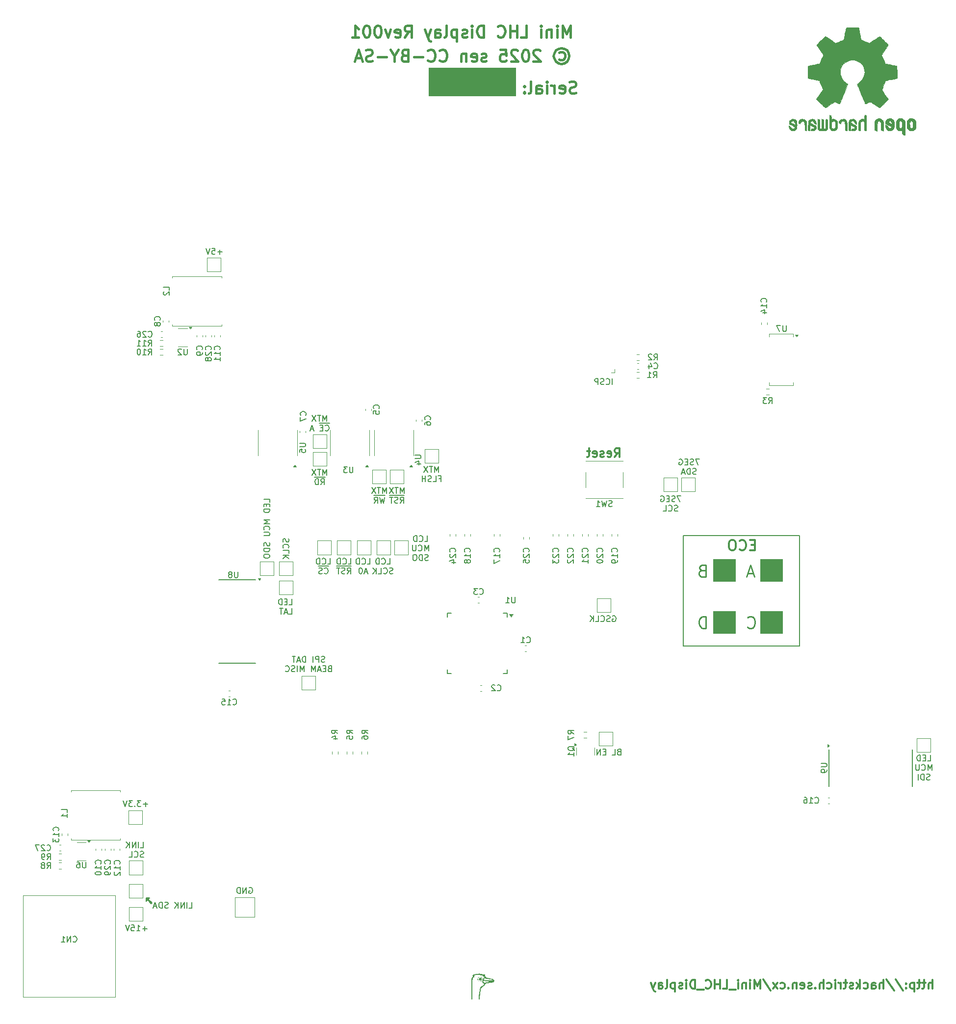
<source format=gbo>
%TF.GenerationSoftware,KiCad,Pcbnew,9.0.4*%
%TF.CreationDate,2025-09-16T15:39:33-04:00*%
%TF.ProjectId,mini-lhc-display,6d696e69-2d6c-4686-932d-646973706c61,rev?*%
%TF.SameCoordinates,Original*%
%TF.FileFunction,Legend,Bot*%
%TF.FilePolarity,Positive*%
%FSLAX46Y46*%
G04 Gerber Fmt 4.6, Leading zero omitted, Abs format (unit mm)*
G04 Created by KiCad (PCBNEW 9.0.4) date 2025-09-16 15:39:33*
%MOMM*%
%LPD*%
G01*
G04 APERTURE LIST*
%ADD10C,0.152400*%
%ADD11C,0.100000*%
%ADD12C,0.190500*%
%ADD13C,0.254000*%
%ADD14C,0.406400*%
%ADD15C,0.304800*%
%ADD16C,0.355600*%
%ADD17C,0.300000*%
%ADD18C,0.120000*%
%ADD19C,0.150000*%
%ADD20C,0.000000*%
%ADD21C,0.010000*%
G04 APERTURE END LIST*
D10*
X40132000Y-180975000D02*
X39497000Y-180340000D01*
D11*
X137033000Y-121668000D02*
X140843000Y-121668000D01*
X140843000Y-125476000D01*
X137033000Y-125476000D01*
X137033000Y-121668000D01*
G36*
X137033000Y-121668000D02*
G01*
X140843000Y-121668000D01*
X140843000Y-125476000D01*
X137033000Y-125476000D01*
X137033000Y-121668000D01*
G37*
D10*
X40068500Y-181038500D02*
X39116000Y-180086000D01*
X39116000Y-180086000D02*
X39751000Y-180086000D01*
X40005000Y-181102000D02*
X40132000Y-180975000D01*
X39116000Y-180594000D02*
X39624000Y-180086000D01*
D11*
X145161000Y-130684000D02*
X148971000Y-130684000D01*
X148971000Y-134492000D01*
X145161000Y-134492000D01*
X145161000Y-130684000D01*
G36*
X145161000Y-130684000D02*
G01*
X148971000Y-130684000D01*
X148971000Y-134492000D01*
X145161000Y-134492000D01*
X145161000Y-130684000D01*
G37*
D10*
X39751000Y-180086000D02*
X39116000Y-180721000D01*
D11*
X87884000Y-36958000D02*
X102870000Y-36958000D01*
X102870000Y-41782000D01*
X87884000Y-41782000D01*
X87884000Y-36958000D01*
G36*
X87884000Y-36958000D02*
G01*
X102870000Y-36958000D01*
X102870000Y-41782000D01*
X87884000Y-41782000D01*
X87884000Y-36958000D01*
G37*
D12*
X131826000Y-117602000D02*
X151892000Y-117602000D01*
X151892000Y-136652000D01*
X131826000Y-136652000D01*
X131826000Y-117602000D01*
D10*
X39243000Y-180467000D02*
X39497000Y-180213000D01*
D11*
X145161000Y-121668000D02*
X148971000Y-121668000D01*
X148971000Y-125476000D01*
X145161000Y-125476000D01*
X145161000Y-121668000D01*
G36*
X145161000Y-121668000D02*
G01*
X148971000Y-121668000D01*
X148971000Y-125476000D01*
X145161000Y-125476000D01*
X145161000Y-121668000D01*
G37*
D10*
X39116000Y-180721000D02*
X39116000Y-180086000D01*
D11*
X137033000Y-130684000D02*
X140843000Y-130684000D01*
X140843000Y-134492000D01*
X137033000Y-134492000D01*
X137033000Y-130684000D01*
G36*
X137033000Y-130684000D02*
G01*
X140843000Y-130684000D01*
X140843000Y-134492000D01*
X137033000Y-134492000D01*
X137033000Y-130684000D01*
G37*
D10*
X39243000Y-180213000D02*
X39243000Y-180467000D01*
X39497000Y-180213000D02*
X39243000Y-180213000D01*
X39497000Y-180213000D02*
X39116000Y-180594000D01*
X39370000Y-180467000D02*
X40005000Y-181102000D01*
X39281832Y-185408688D02*
X38507737Y-185408688D01*
X38894784Y-185795735D02*
X38894784Y-185021640D01*
X37491736Y-185795735D02*
X38072308Y-185795735D01*
X37782022Y-185795735D02*
X37782022Y-184779735D01*
X37782022Y-184779735D02*
X37878784Y-184924878D01*
X37878784Y-184924878D02*
X37975546Y-185021640D01*
X37975546Y-185021640D02*
X38072308Y-185070021D01*
X36572498Y-184779735D02*
X37056308Y-184779735D01*
X37056308Y-184779735D02*
X37104689Y-185263545D01*
X37104689Y-185263545D02*
X37056308Y-185215164D01*
X37056308Y-185215164D02*
X36959546Y-185166783D01*
X36959546Y-185166783D02*
X36717641Y-185166783D01*
X36717641Y-185166783D02*
X36620879Y-185215164D01*
X36620879Y-185215164D02*
X36572498Y-185263545D01*
X36572498Y-185263545D02*
X36524117Y-185360307D01*
X36524117Y-185360307D02*
X36524117Y-185602212D01*
X36524117Y-185602212D02*
X36572498Y-185698974D01*
X36572498Y-185698974D02*
X36620879Y-185747355D01*
X36620879Y-185747355D02*
X36717641Y-185795735D01*
X36717641Y-185795735D02*
X36959546Y-185795735D01*
X36959546Y-185795735D02*
X37056308Y-185747355D01*
X37056308Y-185747355D02*
X37104689Y-185698974D01*
X36233832Y-184779735D02*
X35895165Y-185795735D01*
X35895165Y-185795735D02*
X35556498Y-184779735D01*
X39408832Y-163945688D02*
X38634737Y-163945688D01*
X39021784Y-164332735D02*
X39021784Y-163558640D01*
X38247689Y-163316735D02*
X37618736Y-163316735D01*
X37618736Y-163316735D02*
X37957403Y-163703783D01*
X37957403Y-163703783D02*
X37812260Y-163703783D01*
X37812260Y-163703783D02*
X37715498Y-163752164D01*
X37715498Y-163752164D02*
X37667117Y-163800545D01*
X37667117Y-163800545D02*
X37618736Y-163897307D01*
X37618736Y-163897307D02*
X37618736Y-164139212D01*
X37618736Y-164139212D02*
X37667117Y-164235974D01*
X37667117Y-164235974D02*
X37715498Y-164284355D01*
X37715498Y-164284355D02*
X37812260Y-164332735D01*
X37812260Y-164332735D02*
X38102546Y-164332735D01*
X38102546Y-164332735D02*
X38199308Y-164284355D01*
X38199308Y-164284355D02*
X38247689Y-164235974D01*
X37183308Y-164235974D02*
X37134927Y-164284355D01*
X37134927Y-164284355D02*
X37183308Y-164332735D01*
X37183308Y-164332735D02*
X37231689Y-164284355D01*
X37231689Y-164284355D02*
X37183308Y-164235974D01*
X37183308Y-164235974D02*
X37183308Y-164332735D01*
X36796260Y-163316735D02*
X36167307Y-163316735D01*
X36167307Y-163316735D02*
X36505974Y-163703783D01*
X36505974Y-163703783D02*
X36360831Y-163703783D01*
X36360831Y-163703783D02*
X36264069Y-163752164D01*
X36264069Y-163752164D02*
X36215688Y-163800545D01*
X36215688Y-163800545D02*
X36167307Y-163897307D01*
X36167307Y-163897307D02*
X36167307Y-164139212D01*
X36167307Y-164139212D02*
X36215688Y-164235974D01*
X36215688Y-164235974D02*
X36264069Y-164284355D01*
X36264069Y-164284355D02*
X36360831Y-164332735D01*
X36360831Y-164332735D02*
X36651117Y-164332735D01*
X36651117Y-164332735D02*
X36747879Y-164284355D01*
X36747879Y-164284355D02*
X36796260Y-164235974D01*
X35877022Y-163316735D02*
X35538355Y-164332735D01*
X35538355Y-164332735D02*
X35199688Y-163316735D01*
X120731165Y-154910545D02*
X120586022Y-154958926D01*
X120586022Y-154958926D02*
X120537641Y-155007307D01*
X120537641Y-155007307D02*
X120489260Y-155104069D01*
X120489260Y-155104069D02*
X120489260Y-155249212D01*
X120489260Y-155249212D02*
X120537641Y-155345974D01*
X120537641Y-155345974D02*
X120586022Y-155394355D01*
X120586022Y-155394355D02*
X120682784Y-155442735D01*
X120682784Y-155442735D02*
X121069832Y-155442735D01*
X121069832Y-155442735D02*
X121069832Y-154426735D01*
X121069832Y-154426735D02*
X120731165Y-154426735D01*
X120731165Y-154426735D02*
X120634403Y-154475116D01*
X120634403Y-154475116D02*
X120586022Y-154523497D01*
X120586022Y-154523497D02*
X120537641Y-154620259D01*
X120537641Y-154620259D02*
X120537641Y-154717021D01*
X120537641Y-154717021D02*
X120586022Y-154813783D01*
X120586022Y-154813783D02*
X120634403Y-154862164D01*
X120634403Y-154862164D02*
X120731165Y-154910545D01*
X120731165Y-154910545D02*
X121069832Y-154910545D01*
X119570022Y-155442735D02*
X120053832Y-155442735D01*
X120053832Y-155442735D02*
X120053832Y-154426735D01*
X118457261Y-154910545D02*
X118118594Y-154910545D01*
X117973451Y-155442735D02*
X118457261Y-155442735D01*
X118457261Y-155442735D02*
X118457261Y-154426735D01*
X118457261Y-154426735D02*
X117973451Y-154426735D01*
X117538023Y-155442735D02*
X117538023Y-154426735D01*
X117538023Y-154426735D02*
X116957451Y-155442735D01*
X116957451Y-155442735D02*
X116957451Y-154426735D01*
D13*
X143971847Y-124125542D02*
X143004228Y-124125542D01*
X144165371Y-124706113D02*
X143488037Y-122674113D01*
X143488037Y-122674113D02*
X142810704Y-124706113D01*
D10*
X131457095Y-110754032D02*
X130779761Y-110754032D01*
X130779761Y-110754032D02*
X131215190Y-111770032D01*
X130441095Y-111721652D02*
X130295952Y-111770032D01*
X130295952Y-111770032D02*
X130054047Y-111770032D01*
X130054047Y-111770032D02*
X129957285Y-111721652D01*
X129957285Y-111721652D02*
X129908904Y-111673271D01*
X129908904Y-111673271D02*
X129860523Y-111576509D01*
X129860523Y-111576509D02*
X129860523Y-111479747D01*
X129860523Y-111479747D02*
X129908904Y-111382985D01*
X129908904Y-111382985D02*
X129957285Y-111334604D01*
X129957285Y-111334604D02*
X130054047Y-111286223D01*
X130054047Y-111286223D02*
X130247571Y-111237842D01*
X130247571Y-111237842D02*
X130344333Y-111189461D01*
X130344333Y-111189461D02*
X130392714Y-111141080D01*
X130392714Y-111141080D02*
X130441095Y-111044318D01*
X130441095Y-111044318D02*
X130441095Y-110947556D01*
X130441095Y-110947556D02*
X130392714Y-110850794D01*
X130392714Y-110850794D02*
X130344333Y-110802413D01*
X130344333Y-110802413D02*
X130247571Y-110754032D01*
X130247571Y-110754032D02*
X130005666Y-110754032D01*
X130005666Y-110754032D02*
X129860523Y-110802413D01*
X129425095Y-111237842D02*
X129086428Y-111237842D01*
X128941285Y-111770032D02*
X129425095Y-111770032D01*
X129425095Y-111770032D02*
X129425095Y-110754032D01*
X129425095Y-110754032D02*
X128941285Y-110754032D01*
X127973666Y-110802413D02*
X128070428Y-110754032D01*
X128070428Y-110754032D02*
X128215571Y-110754032D01*
X128215571Y-110754032D02*
X128360714Y-110802413D01*
X128360714Y-110802413D02*
X128457476Y-110899175D01*
X128457476Y-110899175D02*
X128505857Y-110995937D01*
X128505857Y-110995937D02*
X128554238Y-111189461D01*
X128554238Y-111189461D02*
X128554238Y-111334604D01*
X128554238Y-111334604D02*
X128505857Y-111528128D01*
X128505857Y-111528128D02*
X128457476Y-111624890D01*
X128457476Y-111624890D02*
X128360714Y-111721652D01*
X128360714Y-111721652D02*
X128215571Y-111770032D01*
X128215571Y-111770032D02*
X128118809Y-111770032D01*
X128118809Y-111770032D02*
X127973666Y-111721652D01*
X127973666Y-111721652D02*
X127925285Y-111673271D01*
X127925285Y-111673271D02*
X127925285Y-111334604D01*
X127925285Y-111334604D02*
X128118809Y-111334604D01*
X130876523Y-113357355D02*
X130731380Y-113405735D01*
X130731380Y-113405735D02*
X130489475Y-113405735D01*
X130489475Y-113405735D02*
X130392713Y-113357355D01*
X130392713Y-113357355D02*
X130344332Y-113308974D01*
X130344332Y-113308974D02*
X130295951Y-113212212D01*
X130295951Y-113212212D02*
X130295951Y-113115450D01*
X130295951Y-113115450D02*
X130344332Y-113018688D01*
X130344332Y-113018688D02*
X130392713Y-112970307D01*
X130392713Y-112970307D02*
X130489475Y-112921926D01*
X130489475Y-112921926D02*
X130682999Y-112873545D01*
X130682999Y-112873545D02*
X130779761Y-112825164D01*
X130779761Y-112825164D02*
X130828142Y-112776783D01*
X130828142Y-112776783D02*
X130876523Y-112680021D01*
X130876523Y-112680021D02*
X130876523Y-112583259D01*
X130876523Y-112583259D02*
X130828142Y-112486497D01*
X130828142Y-112486497D02*
X130779761Y-112438116D01*
X130779761Y-112438116D02*
X130682999Y-112389735D01*
X130682999Y-112389735D02*
X130441094Y-112389735D01*
X130441094Y-112389735D02*
X130295951Y-112438116D01*
X129279951Y-113308974D02*
X129328332Y-113357355D01*
X129328332Y-113357355D02*
X129473475Y-113405735D01*
X129473475Y-113405735D02*
X129570237Y-113405735D01*
X129570237Y-113405735D02*
X129715380Y-113357355D01*
X129715380Y-113357355D02*
X129812142Y-113260593D01*
X129812142Y-113260593D02*
X129860523Y-113163831D01*
X129860523Y-113163831D02*
X129908904Y-112970307D01*
X129908904Y-112970307D02*
X129908904Y-112825164D01*
X129908904Y-112825164D02*
X129860523Y-112631640D01*
X129860523Y-112631640D02*
X129812142Y-112534878D01*
X129812142Y-112534878D02*
X129715380Y-112438116D01*
X129715380Y-112438116D02*
X129570237Y-112389735D01*
X129570237Y-112389735D02*
X129473475Y-112389735D01*
X129473475Y-112389735D02*
X129328332Y-112438116D01*
X129328332Y-112438116D02*
X129279951Y-112486497D01*
X128360713Y-113405735D02*
X128844523Y-113405735D01*
X128844523Y-113405735D02*
X128844523Y-112389735D01*
D13*
X135069752Y-123641732D02*
X134779466Y-123738494D01*
X134779466Y-123738494D02*
X134682704Y-123835256D01*
X134682704Y-123835256D02*
X134585942Y-124028780D01*
X134585942Y-124028780D02*
X134585942Y-124319066D01*
X134585942Y-124319066D02*
X134682704Y-124512590D01*
X134682704Y-124512590D02*
X134779466Y-124609352D01*
X134779466Y-124609352D02*
X134972990Y-124706113D01*
X134972990Y-124706113D02*
X135747085Y-124706113D01*
X135747085Y-124706113D02*
X135747085Y-122674113D01*
X135747085Y-122674113D02*
X135069752Y-122674113D01*
X135069752Y-122674113D02*
X134876228Y-122770875D01*
X134876228Y-122770875D02*
X134779466Y-122867637D01*
X134779466Y-122867637D02*
X134682704Y-123061161D01*
X134682704Y-123061161D02*
X134682704Y-123254685D01*
X134682704Y-123254685D02*
X134779466Y-123448209D01*
X134779466Y-123448209D02*
X134876228Y-123544971D01*
X134876228Y-123544971D02*
X135069752Y-123641732D01*
X135069752Y-123641732D02*
X135747085Y-123641732D01*
D10*
X83632523Y-110373032D02*
X83632523Y-109357032D01*
X83632523Y-109357032D02*
X83293856Y-110082747D01*
X83293856Y-110082747D02*
X82955189Y-109357032D01*
X82955189Y-109357032D02*
X82955189Y-110373032D01*
X82616523Y-109357032D02*
X82035951Y-109357032D01*
X82326237Y-110373032D02*
X82326237Y-109357032D01*
X81794047Y-109357032D02*
X81116713Y-110373032D01*
X81116713Y-109357032D02*
X81794047Y-110373032D01*
X82979380Y-112008735D02*
X83318047Y-111524926D01*
X83559952Y-112008735D02*
X83559952Y-110992735D01*
X83559952Y-110992735D02*
X83172904Y-110992735D01*
X83172904Y-110992735D02*
X83076142Y-111041116D01*
X83076142Y-111041116D02*
X83027761Y-111089497D01*
X83027761Y-111089497D02*
X82979380Y-111186259D01*
X82979380Y-111186259D02*
X82979380Y-111331402D01*
X82979380Y-111331402D02*
X83027761Y-111428164D01*
X83027761Y-111428164D02*
X83076142Y-111476545D01*
X83076142Y-111476545D02*
X83172904Y-111524926D01*
X83172904Y-111524926D02*
X83559952Y-111524926D01*
X82592333Y-111960355D02*
X82447190Y-112008735D01*
X82447190Y-112008735D02*
X82205285Y-112008735D01*
X82205285Y-112008735D02*
X82108523Y-111960355D01*
X82108523Y-111960355D02*
X82060142Y-111911974D01*
X82060142Y-111911974D02*
X82011761Y-111815212D01*
X82011761Y-111815212D02*
X82011761Y-111718450D01*
X82011761Y-111718450D02*
X82060142Y-111621688D01*
X82060142Y-111621688D02*
X82108523Y-111573307D01*
X82108523Y-111573307D02*
X82205285Y-111524926D01*
X82205285Y-111524926D02*
X82398809Y-111476545D01*
X82398809Y-111476545D02*
X82495571Y-111428164D01*
X82495571Y-111428164D02*
X82543952Y-111379783D01*
X82543952Y-111379783D02*
X82592333Y-111283021D01*
X82592333Y-111283021D02*
X82592333Y-111186259D01*
X82592333Y-111186259D02*
X82543952Y-111089497D01*
X82543952Y-111089497D02*
X82495571Y-111041116D01*
X82495571Y-111041116D02*
X82398809Y-110992735D01*
X82398809Y-110992735D02*
X82156904Y-110992735D01*
X82156904Y-110992735D02*
X82011761Y-111041116D01*
X81721476Y-110992735D02*
X81140904Y-110992735D01*
X81431190Y-112008735D02*
X81431190Y-110992735D01*
X83700257Y-110710675D02*
X81145743Y-110710675D01*
X73980523Y-122565032D02*
X74464333Y-122565032D01*
X74464333Y-122565032D02*
X74464333Y-121549032D01*
X73061285Y-122468271D02*
X73109666Y-122516652D01*
X73109666Y-122516652D02*
X73254809Y-122565032D01*
X73254809Y-122565032D02*
X73351571Y-122565032D01*
X73351571Y-122565032D02*
X73496714Y-122516652D01*
X73496714Y-122516652D02*
X73593476Y-122419890D01*
X73593476Y-122419890D02*
X73641857Y-122323128D01*
X73641857Y-122323128D02*
X73690238Y-122129604D01*
X73690238Y-122129604D02*
X73690238Y-121984461D01*
X73690238Y-121984461D02*
X73641857Y-121790937D01*
X73641857Y-121790937D02*
X73593476Y-121694175D01*
X73593476Y-121694175D02*
X73496714Y-121597413D01*
X73496714Y-121597413D02*
X73351571Y-121549032D01*
X73351571Y-121549032D02*
X73254809Y-121549032D01*
X73254809Y-121549032D02*
X73109666Y-121597413D01*
X73109666Y-121597413D02*
X73061285Y-121645794D01*
X72625857Y-122565032D02*
X72625857Y-121549032D01*
X72625857Y-121549032D02*
X72383952Y-121549032D01*
X72383952Y-121549032D02*
X72238809Y-121597413D01*
X72238809Y-121597413D02*
X72142047Y-121694175D01*
X72142047Y-121694175D02*
X72093666Y-121790937D01*
X72093666Y-121790937D02*
X72045285Y-121984461D01*
X72045285Y-121984461D02*
X72045285Y-122129604D01*
X72045285Y-122129604D02*
X72093666Y-122323128D01*
X72093666Y-122323128D02*
X72142047Y-122419890D01*
X72142047Y-122419890D02*
X72238809Y-122516652D01*
X72238809Y-122516652D02*
X72383952Y-122565032D01*
X72383952Y-122565032D02*
X72625857Y-122565032D01*
X73835380Y-124200735D02*
X74174047Y-123716926D01*
X74415952Y-124200735D02*
X74415952Y-123184735D01*
X74415952Y-123184735D02*
X74028904Y-123184735D01*
X74028904Y-123184735D02*
X73932142Y-123233116D01*
X73932142Y-123233116D02*
X73883761Y-123281497D01*
X73883761Y-123281497D02*
X73835380Y-123378259D01*
X73835380Y-123378259D02*
X73835380Y-123523402D01*
X73835380Y-123523402D02*
X73883761Y-123620164D01*
X73883761Y-123620164D02*
X73932142Y-123668545D01*
X73932142Y-123668545D02*
X74028904Y-123716926D01*
X74028904Y-123716926D02*
X74415952Y-123716926D01*
X73448333Y-124152355D02*
X73303190Y-124200735D01*
X73303190Y-124200735D02*
X73061285Y-124200735D01*
X73061285Y-124200735D02*
X72964523Y-124152355D01*
X72964523Y-124152355D02*
X72916142Y-124103974D01*
X72916142Y-124103974D02*
X72867761Y-124007212D01*
X72867761Y-124007212D02*
X72867761Y-123910450D01*
X72867761Y-123910450D02*
X72916142Y-123813688D01*
X72916142Y-123813688D02*
X72964523Y-123765307D01*
X72964523Y-123765307D02*
X73061285Y-123716926D01*
X73061285Y-123716926D02*
X73254809Y-123668545D01*
X73254809Y-123668545D02*
X73351571Y-123620164D01*
X73351571Y-123620164D02*
X73399952Y-123571783D01*
X73399952Y-123571783D02*
X73448333Y-123475021D01*
X73448333Y-123475021D02*
X73448333Y-123378259D01*
X73448333Y-123378259D02*
X73399952Y-123281497D01*
X73399952Y-123281497D02*
X73351571Y-123233116D01*
X73351571Y-123233116D02*
X73254809Y-123184735D01*
X73254809Y-123184735D02*
X73012904Y-123184735D01*
X73012904Y-123184735D02*
X72867761Y-123233116D01*
X72577476Y-123184735D02*
X71996904Y-123184735D01*
X72287190Y-124200735D02*
X72287190Y-123184735D01*
X74556257Y-122902675D02*
X72001743Y-122902675D01*
D14*
X110417427Y-34295718D02*
X110610950Y-34198956D01*
X110610950Y-34198956D02*
X110997998Y-34198956D01*
X110997998Y-34198956D02*
X111191522Y-34295718D01*
X111191522Y-34295718D02*
X111385046Y-34489242D01*
X111385046Y-34489242D02*
X111481808Y-34682766D01*
X111481808Y-34682766D02*
X111481808Y-35069813D01*
X111481808Y-35069813D02*
X111385046Y-35263337D01*
X111385046Y-35263337D02*
X111191522Y-35456861D01*
X111191522Y-35456861D02*
X110997998Y-35553623D01*
X110997998Y-35553623D02*
X110610950Y-35553623D01*
X110610950Y-35553623D02*
X110417427Y-35456861D01*
X110804474Y-33521623D02*
X111288284Y-33618385D01*
X111288284Y-33618385D02*
X111772093Y-33908670D01*
X111772093Y-33908670D02*
X112062379Y-34392480D01*
X112062379Y-34392480D02*
X112159141Y-34876289D01*
X112159141Y-34876289D02*
X112062379Y-35360099D01*
X112062379Y-35360099D02*
X111772093Y-35843908D01*
X111772093Y-35843908D02*
X111288284Y-36134194D01*
X111288284Y-36134194D02*
X110804474Y-36230956D01*
X110804474Y-36230956D02*
X110320665Y-36134194D01*
X110320665Y-36134194D02*
X109836855Y-35843908D01*
X109836855Y-35843908D02*
X109546569Y-35360099D01*
X109546569Y-35360099D02*
X109449808Y-34876289D01*
X109449808Y-34876289D02*
X109546569Y-34392480D01*
X109546569Y-34392480D02*
X109836855Y-33908670D01*
X109836855Y-33908670D02*
X110320665Y-33618385D01*
X110320665Y-33618385D02*
X110804474Y-33521623D01*
X107127522Y-34005432D02*
X107030760Y-33908670D01*
X107030760Y-33908670D02*
X106837236Y-33811908D01*
X106837236Y-33811908D02*
X106353427Y-33811908D01*
X106353427Y-33811908D02*
X106159903Y-33908670D01*
X106159903Y-33908670D02*
X106063141Y-34005432D01*
X106063141Y-34005432D02*
X105966379Y-34198956D01*
X105966379Y-34198956D02*
X105966379Y-34392480D01*
X105966379Y-34392480D02*
X106063141Y-34682766D01*
X106063141Y-34682766D02*
X107224284Y-35843908D01*
X107224284Y-35843908D02*
X105966379Y-35843908D01*
X104708474Y-33811908D02*
X104514951Y-33811908D01*
X104514951Y-33811908D02*
X104321427Y-33908670D01*
X104321427Y-33908670D02*
X104224665Y-34005432D01*
X104224665Y-34005432D02*
X104127903Y-34198956D01*
X104127903Y-34198956D02*
X104031141Y-34586004D01*
X104031141Y-34586004D02*
X104031141Y-35069813D01*
X104031141Y-35069813D02*
X104127903Y-35456861D01*
X104127903Y-35456861D02*
X104224665Y-35650385D01*
X104224665Y-35650385D02*
X104321427Y-35747147D01*
X104321427Y-35747147D02*
X104514951Y-35843908D01*
X104514951Y-35843908D02*
X104708474Y-35843908D01*
X104708474Y-35843908D02*
X104901998Y-35747147D01*
X104901998Y-35747147D02*
X104998760Y-35650385D01*
X104998760Y-35650385D02*
X105095522Y-35456861D01*
X105095522Y-35456861D02*
X105192284Y-35069813D01*
X105192284Y-35069813D02*
X105192284Y-34586004D01*
X105192284Y-34586004D02*
X105095522Y-34198956D01*
X105095522Y-34198956D02*
X104998760Y-34005432D01*
X104998760Y-34005432D02*
X104901998Y-33908670D01*
X104901998Y-33908670D02*
X104708474Y-33811908D01*
X103257046Y-34005432D02*
X103160284Y-33908670D01*
X103160284Y-33908670D02*
X102966760Y-33811908D01*
X102966760Y-33811908D02*
X102482951Y-33811908D01*
X102482951Y-33811908D02*
X102289427Y-33908670D01*
X102289427Y-33908670D02*
X102192665Y-34005432D01*
X102192665Y-34005432D02*
X102095903Y-34198956D01*
X102095903Y-34198956D02*
X102095903Y-34392480D01*
X102095903Y-34392480D02*
X102192665Y-34682766D01*
X102192665Y-34682766D02*
X103353808Y-35843908D01*
X103353808Y-35843908D02*
X102095903Y-35843908D01*
X100257427Y-33811908D02*
X101225046Y-33811908D01*
X101225046Y-33811908D02*
X101321808Y-34779527D01*
X101321808Y-34779527D02*
X101225046Y-34682766D01*
X101225046Y-34682766D02*
X101031522Y-34586004D01*
X101031522Y-34586004D02*
X100547713Y-34586004D01*
X100547713Y-34586004D02*
X100354189Y-34682766D01*
X100354189Y-34682766D02*
X100257427Y-34779527D01*
X100257427Y-34779527D02*
X100160665Y-34973051D01*
X100160665Y-34973051D02*
X100160665Y-35456861D01*
X100160665Y-35456861D02*
X100257427Y-35650385D01*
X100257427Y-35650385D02*
X100354189Y-35747147D01*
X100354189Y-35747147D02*
X100547713Y-35843908D01*
X100547713Y-35843908D02*
X101031522Y-35843908D01*
X101031522Y-35843908D02*
X101225046Y-35747147D01*
X101225046Y-35747147D02*
X101321808Y-35650385D01*
X97838380Y-35747147D02*
X97644856Y-35843908D01*
X97644856Y-35843908D02*
X97257808Y-35843908D01*
X97257808Y-35843908D02*
X97064285Y-35747147D01*
X97064285Y-35747147D02*
X96967523Y-35553623D01*
X96967523Y-35553623D02*
X96967523Y-35456861D01*
X96967523Y-35456861D02*
X97064285Y-35263337D01*
X97064285Y-35263337D02*
X97257808Y-35166575D01*
X97257808Y-35166575D02*
X97548094Y-35166575D01*
X97548094Y-35166575D02*
X97741618Y-35069813D01*
X97741618Y-35069813D02*
X97838380Y-34876289D01*
X97838380Y-34876289D02*
X97838380Y-34779527D01*
X97838380Y-34779527D02*
X97741618Y-34586004D01*
X97741618Y-34586004D02*
X97548094Y-34489242D01*
X97548094Y-34489242D02*
X97257808Y-34489242D01*
X97257808Y-34489242D02*
X97064285Y-34586004D01*
X95322571Y-35747147D02*
X95516095Y-35843908D01*
X95516095Y-35843908D02*
X95903142Y-35843908D01*
X95903142Y-35843908D02*
X96096666Y-35747147D01*
X96096666Y-35747147D02*
X96193428Y-35553623D01*
X96193428Y-35553623D02*
X96193428Y-34779527D01*
X96193428Y-34779527D02*
X96096666Y-34586004D01*
X96096666Y-34586004D02*
X95903142Y-34489242D01*
X95903142Y-34489242D02*
X95516095Y-34489242D01*
X95516095Y-34489242D02*
X95322571Y-34586004D01*
X95322571Y-34586004D02*
X95225809Y-34779527D01*
X95225809Y-34779527D02*
X95225809Y-34973051D01*
X95225809Y-34973051D02*
X96193428Y-35166575D01*
X94354952Y-34489242D02*
X94354952Y-35843908D01*
X94354952Y-34682766D02*
X94258190Y-34586004D01*
X94258190Y-34586004D02*
X94064666Y-34489242D01*
X94064666Y-34489242D02*
X93774381Y-34489242D01*
X93774381Y-34489242D02*
X93580857Y-34586004D01*
X93580857Y-34586004D02*
X93484095Y-34779527D01*
X93484095Y-34779527D02*
X93484095Y-35843908D01*
X89807143Y-35650385D02*
X89903905Y-35747147D01*
X89903905Y-35747147D02*
X90194191Y-35843908D01*
X90194191Y-35843908D02*
X90387715Y-35843908D01*
X90387715Y-35843908D02*
X90678000Y-35747147D01*
X90678000Y-35747147D02*
X90871524Y-35553623D01*
X90871524Y-35553623D02*
X90968286Y-35360099D01*
X90968286Y-35360099D02*
X91065048Y-34973051D01*
X91065048Y-34973051D02*
X91065048Y-34682766D01*
X91065048Y-34682766D02*
X90968286Y-34295718D01*
X90968286Y-34295718D02*
X90871524Y-34102194D01*
X90871524Y-34102194D02*
X90678000Y-33908670D01*
X90678000Y-33908670D02*
X90387715Y-33811908D01*
X90387715Y-33811908D02*
X90194191Y-33811908D01*
X90194191Y-33811908D02*
X89903905Y-33908670D01*
X89903905Y-33908670D02*
X89807143Y-34005432D01*
X87775143Y-35650385D02*
X87871905Y-35747147D01*
X87871905Y-35747147D02*
X88162191Y-35843908D01*
X88162191Y-35843908D02*
X88355715Y-35843908D01*
X88355715Y-35843908D02*
X88646000Y-35747147D01*
X88646000Y-35747147D02*
X88839524Y-35553623D01*
X88839524Y-35553623D02*
X88936286Y-35360099D01*
X88936286Y-35360099D02*
X89033048Y-34973051D01*
X89033048Y-34973051D02*
X89033048Y-34682766D01*
X89033048Y-34682766D02*
X88936286Y-34295718D01*
X88936286Y-34295718D02*
X88839524Y-34102194D01*
X88839524Y-34102194D02*
X88646000Y-33908670D01*
X88646000Y-33908670D02*
X88355715Y-33811908D01*
X88355715Y-33811908D02*
X88162191Y-33811908D01*
X88162191Y-33811908D02*
X87871905Y-33908670D01*
X87871905Y-33908670D02*
X87775143Y-34005432D01*
X86904286Y-35069813D02*
X85356096Y-35069813D01*
X83711143Y-34779527D02*
X83420857Y-34876289D01*
X83420857Y-34876289D02*
X83324095Y-34973051D01*
X83324095Y-34973051D02*
X83227333Y-35166575D01*
X83227333Y-35166575D02*
X83227333Y-35456861D01*
X83227333Y-35456861D02*
X83324095Y-35650385D01*
X83324095Y-35650385D02*
X83420857Y-35747147D01*
X83420857Y-35747147D02*
X83614381Y-35843908D01*
X83614381Y-35843908D02*
X84388476Y-35843908D01*
X84388476Y-35843908D02*
X84388476Y-33811908D01*
X84388476Y-33811908D02*
X83711143Y-33811908D01*
X83711143Y-33811908D02*
X83517619Y-33908670D01*
X83517619Y-33908670D02*
X83420857Y-34005432D01*
X83420857Y-34005432D02*
X83324095Y-34198956D01*
X83324095Y-34198956D02*
X83324095Y-34392480D01*
X83324095Y-34392480D02*
X83420857Y-34586004D01*
X83420857Y-34586004D02*
X83517619Y-34682766D01*
X83517619Y-34682766D02*
X83711143Y-34779527D01*
X83711143Y-34779527D02*
X84388476Y-34779527D01*
X81969428Y-34876289D02*
X81969428Y-35843908D01*
X82646762Y-33811908D02*
X81969428Y-34876289D01*
X81969428Y-34876289D02*
X81292095Y-33811908D01*
X80614762Y-35069813D02*
X79066572Y-35069813D01*
X78195714Y-35747147D02*
X77905428Y-35843908D01*
X77905428Y-35843908D02*
X77421619Y-35843908D01*
X77421619Y-35843908D02*
X77228095Y-35747147D01*
X77228095Y-35747147D02*
X77131333Y-35650385D01*
X77131333Y-35650385D02*
X77034571Y-35456861D01*
X77034571Y-35456861D02*
X77034571Y-35263337D01*
X77034571Y-35263337D02*
X77131333Y-35069813D01*
X77131333Y-35069813D02*
X77228095Y-34973051D01*
X77228095Y-34973051D02*
X77421619Y-34876289D01*
X77421619Y-34876289D02*
X77808666Y-34779527D01*
X77808666Y-34779527D02*
X78002190Y-34682766D01*
X78002190Y-34682766D02*
X78098952Y-34586004D01*
X78098952Y-34586004D02*
X78195714Y-34392480D01*
X78195714Y-34392480D02*
X78195714Y-34198956D01*
X78195714Y-34198956D02*
X78098952Y-34005432D01*
X78098952Y-34005432D02*
X78002190Y-33908670D01*
X78002190Y-33908670D02*
X77808666Y-33811908D01*
X77808666Y-33811908D02*
X77324857Y-33811908D01*
X77324857Y-33811908D02*
X77034571Y-33908670D01*
X76260476Y-35263337D02*
X75292857Y-35263337D01*
X76454000Y-35843908D02*
X75776666Y-33811908D01*
X75776666Y-33811908D02*
X75099333Y-35843908D01*
X113338428Y-41208147D02*
X113048142Y-41304908D01*
X113048142Y-41304908D02*
X112564333Y-41304908D01*
X112564333Y-41304908D02*
X112370809Y-41208147D01*
X112370809Y-41208147D02*
X112274047Y-41111385D01*
X112274047Y-41111385D02*
X112177285Y-40917861D01*
X112177285Y-40917861D02*
X112177285Y-40724337D01*
X112177285Y-40724337D02*
X112274047Y-40530813D01*
X112274047Y-40530813D02*
X112370809Y-40434051D01*
X112370809Y-40434051D02*
X112564333Y-40337289D01*
X112564333Y-40337289D02*
X112951380Y-40240527D01*
X112951380Y-40240527D02*
X113144904Y-40143766D01*
X113144904Y-40143766D02*
X113241666Y-40047004D01*
X113241666Y-40047004D02*
X113338428Y-39853480D01*
X113338428Y-39853480D02*
X113338428Y-39659956D01*
X113338428Y-39659956D02*
X113241666Y-39466432D01*
X113241666Y-39466432D02*
X113144904Y-39369670D01*
X113144904Y-39369670D02*
X112951380Y-39272908D01*
X112951380Y-39272908D02*
X112467571Y-39272908D01*
X112467571Y-39272908D02*
X112177285Y-39369670D01*
X110532333Y-41208147D02*
X110725857Y-41304908D01*
X110725857Y-41304908D02*
X111112904Y-41304908D01*
X111112904Y-41304908D02*
X111306428Y-41208147D01*
X111306428Y-41208147D02*
X111403190Y-41014623D01*
X111403190Y-41014623D02*
X111403190Y-40240527D01*
X111403190Y-40240527D02*
X111306428Y-40047004D01*
X111306428Y-40047004D02*
X111112904Y-39950242D01*
X111112904Y-39950242D02*
X110725857Y-39950242D01*
X110725857Y-39950242D02*
X110532333Y-40047004D01*
X110532333Y-40047004D02*
X110435571Y-40240527D01*
X110435571Y-40240527D02*
X110435571Y-40434051D01*
X110435571Y-40434051D02*
X111403190Y-40627575D01*
X109564714Y-41304908D02*
X109564714Y-39950242D01*
X109564714Y-40337289D02*
X109467952Y-40143766D01*
X109467952Y-40143766D02*
X109371190Y-40047004D01*
X109371190Y-40047004D02*
X109177666Y-39950242D01*
X109177666Y-39950242D02*
X108984143Y-39950242D01*
X108306809Y-41304908D02*
X108306809Y-39950242D01*
X108306809Y-39272908D02*
X108403571Y-39369670D01*
X108403571Y-39369670D02*
X108306809Y-39466432D01*
X108306809Y-39466432D02*
X108210047Y-39369670D01*
X108210047Y-39369670D02*
X108306809Y-39272908D01*
X108306809Y-39272908D02*
X108306809Y-39466432D01*
X106468333Y-41304908D02*
X106468333Y-40240527D01*
X106468333Y-40240527D02*
X106565095Y-40047004D01*
X106565095Y-40047004D02*
X106758619Y-39950242D01*
X106758619Y-39950242D02*
X107145666Y-39950242D01*
X107145666Y-39950242D02*
X107339190Y-40047004D01*
X106468333Y-41208147D02*
X106661857Y-41304908D01*
X106661857Y-41304908D02*
X107145666Y-41304908D01*
X107145666Y-41304908D02*
X107339190Y-41208147D01*
X107339190Y-41208147D02*
X107435952Y-41014623D01*
X107435952Y-41014623D02*
X107435952Y-40821099D01*
X107435952Y-40821099D02*
X107339190Y-40627575D01*
X107339190Y-40627575D02*
X107145666Y-40530813D01*
X107145666Y-40530813D02*
X106661857Y-40530813D01*
X106661857Y-40530813D02*
X106468333Y-40434051D01*
X105210428Y-41304908D02*
X105403952Y-41208147D01*
X105403952Y-41208147D02*
X105500714Y-41014623D01*
X105500714Y-41014623D02*
X105500714Y-39272908D01*
X104436333Y-41111385D02*
X104339571Y-41208147D01*
X104339571Y-41208147D02*
X104436333Y-41304908D01*
X104436333Y-41304908D02*
X104533095Y-41208147D01*
X104533095Y-41208147D02*
X104436333Y-41111385D01*
X104436333Y-41111385D02*
X104436333Y-41304908D01*
X104436333Y-40047004D02*
X104339571Y-40143766D01*
X104339571Y-40143766D02*
X104436333Y-40240527D01*
X104436333Y-40240527D02*
X104533095Y-40143766D01*
X104533095Y-40143766D02*
X104436333Y-40047004D01*
X104436333Y-40047004D02*
X104436333Y-40240527D01*
D10*
X77282523Y-122565032D02*
X77766333Y-122565032D01*
X77766333Y-122565032D02*
X77766333Y-121549032D01*
X76363285Y-122468271D02*
X76411666Y-122516652D01*
X76411666Y-122516652D02*
X76556809Y-122565032D01*
X76556809Y-122565032D02*
X76653571Y-122565032D01*
X76653571Y-122565032D02*
X76798714Y-122516652D01*
X76798714Y-122516652D02*
X76895476Y-122419890D01*
X76895476Y-122419890D02*
X76943857Y-122323128D01*
X76943857Y-122323128D02*
X76992238Y-122129604D01*
X76992238Y-122129604D02*
X76992238Y-121984461D01*
X76992238Y-121984461D02*
X76943857Y-121790937D01*
X76943857Y-121790937D02*
X76895476Y-121694175D01*
X76895476Y-121694175D02*
X76798714Y-121597413D01*
X76798714Y-121597413D02*
X76653571Y-121549032D01*
X76653571Y-121549032D02*
X76556809Y-121549032D01*
X76556809Y-121549032D02*
X76411666Y-121597413D01*
X76411666Y-121597413D02*
X76363285Y-121645794D01*
X75927857Y-122565032D02*
X75927857Y-121549032D01*
X75927857Y-121549032D02*
X75685952Y-121549032D01*
X75685952Y-121549032D02*
X75540809Y-121597413D01*
X75540809Y-121597413D02*
X75444047Y-121694175D01*
X75444047Y-121694175D02*
X75395666Y-121790937D01*
X75395666Y-121790937D02*
X75347285Y-121984461D01*
X75347285Y-121984461D02*
X75347285Y-122129604D01*
X75347285Y-122129604D02*
X75395666Y-122323128D01*
X75395666Y-122323128D02*
X75444047Y-122419890D01*
X75444047Y-122419890D02*
X75540809Y-122516652D01*
X75540809Y-122516652D02*
X75685952Y-122565032D01*
X75685952Y-122565032D02*
X75927857Y-122565032D01*
X77306714Y-123910450D02*
X76822904Y-123910450D01*
X77403476Y-124200735D02*
X77064809Y-123184735D01*
X77064809Y-123184735D02*
X76726142Y-124200735D01*
X76193952Y-123184735D02*
X76097190Y-123184735D01*
X76097190Y-123184735D02*
X76000428Y-123233116D01*
X76000428Y-123233116D02*
X75952047Y-123281497D01*
X75952047Y-123281497D02*
X75903666Y-123378259D01*
X75903666Y-123378259D02*
X75855285Y-123571783D01*
X75855285Y-123571783D02*
X75855285Y-123813688D01*
X75855285Y-123813688D02*
X75903666Y-124007212D01*
X75903666Y-124007212D02*
X75952047Y-124103974D01*
X75952047Y-124103974D02*
X76000428Y-124152355D01*
X76000428Y-124152355D02*
X76097190Y-124200735D01*
X76097190Y-124200735D02*
X76193952Y-124200735D01*
X76193952Y-124200735D02*
X76290714Y-124152355D01*
X76290714Y-124152355D02*
X76339095Y-124103974D01*
X76339095Y-124103974D02*
X76387476Y-124007212D01*
X76387476Y-124007212D02*
X76435857Y-123813688D01*
X76435857Y-123813688D02*
X76435857Y-123571783D01*
X76435857Y-123571783D02*
X76387476Y-123378259D01*
X76387476Y-123378259D02*
X76339095Y-123281497D01*
X76339095Y-123281497D02*
X76290714Y-123233116D01*
X76290714Y-123233116D02*
X76193952Y-123184735D01*
D15*
X174824568Y-195761181D02*
X174824568Y-194237181D01*
X174171426Y-195761181D02*
X174171426Y-194962895D01*
X174171426Y-194962895D02*
X174243997Y-194817752D01*
X174243997Y-194817752D02*
X174389140Y-194745181D01*
X174389140Y-194745181D02*
X174606854Y-194745181D01*
X174606854Y-194745181D02*
X174751997Y-194817752D01*
X174751997Y-194817752D02*
X174824568Y-194890324D01*
X173663426Y-194745181D02*
X173082854Y-194745181D01*
X173445711Y-194237181D02*
X173445711Y-195543467D01*
X173445711Y-195543467D02*
X173373140Y-195688610D01*
X173373140Y-195688610D02*
X173227997Y-195761181D01*
X173227997Y-195761181D02*
X173082854Y-195761181D01*
X172792569Y-194745181D02*
X172211997Y-194745181D01*
X172574854Y-194237181D02*
X172574854Y-195543467D01*
X172574854Y-195543467D02*
X172502283Y-195688610D01*
X172502283Y-195688610D02*
X172357140Y-195761181D01*
X172357140Y-195761181D02*
X172211997Y-195761181D01*
X171703997Y-194745181D02*
X171703997Y-196269181D01*
X171703997Y-194817752D02*
X171558855Y-194745181D01*
X171558855Y-194745181D02*
X171268569Y-194745181D01*
X171268569Y-194745181D02*
X171123426Y-194817752D01*
X171123426Y-194817752D02*
X171050855Y-194890324D01*
X171050855Y-194890324D02*
X170978283Y-195035467D01*
X170978283Y-195035467D02*
X170978283Y-195470895D01*
X170978283Y-195470895D02*
X171050855Y-195616038D01*
X171050855Y-195616038D02*
X171123426Y-195688610D01*
X171123426Y-195688610D02*
X171268569Y-195761181D01*
X171268569Y-195761181D02*
X171558855Y-195761181D01*
X171558855Y-195761181D02*
X171703997Y-195688610D01*
X170325140Y-195616038D02*
X170252569Y-195688610D01*
X170252569Y-195688610D02*
X170325140Y-195761181D01*
X170325140Y-195761181D02*
X170397712Y-195688610D01*
X170397712Y-195688610D02*
X170325140Y-195616038D01*
X170325140Y-195616038D02*
X170325140Y-195761181D01*
X170325140Y-194817752D02*
X170252569Y-194890324D01*
X170252569Y-194890324D02*
X170325140Y-194962895D01*
X170325140Y-194962895D02*
X170397712Y-194890324D01*
X170397712Y-194890324D02*
X170325140Y-194817752D01*
X170325140Y-194817752D02*
X170325140Y-194962895D01*
X168510855Y-194164610D02*
X169817141Y-196124038D01*
X166914284Y-194164610D02*
X168220570Y-196124038D01*
X166406284Y-195761181D02*
X166406284Y-194237181D01*
X165753142Y-195761181D02*
X165753142Y-194962895D01*
X165753142Y-194962895D02*
X165825713Y-194817752D01*
X165825713Y-194817752D02*
X165970856Y-194745181D01*
X165970856Y-194745181D02*
X166188570Y-194745181D01*
X166188570Y-194745181D02*
X166333713Y-194817752D01*
X166333713Y-194817752D02*
X166406284Y-194890324D01*
X164374285Y-195761181D02*
X164374285Y-194962895D01*
X164374285Y-194962895D02*
X164446856Y-194817752D01*
X164446856Y-194817752D02*
X164591999Y-194745181D01*
X164591999Y-194745181D02*
X164882285Y-194745181D01*
X164882285Y-194745181D02*
X165027427Y-194817752D01*
X164374285Y-195688610D02*
X164519427Y-195761181D01*
X164519427Y-195761181D02*
X164882285Y-195761181D01*
X164882285Y-195761181D02*
X165027427Y-195688610D01*
X165027427Y-195688610D02*
X165099999Y-195543467D01*
X165099999Y-195543467D02*
X165099999Y-195398324D01*
X165099999Y-195398324D02*
X165027427Y-195253181D01*
X165027427Y-195253181D02*
X164882285Y-195180610D01*
X164882285Y-195180610D02*
X164519427Y-195180610D01*
X164519427Y-195180610D02*
X164374285Y-195108038D01*
X162995428Y-195688610D02*
X163140570Y-195761181D01*
X163140570Y-195761181D02*
X163430856Y-195761181D01*
X163430856Y-195761181D02*
X163575999Y-195688610D01*
X163575999Y-195688610D02*
X163648570Y-195616038D01*
X163648570Y-195616038D02*
X163721142Y-195470895D01*
X163721142Y-195470895D02*
X163721142Y-195035467D01*
X163721142Y-195035467D02*
X163648570Y-194890324D01*
X163648570Y-194890324D02*
X163575999Y-194817752D01*
X163575999Y-194817752D02*
X163430856Y-194745181D01*
X163430856Y-194745181D02*
X163140570Y-194745181D01*
X163140570Y-194745181D02*
X162995428Y-194817752D01*
X162342284Y-195761181D02*
X162342284Y-194237181D01*
X162197142Y-195180610D02*
X161761713Y-195761181D01*
X161761713Y-194745181D02*
X162342284Y-195325752D01*
X161181142Y-195688610D02*
X161035999Y-195761181D01*
X161035999Y-195761181D02*
X160745713Y-195761181D01*
X160745713Y-195761181D02*
X160600570Y-195688610D01*
X160600570Y-195688610D02*
X160527999Y-195543467D01*
X160527999Y-195543467D02*
X160527999Y-195470895D01*
X160527999Y-195470895D02*
X160600570Y-195325752D01*
X160600570Y-195325752D02*
X160745713Y-195253181D01*
X160745713Y-195253181D02*
X160963428Y-195253181D01*
X160963428Y-195253181D02*
X161108570Y-195180610D01*
X161108570Y-195180610D02*
X161181142Y-195035467D01*
X161181142Y-195035467D02*
X161181142Y-194962895D01*
X161181142Y-194962895D02*
X161108570Y-194817752D01*
X161108570Y-194817752D02*
X160963428Y-194745181D01*
X160963428Y-194745181D02*
X160745713Y-194745181D01*
X160745713Y-194745181D02*
X160600570Y-194817752D01*
X160092571Y-194745181D02*
X159511999Y-194745181D01*
X159874856Y-194237181D02*
X159874856Y-195543467D01*
X159874856Y-195543467D02*
X159802285Y-195688610D01*
X159802285Y-195688610D02*
X159657142Y-195761181D01*
X159657142Y-195761181D02*
X159511999Y-195761181D01*
X159003999Y-195761181D02*
X159003999Y-194745181D01*
X159003999Y-195035467D02*
X158931428Y-194890324D01*
X158931428Y-194890324D02*
X158858857Y-194817752D01*
X158858857Y-194817752D02*
X158713714Y-194745181D01*
X158713714Y-194745181D02*
X158568571Y-194745181D01*
X158060570Y-195761181D02*
X158060570Y-194745181D01*
X158060570Y-194237181D02*
X158133142Y-194309752D01*
X158133142Y-194309752D02*
X158060570Y-194382324D01*
X158060570Y-194382324D02*
X157987999Y-194309752D01*
X157987999Y-194309752D02*
X158060570Y-194237181D01*
X158060570Y-194237181D02*
X158060570Y-194382324D01*
X156681714Y-195688610D02*
X156826856Y-195761181D01*
X156826856Y-195761181D02*
X157117142Y-195761181D01*
X157117142Y-195761181D02*
X157262285Y-195688610D01*
X157262285Y-195688610D02*
X157334856Y-195616038D01*
X157334856Y-195616038D02*
X157407428Y-195470895D01*
X157407428Y-195470895D02*
X157407428Y-195035467D01*
X157407428Y-195035467D02*
X157334856Y-194890324D01*
X157334856Y-194890324D02*
X157262285Y-194817752D01*
X157262285Y-194817752D02*
X157117142Y-194745181D01*
X157117142Y-194745181D02*
X156826856Y-194745181D01*
X156826856Y-194745181D02*
X156681714Y-194817752D01*
X156028570Y-195761181D02*
X156028570Y-194237181D01*
X155375428Y-195761181D02*
X155375428Y-194962895D01*
X155375428Y-194962895D02*
X155447999Y-194817752D01*
X155447999Y-194817752D02*
X155593142Y-194745181D01*
X155593142Y-194745181D02*
X155810856Y-194745181D01*
X155810856Y-194745181D02*
X155955999Y-194817752D01*
X155955999Y-194817752D02*
X156028570Y-194890324D01*
X154649713Y-195616038D02*
X154577142Y-195688610D01*
X154577142Y-195688610D02*
X154649713Y-195761181D01*
X154649713Y-195761181D02*
X154722285Y-195688610D01*
X154722285Y-195688610D02*
X154649713Y-195616038D01*
X154649713Y-195616038D02*
X154649713Y-195761181D01*
X153996571Y-195688610D02*
X153851428Y-195761181D01*
X153851428Y-195761181D02*
X153561142Y-195761181D01*
X153561142Y-195761181D02*
X153415999Y-195688610D01*
X153415999Y-195688610D02*
X153343428Y-195543467D01*
X153343428Y-195543467D02*
X153343428Y-195470895D01*
X153343428Y-195470895D02*
X153415999Y-195325752D01*
X153415999Y-195325752D02*
X153561142Y-195253181D01*
X153561142Y-195253181D02*
X153778857Y-195253181D01*
X153778857Y-195253181D02*
X153923999Y-195180610D01*
X153923999Y-195180610D02*
X153996571Y-195035467D01*
X153996571Y-195035467D02*
X153996571Y-194962895D01*
X153996571Y-194962895D02*
X153923999Y-194817752D01*
X153923999Y-194817752D02*
X153778857Y-194745181D01*
X153778857Y-194745181D02*
X153561142Y-194745181D01*
X153561142Y-194745181D02*
X153415999Y-194817752D01*
X152109714Y-195688610D02*
X152254857Y-195761181D01*
X152254857Y-195761181D02*
X152545143Y-195761181D01*
X152545143Y-195761181D02*
X152690285Y-195688610D01*
X152690285Y-195688610D02*
X152762857Y-195543467D01*
X152762857Y-195543467D02*
X152762857Y-194962895D01*
X152762857Y-194962895D02*
X152690285Y-194817752D01*
X152690285Y-194817752D02*
X152545143Y-194745181D01*
X152545143Y-194745181D02*
X152254857Y-194745181D01*
X152254857Y-194745181D02*
X152109714Y-194817752D01*
X152109714Y-194817752D02*
X152037143Y-194962895D01*
X152037143Y-194962895D02*
X152037143Y-195108038D01*
X152037143Y-195108038D02*
X152762857Y-195253181D01*
X151383999Y-194745181D02*
X151383999Y-195761181D01*
X151383999Y-194890324D02*
X151311428Y-194817752D01*
X151311428Y-194817752D02*
X151166285Y-194745181D01*
X151166285Y-194745181D02*
X150948571Y-194745181D01*
X150948571Y-194745181D02*
X150803428Y-194817752D01*
X150803428Y-194817752D02*
X150730857Y-194962895D01*
X150730857Y-194962895D02*
X150730857Y-195761181D01*
X150005142Y-195616038D02*
X149932571Y-195688610D01*
X149932571Y-195688610D02*
X150005142Y-195761181D01*
X150005142Y-195761181D02*
X150077714Y-195688610D01*
X150077714Y-195688610D02*
X150005142Y-195616038D01*
X150005142Y-195616038D02*
X150005142Y-195761181D01*
X148626286Y-195688610D02*
X148771428Y-195761181D01*
X148771428Y-195761181D02*
X149061714Y-195761181D01*
X149061714Y-195761181D02*
X149206857Y-195688610D01*
X149206857Y-195688610D02*
X149279428Y-195616038D01*
X149279428Y-195616038D02*
X149352000Y-195470895D01*
X149352000Y-195470895D02*
X149352000Y-195035467D01*
X149352000Y-195035467D02*
X149279428Y-194890324D01*
X149279428Y-194890324D02*
X149206857Y-194817752D01*
X149206857Y-194817752D02*
X149061714Y-194745181D01*
X149061714Y-194745181D02*
X148771428Y-194745181D01*
X148771428Y-194745181D02*
X148626286Y-194817752D01*
X148118285Y-195761181D02*
X147320000Y-194745181D01*
X148118285Y-194745181D02*
X147320000Y-195761181D01*
X145650857Y-194164610D02*
X146957143Y-196124038D01*
X145142857Y-195761181D02*
X145142857Y-194237181D01*
X145142857Y-194237181D02*
X144634857Y-195325752D01*
X144634857Y-195325752D02*
X144126857Y-194237181D01*
X144126857Y-194237181D02*
X144126857Y-195761181D01*
X143401143Y-195761181D02*
X143401143Y-194745181D01*
X143401143Y-194237181D02*
X143473715Y-194309752D01*
X143473715Y-194309752D02*
X143401143Y-194382324D01*
X143401143Y-194382324D02*
X143328572Y-194309752D01*
X143328572Y-194309752D02*
X143401143Y-194237181D01*
X143401143Y-194237181D02*
X143401143Y-194382324D01*
X142675429Y-194745181D02*
X142675429Y-195761181D01*
X142675429Y-194890324D02*
X142602858Y-194817752D01*
X142602858Y-194817752D02*
X142457715Y-194745181D01*
X142457715Y-194745181D02*
X142240001Y-194745181D01*
X142240001Y-194745181D02*
X142094858Y-194817752D01*
X142094858Y-194817752D02*
X142022287Y-194962895D01*
X142022287Y-194962895D02*
X142022287Y-195761181D01*
X141296572Y-195761181D02*
X141296572Y-194745181D01*
X141296572Y-194237181D02*
X141369144Y-194309752D01*
X141369144Y-194309752D02*
X141296572Y-194382324D01*
X141296572Y-194382324D02*
X141224001Y-194309752D01*
X141224001Y-194309752D02*
X141296572Y-194237181D01*
X141296572Y-194237181D02*
X141296572Y-194382324D01*
X140933716Y-195906324D02*
X139772573Y-195906324D01*
X138684001Y-195761181D02*
X139409715Y-195761181D01*
X139409715Y-195761181D02*
X139409715Y-194237181D01*
X138176001Y-195761181D02*
X138176001Y-194237181D01*
X138176001Y-194962895D02*
X137305144Y-194962895D01*
X137305144Y-195761181D02*
X137305144Y-194237181D01*
X135708573Y-195616038D02*
X135781145Y-195688610D01*
X135781145Y-195688610D02*
X135998859Y-195761181D01*
X135998859Y-195761181D02*
X136144002Y-195761181D01*
X136144002Y-195761181D02*
X136361716Y-195688610D01*
X136361716Y-195688610D02*
X136506859Y-195543467D01*
X136506859Y-195543467D02*
X136579430Y-195398324D01*
X136579430Y-195398324D02*
X136652002Y-195108038D01*
X136652002Y-195108038D02*
X136652002Y-194890324D01*
X136652002Y-194890324D02*
X136579430Y-194600038D01*
X136579430Y-194600038D02*
X136506859Y-194454895D01*
X136506859Y-194454895D02*
X136361716Y-194309752D01*
X136361716Y-194309752D02*
X136144002Y-194237181D01*
X136144002Y-194237181D02*
X135998859Y-194237181D01*
X135998859Y-194237181D02*
X135781145Y-194309752D01*
X135781145Y-194309752D02*
X135708573Y-194382324D01*
X135418288Y-195906324D02*
X134257145Y-195906324D01*
X133894287Y-195761181D02*
X133894287Y-194237181D01*
X133894287Y-194237181D02*
X133531430Y-194237181D01*
X133531430Y-194237181D02*
X133313716Y-194309752D01*
X133313716Y-194309752D02*
X133168573Y-194454895D01*
X133168573Y-194454895D02*
X133096002Y-194600038D01*
X133096002Y-194600038D02*
X133023430Y-194890324D01*
X133023430Y-194890324D02*
X133023430Y-195108038D01*
X133023430Y-195108038D02*
X133096002Y-195398324D01*
X133096002Y-195398324D02*
X133168573Y-195543467D01*
X133168573Y-195543467D02*
X133313716Y-195688610D01*
X133313716Y-195688610D02*
X133531430Y-195761181D01*
X133531430Y-195761181D02*
X133894287Y-195761181D01*
X132370287Y-195761181D02*
X132370287Y-194745181D01*
X132370287Y-194237181D02*
X132442859Y-194309752D01*
X132442859Y-194309752D02*
X132370287Y-194382324D01*
X132370287Y-194382324D02*
X132297716Y-194309752D01*
X132297716Y-194309752D02*
X132370287Y-194237181D01*
X132370287Y-194237181D02*
X132370287Y-194382324D01*
X131717145Y-195688610D02*
X131572002Y-195761181D01*
X131572002Y-195761181D02*
X131281716Y-195761181D01*
X131281716Y-195761181D02*
X131136573Y-195688610D01*
X131136573Y-195688610D02*
X131064002Y-195543467D01*
X131064002Y-195543467D02*
X131064002Y-195470895D01*
X131064002Y-195470895D02*
X131136573Y-195325752D01*
X131136573Y-195325752D02*
X131281716Y-195253181D01*
X131281716Y-195253181D02*
X131499431Y-195253181D01*
X131499431Y-195253181D02*
X131644573Y-195180610D01*
X131644573Y-195180610D02*
X131717145Y-195035467D01*
X131717145Y-195035467D02*
X131717145Y-194962895D01*
X131717145Y-194962895D02*
X131644573Y-194817752D01*
X131644573Y-194817752D02*
X131499431Y-194745181D01*
X131499431Y-194745181D02*
X131281716Y-194745181D01*
X131281716Y-194745181D02*
X131136573Y-194817752D01*
X130410859Y-194745181D02*
X130410859Y-196269181D01*
X130410859Y-194817752D02*
X130265717Y-194745181D01*
X130265717Y-194745181D02*
X129975431Y-194745181D01*
X129975431Y-194745181D02*
X129830288Y-194817752D01*
X129830288Y-194817752D02*
X129757717Y-194890324D01*
X129757717Y-194890324D02*
X129685145Y-195035467D01*
X129685145Y-195035467D02*
X129685145Y-195470895D01*
X129685145Y-195470895D02*
X129757717Y-195616038D01*
X129757717Y-195616038D02*
X129830288Y-195688610D01*
X129830288Y-195688610D02*
X129975431Y-195761181D01*
X129975431Y-195761181D02*
X130265717Y-195761181D01*
X130265717Y-195761181D02*
X130410859Y-195688610D01*
X128814288Y-195761181D02*
X128959431Y-195688610D01*
X128959431Y-195688610D02*
X129032002Y-195543467D01*
X129032002Y-195543467D02*
X129032002Y-194237181D01*
X127580574Y-195761181D02*
X127580574Y-194962895D01*
X127580574Y-194962895D02*
X127653145Y-194817752D01*
X127653145Y-194817752D02*
X127798288Y-194745181D01*
X127798288Y-194745181D02*
X128088574Y-194745181D01*
X128088574Y-194745181D02*
X128233716Y-194817752D01*
X127580574Y-195688610D02*
X127725716Y-195761181D01*
X127725716Y-195761181D02*
X128088574Y-195761181D01*
X128088574Y-195761181D02*
X128233716Y-195688610D01*
X128233716Y-195688610D02*
X128306288Y-195543467D01*
X128306288Y-195543467D02*
X128306288Y-195398324D01*
X128306288Y-195398324D02*
X128233716Y-195253181D01*
X128233716Y-195253181D02*
X128088574Y-195180610D01*
X128088574Y-195180610D02*
X127725716Y-195180610D01*
X127725716Y-195180610D02*
X127580574Y-195108038D01*
X127000002Y-194745181D02*
X126637145Y-195761181D01*
X126274288Y-194745181D02*
X126637145Y-195761181D01*
X126637145Y-195761181D02*
X126782288Y-196124038D01*
X126782288Y-196124038D02*
X126854859Y-196196610D01*
X126854859Y-196196610D02*
X127000002Y-196269181D01*
D10*
X38163022Y-171460032D02*
X38646832Y-171460032D01*
X38646832Y-171460032D02*
X38646832Y-170444032D01*
X37824356Y-171460032D02*
X37824356Y-170444032D01*
X37340546Y-171460032D02*
X37340546Y-170444032D01*
X37340546Y-170444032D02*
X36759974Y-171460032D01*
X36759974Y-171460032D02*
X36759974Y-170444032D01*
X36276165Y-171460032D02*
X36276165Y-170444032D01*
X35695593Y-171460032D02*
X36131022Y-170879461D01*
X35695593Y-170444032D02*
X36276165Y-171024604D01*
X38695213Y-173047355D02*
X38550070Y-173095735D01*
X38550070Y-173095735D02*
X38308165Y-173095735D01*
X38308165Y-173095735D02*
X38211403Y-173047355D01*
X38211403Y-173047355D02*
X38163022Y-172998974D01*
X38163022Y-172998974D02*
X38114641Y-172902212D01*
X38114641Y-172902212D02*
X38114641Y-172805450D01*
X38114641Y-172805450D02*
X38163022Y-172708688D01*
X38163022Y-172708688D02*
X38211403Y-172660307D01*
X38211403Y-172660307D02*
X38308165Y-172611926D01*
X38308165Y-172611926D02*
X38501689Y-172563545D01*
X38501689Y-172563545D02*
X38598451Y-172515164D01*
X38598451Y-172515164D02*
X38646832Y-172466783D01*
X38646832Y-172466783D02*
X38695213Y-172370021D01*
X38695213Y-172370021D02*
X38695213Y-172273259D01*
X38695213Y-172273259D02*
X38646832Y-172176497D01*
X38646832Y-172176497D02*
X38598451Y-172128116D01*
X38598451Y-172128116D02*
X38501689Y-172079735D01*
X38501689Y-172079735D02*
X38259784Y-172079735D01*
X38259784Y-172079735D02*
X38114641Y-172128116D01*
X37098641Y-172998974D02*
X37147022Y-173047355D01*
X37147022Y-173047355D02*
X37292165Y-173095735D01*
X37292165Y-173095735D02*
X37388927Y-173095735D01*
X37388927Y-173095735D02*
X37534070Y-173047355D01*
X37534070Y-173047355D02*
X37630832Y-172950593D01*
X37630832Y-172950593D02*
X37679213Y-172853831D01*
X37679213Y-172853831D02*
X37727594Y-172660307D01*
X37727594Y-172660307D02*
X37727594Y-172515164D01*
X37727594Y-172515164D02*
X37679213Y-172321640D01*
X37679213Y-172321640D02*
X37630832Y-172224878D01*
X37630832Y-172224878D02*
X37534070Y-172128116D01*
X37534070Y-172128116D02*
X37388927Y-172079735D01*
X37388927Y-172079735D02*
X37292165Y-172079735D01*
X37292165Y-172079735D02*
X37147022Y-172128116D01*
X37147022Y-172128116D02*
X37098641Y-172176497D01*
X36179403Y-173095735D02*
X36663213Y-173095735D01*
X36663213Y-173095735D02*
X36663213Y-172079735D01*
D13*
X135747085Y-133596113D02*
X135747085Y-131564113D01*
X135747085Y-131564113D02*
X135263275Y-131564113D01*
X135263275Y-131564113D02*
X134972990Y-131660875D01*
X134972990Y-131660875D02*
X134779466Y-131854399D01*
X134779466Y-131854399D02*
X134682704Y-132047923D01*
X134682704Y-132047923D02*
X134585942Y-132434971D01*
X134585942Y-132434971D02*
X134585942Y-132725256D01*
X134585942Y-132725256D02*
X134682704Y-133112304D01*
X134682704Y-133112304D02*
X134779466Y-133305828D01*
X134779466Y-133305828D02*
X134972990Y-133499352D01*
X134972990Y-133499352D02*
X135263275Y-133596113D01*
X135263275Y-133596113D02*
X135747085Y-133596113D01*
D10*
X70297523Y-97927032D02*
X70297523Y-96911032D01*
X70297523Y-96911032D02*
X69958856Y-97636747D01*
X69958856Y-97636747D02*
X69620189Y-96911032D01*
X69620189Y-96911032D02*
X69620189Y-97927032D01*
X69281523Y-96911032D02*
X68700951Y-96911032D01*
X68991237Y-97927032D02*
X68991237Y-96911032D01*
X68459047Y-96911032D02*
X67781713Y-97927032D01*
X67781713Y-96911032D02*
X68459047Y-97927032D01*
X70055618Y-99465974D02*
X70103999Y-99514355D01*
X70103999Y-99514355D02*
X70249142Y-99562735D01*
X70249142Y-99562735D02*
X70345904Y-99562735D01*
X70345904Y-99562735D02*
X70491047Y-99514355D01*
X70491047Y-99514355D02*
X70587809Y-99417593D01*
X70587809Y-99417593D02*
X70636190Y-99320831D01*
X70636190Y-99320831D02*
X70684571Y-99127307D01*
X70684571Y-99127307D02*
X70684571Y-98982164D01*
X70684571Y-98982164D02*
X70636190Y-98788640D01*
X70636190Y-98788640D02*
X70587809Y-98691878D01*
X70587809Y-98691878D02*
X70491047Y-98595116D01*
X70491047Y-98595116D02*
X70345904Y-98546735D01*
X70345904Y-98546735D02*
X70249142Y-98546735D01*
X70249142Y-98546735D02*
X70103999Y-98595116D01*
X70103999Y-98595116D02*
X70055618Y-98643497D01*
X69620190Y-99030545D02*
X69281523Y-99030545D01*
X69136380Y-99562735D02*
X69620190Y-99562735D01*
X69620190Y-99562735D02*
X69620190Y-98546735D01*
X69620190Y-98546735D02*
X69136380Y-98546735D01*
X70776495Y-98264675D02*
X69044457Y-98264675D01*
X67975238Y-99272450D02*
X67491428Y-99272450D01*
X68072000Y-99562735D02*
X67733333Y-98546735D01*
X67733333Y-98546735D02*
X67394666Y-99562735D01*
X80584523Y-110373032D02*
X80584523Y-109357032D01*
X80584523Y-109357032D02*
X80245856Y-110082747D01*
X80245856Y-110082747D02*
X79907189Y-109357032D01*
X79907189Y-109357032D02*
X79907189Y-110373032D01*
X79568523Y-109357032D02*
X78987951Y-109357032D01*
X79278237Y-110373032D02*
X79278237Y-109357032D01*
X78746047Y-109357032D02*
X78068713Y-110373032D01*
X78068713Y-109357032D02*
X78746047Y-110373032D01*
X80318428Y-110992735D02*
X80076523Y-112008735D01*
X80076523Y-112008735D02*
X79882999Y-111283021D01*
X79882999Y-111283021D02*
X79689475Y-112008735D01*
X79689475Y-112008735D02*
X79447571Y-110992735D01*
X78479951Y-112008735D02*
X78818618Y-111524926D01*
X79060523Y-112008735D02*
X79060523Y-110992735D01*
X79060523Y-110992735D02*
X78673475Y-110992735D01*
X78673475Y-110992735D02*
X78576713Y-111041116D01*
X78576713Y-111041116D02*
X78528332Y-111089497D01*
X78528332Y-111089497D02*
X78479951Y-111186259D01*
X78479951Y-111186259D02*
X78479951Y-111331402D01*
X78479951Y-111331402D02*
X78528332Y-111428164D01*
X78528332Y-111428164D02*
X78576713Y-111476545D01*
X78576713Y-111476545D02*
X78673475Y-111524926D01*
X78673475Y-111524926D02*
X79060523Y-111524926D01*
X80361971Y-110710675D02*
X78388028Y-110710675D01*
X52235832Y-68695688D02*
X51461737Y-68695688D01*
X51848784Y-69082735D02*
X51848784Y-68308640D01*
X50494117Y-68066735D02*
X50977927Y-68066735D01*
X50977927Y-68066735D02*
X51026308Y-68550545D01*
X51026308Y-68550545D02*
X50977927Y-68502164D01*
X50977927Y-68502164D02*
X50881165Y-68453783D01*
X50881165Y-68453783D02*
X50639260Y-68453783D01*
X50639260Y-68453783D02*
X50542498Y-68502164D01*
X50542498Y-68502164D02*
X50494117Y-68550545D01*
X50494117Y-68550545D02*
X50445736Y-68647307D01*
X50445736Y-68647307D02*
X50445736Y-68889212D01*
X50445736Y-68889212D02*
X50494117Y-68985974D01*
X50494117Y-68985974D02*
X50542498Y-69034355D01*
X50542498Y-69034355D02*
X50639260Y-69082735D01*
X50639260Y-69082735D02*
X50881165Y-69082735D01*
X50881165Y-69082735D02*
X50977927Y-69034355D01*
X50977927Y-69034355D02*
X51026308Y-68985974D01*
X50155451Y-68066735D02*
X49816784Y-69082735D01*
X49816784Y-69082735D02*
X49478117Y-68066735D01*
X63817022Y-129550032D02*
X64300832Y-129550032D01*
X64300832Y-129550032D02*
X64300832Y-128534032D01*
X63478356Y-129017842D02*
X63139689Y-129017842D01*
X62994546Y-129550032D02*
X63478356Y-129550032D01*
X63478356Y-129550032D02*
X63478356Y-128534032D01*
X63478356Y-128534032D02*
X62994546Y-128534032D01*
X62559118Y-129550032D02*
X62559118Y-128534032D01*
X62559118Y-128534032D02*
X62317213Y-128534032D01*
X62317213Y-128534032D02*
X62172070Y-128582413D01*
X62172070Y-128582413D02*
X62075308Y-128679175D01*
X62075308Y-128679175D02*
X62026927Y-128775937D01*
X62026927Y-128775937D02*
X61978546Y-128969461D01*
X61978546Y-128969461D02*
X61978546Y-129114604D01*
X61978546Y-129114604D02*
X62026927Y-129308128D01*
X62026927Y-129308128D02*
X62075308Y-129404890D01*
X62075308Y-129404890D02*
X62172070Y-129501652D01*
X62172070Y-129501652D02*
X62317213Y-129550032D01*
X62317213Y-129550032D02*
X62559118Y-129550032D01*
X63817022Y-131185735D02*
X64300832Y-131185735D01*
X64300832Y-131185735D02*
X64300832Y-130169735D01*
X63526737Y-130895450D02*
X63042927Y-130895450D01*
X63623499Y-131185735D02*
X63284832Y-130169735D01*
X63284832Y-130169735D02*
X62946165Y-131185735D01*
X62752642Y-130169735D02*
X62172070Y-130169735D01*
X62462356Y-131185735D02*
X62462356Y-130169735D01*
D16*
X144187333Y-119252712D02*
X143594667Y-119252712D01*
X143340667Y-120184045D02*
X144187333Y-120184045D01*
X144187333Y-120184045D02*
X144187333Y-118406045D01*
X144187333Y-118406045D02*
X143340667Y-118406045D01*
X141562666Y-120014712D02*
X141647333Y-120099379D01*
X141647333Y-120099379D02*
X141901333Y-120184045D01*
X141901333Y-120184045D02*
X142070666Y-120184045D01*
X142070666Y-120184045D02*
X142324666Y-120099379D01*
X142324666Y-120099379D02*
X142494000Y-119930045D01*
X142494000Y-119930045D02*
X142578666Y-119760712D01*
X142578666Y-119760712D02*
X142663333Y-119422045D01*
X142663333Y-119422045D02*
X142663333Y-119168045D01*
X142663333Y-119168045D02*
X142578666Y-118829379D01*
X142578666Y-118829379D02*
X142494000Y-118660045D01*
X142494000Y-118660045D02*
X142324666Y-118490712D01*
X142324666Y-118490712D02*
X142070666Y-118406045D01*
X142070666Y-118406045D02*
X141901333Y-118406045D01*
X141901333Y-118406045D02*
X141647333Y-118490712D01*
X141647333Y-118490712D02*
X141562666Y-118575379D01*
X140462000Y-118406045D02*
X140123333Y-118406045D01*
X140123333Y-118406045D02*
X139954000Y-118490712D01*
X139954000Y-118490712D02*
X139784666Y-118660045D01*
X139784666Y-118660045D02*
X139700000Y-118998712D01*
X139700000Y-118998712D02*
X139700000Y-119591379D01*
X139700000Y-119591379D02*
X139784666Y-119930045D01*
X139784666Y-119930045D02*
X139954000Y-120099379D01*
X139954000Y-120099379D02*
X140123333Y-120184045D01*
X140123333Y-120184045D02*
X140462000Y-120184045D01*
X140462000Y-120184045D02*
X140631333Y-120099379D01*
X140631333Y-120099379D02*
X140800666Y-119930045D01*
X140800666Y-119930045D02*
X140885333Y-119591379D01*
X140885333Y-119591379D02*
X140885333Y-118998712D01*
X140885333Y-118998712D02*
X140800666Y-118660045D01*
X140800666Y-118660045D02*
X140631333Y-118490712D01*
X140631333Y-118490712D02*
X140462000Y-118406045D01*
D10*
X70424523Y-122565032D02*
X70908333Y-122565032D01*
X70908333Y-122565032D02*
X70908333Y-121549032D01*
X69505285Y-122468271D02*
X69553666Y-122516652D01*
X69553666Y-122516652D02*
X69698809Y-122565032D01*
X69698809Y-122565032D02*
X69795571Y-122565032D01*
X69795571Y-122565032D02*
X69940714Y-122516652D01*
X69940714Y-122516652D02*
X70037476Y-122419890D01*
X70037476Y-122419890D02*
X70085857Y-122323128D01*
X70085857Y-122323128D02*
X70134238Y-122129604D01*
X70134238Y-122129604D02*
X70134238Y-121984461D01*
X70134238Y-121984461D02*
X70085857Y-121790937D01*
X70085857Y-121790937D02*
X70037476Y-121694175D01*
X70037476Y-121694175D02*
X69940714Y-121597413D01*
X69940714Y-121597413D02*
X69795571Y-121549032D01*
X69795571Y-121549032D02*
X69698809Y-121549032D01*
X69698809Y-121549032D02*
X69553666Y-121597413D01*
X69553666Y-121597413D02*
X69505285Y-121645794D01*
X69069857Y-122565032D02*
X69069857Y-121549032D01*
X69069857Y-121549032D02*
X68827952Y-121549032D01*
X68827952Y-121549032D02*
X68682809Y-121597413D01*
X68682809Y-121597413D02*
X68586047Y-121694175D01*
X68586047Y-121694175D02*
X68537666Y-121790937D01*
X68537666Y-121790937D02*
X68489285Y-121984461D01*
X68489285Y-121984461D02*
X68489285Y-122129604D01*
X68489285Y-122129604D02*
X68537666Y-122323128D01*
X68537666Y-122323128D02*
X68586047Y-122419890D01*
X68586047Y-122419890D02*
X68682809Y-122516652D01*
X68682809Y-122516652D02*
X68827952Y-122565032D01*
X68827952Y-122565032D02*
X69069857Y-122565032D01*
X69892332Y-124103974D02*
X69940713Y-124152355D01*
X69940713Y-124152355D02*
X70085856Y-124200735D01*
X70085856Y-124200735D02*
X70182618Y-124200735D01*
X70182618Y-124200735D02*
X70327761Y-124152355D01*
X70327761Y-124152355D02*
X70424523Y-124055593D01*
X70424523Y-124055593D02*
X70472904Y-123958831D01*
X70472904Y-123958831D02*
X70521285Y-123765307D01*
X70521285Y-123765307D02*
X70521285Y-123620164D01*
X70521285Y-123620164D02*
X70472904Y-123426640D01*
X70472904Y-123426640D02*
X70424523Y-123329878D01*
X70424523Y-123329878D02*
X70327761Y-123233116D01*
X70327761Y-123233116D02*
X70182618Y-123184735D01*
X70182618Y-123184735D02*
X70085856Y-123184735D01*
X70085856Y-123184735D02*
X69940713Y-123233116D01*
X69940713Y-123233116D02*
X69892332Y-123281497D01*
X69505285Y-124152355D02*
X69360142Y-124200735D01*
X69360142Y-124200735D02*
X69118237Y-124200735D01*
X69118237Y-124200735D02*
X69021475Y-124152355D01*
X69021475Y-124152355D02*
X68973094Y-124103974D01*
X68973094Y-124103974D02*
X68924713Y-124007212D01*
X68924713Y-124007212D02*
X68924713Y-123910450D01*
X68924713Y-123910450D02*
X68973094Y-123813688D01*
X68973094Y-123813688D02*
X69021475Y-123765307D01*
X69021475Y-123765307D02*
X69118237Y-123716926D01*
X69118237Y-123716926D02*
X69311761Y-123668545D01*
X69311761Y-123668545D02*
X69408523Y-123620164D01*
X69408523Y-123620164D02*
X69456904Y-123571783D01*
X69456904Y-123571783D02*
X69505285Y-123475021D01*
X69505285Y-123475021D02*
X69505285Y-123378259D01*
X69505285Y-123378259D02*
X69456904Y-123281497D01*
X69456904Y-123281497D02*
X69408523Y-123233116D01*
X69408523Y-123233116D02*
X69311761Y-123184735D01*
X69311761Y-123184735D02*
X69069856Y-123184735D01*
X69069856Y-123184735D02*
X68924713Y-123233116D01*
X70613209Y-122902675D02*
X68832790Y-122902675D01*
X63700355Y-118149786D02*
X63748735Y-118294929D01*
X63748735Y-118294929D02*
X63748735Y-118536834D01*
X63748735Y-118536834D02*
X63700355Y-118633596D01*
X63700355Y-118633596D02*
X63651974Y-118681977D01*
X63651974Y-118681977D02*
X63555212Y-118730358D01*
X63555212Y-118730358D02*
X63458450Y-118730358D01*
X63458450Y-118730358D02*
X63361688Y-118681977D01*
X63361688Y-118681977D02*
X63313307Y-118633596D01*
X63313307Y-118633596D02*
X63264926Y-118536834D01*
X63264926Y-118536834D02*
X63216545Y-118343310D01*
X63216545Y-118343310D02*
X63168164Y-118246548D01*
X63168164Y-118246548D02*
X63119783Y-118198167D01*
X63119783Y-118198167D02*
X63023021Y-118149786D01*
X63023021Y-118149786D02*
X62926259Y-118149786D01*
X62926259Y-118149786D02*
X62829497Y-118198167D01*
X62829497Y-118198167D02*
X62781116Y-118246548D01*
X62781116Y-118246548D02*
X62732735Y-118343310D01*
X62732735Y-118343310D02*
X62732735Y-118585215D01*
X62732735Y-118585215D02*
X62781116Y-118730358D01*
X63651974Y-119746358D02*
X63700355Y-119697977D01*
X63700355Y-119697977D02*
X63748735Y-119552834D01*
X63748735Y-119552834D02*
X63748735Y-119456072D01*
X63748735Y-119456072D02*
X63700355Y-119310929D01*
X63700355Y-119310929D02*
X63603593Y-119214167D01*
X63603593Y-119214167D02*
X63506831Y-119165786D01*
X63506831Y-119165786D02*
X63313307Y-119117405D01*
X63313307Y-119117405D02*
X63168164Y-119117405D01*
X63168164Y-119117405D02*
X62974640Y-119165786D01*
X62974640Y-119165786D02*
X62877878Y-119214167D01*
X62877878Y-119214167D02*
X62781116Y-119310929D01*
X62781116Y-119310929D02*
X62732735Y-119456072D01*
X62732735Y-119456072D02*
X62732735Y-119552834D01*
X62732735Y-119552834D02*
X62781116Y-119697977D01*
X62781116Y-119697977D02*
X62829497Y-119746358D01*
X63748735Y-120665596D02*
X63748735Y-120181786D01*
X63748735Y-120181786D02*
X62732735Y-120181786D01*
X63748735Y-121004262D02*
X62732735Y-121004262D01*
X63748735Y-121584834D02*
X63168164Y-121149405D01*
X62732735Y-121584834D02*
X63313307Y-121004262D01*
X80711523Y-122565032D02*
X81195333Y-122565032D01*
X81195333Y-122565032D02*
X81195333Y-121549032D01*
X79792285Y-122468271D02*
X79840666Y-122516652D01*
X79840666Y-122516652D02*
X79985809Y-122565032D01*
X79985809Y-122565032D02*
X80082571Y-122565032D01*
X80082571Y-122565032D02*
X80227714Y-122516652D01*
X80227714Y-122516652D02*
X80324476Y-122419890D01*
X80324476Y-122419890D02*
X80372857Y-122323128D01*
X80372857Y-122323128D02*
X80421238Y-122129604D01*
X80421238Y-122129604D02*
X80421238Y-121984461D01*
X80421238Y-121984461D02*
X80372857Y-121790937D01*
X80372857Y-121790937D02*
X80324476Y-121694175D01*
X80324476Y-121694175D02*
X80227714Y-121597413D01*
X80227714Y-121597413D02*
X80082571Y-121549032D01*
X80082571Y-121549032D02*
X79985809Y-121549032D01*
X79985809Y-121549032D02*
X79840666Y-121597413D01*
X79840666Y-121597413D02*
X79792285Y-121645794D01*
X79356857Y-122565032D02*
X79356857Y-121549032D01*
X79356857Y-121549032D02*
X79114952Y-121549032D01*
X79114952Y-121549032D02*
X78969809Y-121597413D01*
X78969809Y-121597413D02*
X78873047Y-121694175D01*
X78873047Y-121694175D02*
X78824666Y-121790937D01*
X78824666Y-121790937D02*
X78776285Y-121984461D01*
X78776285Y-121984461D02*
X78776285Y-122129604D01*
X78776285Y-122129604D02*
X78824666Y-122323128D01*
X78824666Y-122323128D02*
X78873047Y-122419890D01*
X78873047Y-122419890D02*
X78969809Y-122516652D01*
X78969809Y-122516652D02*
X79114952Y-122565032D01*
X79114952Y-122565032D02*
X79356857Y-122565032D01*
X81727523Y-124152355D02*
X81582380Y-124200735D01*
X81582380Y-124200735D02*
X81340475Y-124200735D01*
X81340475Y-124200735D02*
X81243713Y-124152355D01*
X81243713Y-124152355D02*
X81195332Y-124103974D01*
X81195332Y-124103974D02*
X81146951Y-124007212D01*
X81146951Y-124007212D02*
X81146951Y-123910450D01*
X81146951Y-123910450D02*
X81195332Y-123813688D01*
X81195332Y-123813688D02*
X81243713Y-123765307D01*
X81243713Y-123765307D02*
X81340475Y-123716926D01*
X81340475Y-123716926D02*
X81533999Y-123668545D01*
X81533999Y-123668545D02*
X81630761Y-123620164D01*
X81630761Y-123620164D02*
X81679142Y-123571783D01*
X81679142Y-123571783D02*
X81727523Y-123475021D01*
X81727523Y-123475021D02*
X81727523Y-123378259D01*
X81727523Y-123378259D02*
X81679142Y-123281497D01*
X81679142Y-123281497D02*
X81630761Y-123233116D01*
X81630761Y-123233116D02*
X81533999Y-123184735D01*
X81533999Y-123184735D02*
X81292094Y-123184735D01*
X81292094Y-123184735D02*
X81146951Y-123233116D01*
X80130951Y-124103974D02*
X80179332Y-124152355D01*
X80179332Y-124152355D02*
X80324475Y-124200735D01*
X80324475Y-124200735D02*
X80421237Y-124200735D01*
X80421237Y-124200735D02*
X80566380Y-124152355D01*
X80566380Y-124152355D02*
X80663142Y-124055593D01*
X80663142Y-124055593D02*
X80711523Y-123958831D01*
X80711523Y-123958831D02*
X80759904Y-123765307D01*
X80759904Y-123765307D02*
X80759904Y-123620164D01*
X80759904Y-123620164D02*
X80711523Y-123426640D01*
X80711523Y-123426640D02*
X80663142Y-123329878D01*
X80663142Y-123329878D02*
X80566380Y-123233116D01*
X80566380Y-123233116D02*
X80421237Y-123184735D01*
X80421237Y-123184735D02*
X80324475Y-123184735D01*
X80324475Y-123184735D02*
X80179332Y-123233116D01*
X80179332Y-123233116D02*
X80130951Y-123281497D01*
X79211713Y-124200735D02*
X79695523Y-124200735D01*
X79695523Y-124200735D02*
X79695523Y-123184735D01*
X78873047Y-124200735D02*
X78873047Y-123184735D01*
X78292475Y-124200735D02*
X78727904Y-123620164D01*
X78292475Y-123184735D02*
X78873047Y-123765307D01*
D13*
X142967942Y-133402590D02*
X143064704Y-133499352D01*
X143064704Y-133499352D02*
X143354990Y-133596113D01*
X143354990Y-133596113D02*
X143548514Y-133596113D01*
X143548514Y-133596113D02*
X143838799Y-133499352D01*
X143838799Y-133499352D02*
X144032323Y-133305828D01*
X144032323Y-133305828D02*
X144129085Y-133112304D01*
X144129085Y-133112304D02*
X144225847Y-132725256D01*
X144225847Y-132725256D02*
X144225847Y-132434971D01*
X144225847Y-132434971D02*
X144129085Y-132047923D01*
X144129085Y-132047923D02*
X144032323Y-131854399D01*
X144032323Y-131854399D02*
X143838799Y-131660875D01*
X143838799Y-131660875D02*
X143548514Y-131564113D01*
X143548514Y-131564113D02*
X143354990Y-131564113D01*
X143354990Y-131564113D02*
X143064704Y-131660875D01*
X143064704Y-131660875D02*
X142967942Y-131757637D01*
D10*
X119609809Y-91561735D02*
X119609809Y-90545735D01*
X118545427Y-91464974D02*
X118593808Y-91513355D01*
X118593808Y-91513355D02*
X118738951Y-91561735D01*
X118738951Y-91561735D02*
X118835713Y-91561735D01*
X118835713Y-91561735D02*
X118980856Y-91513355D01*
X118980856Y-91513355D02*
X119077618Y-91416593D01*
X119077618Y-91416593D02*
X119125999Y-91319831D01*
X119125999Y-91319831D02*
X119174380Y-91126307D01*
X119174380Y-91126307D02*
X119174380Y-90981164D01*
X119174380Y-90981164D02*
X119125999Y-90787640D01*
X119125999Y-90787640D02*
X119077618Y-90690878D01*
X119077618Y-90690878D02*
X118980856Y-90594116D01*
X118980856Y-90594116D02*
X118835713Y-90545735D01*
X118835713Y-90545735D02*
X118738951Y-90545735D01*
X118738951Y-90545735D02*
X118593808Y-90594116D01*
X118593808Y-90594116D02*
X118545427Y-90642497D01*
X118158380Y-91513355D02*
X118013237Y-91561735D01*
X118013237Y-91561735D02*
X117771332Y-91561735D01*
X117771332Y-91561735D02*
X117674570Y-91513355D01*
X117674570Y-91513355D02*
X117626189Y-91464974D01*
X117626189Y-91464974D02*
X117577808Y-91368212D01*
X117577808Y-91368212D02*
X117577808Y-91271450D01*
X117577808Y-91271450D02*
X117626189Y-91174688D01*
X117626189Y-91174688D02*
X117674570Y-91126307D01*
X117674570Y-91126307D02*
X117771332Y-91077926D01*
X117771332Y-91077926D02*
X117964856Y-91029545D01*
X117964856Y-91029545D02*
X118061618Y-90981164D01*
X118061618Y-90981164D02*
X118109999Y-90932783D01*
X118109999Y-90932783D02*
X118158380Y-90836021D01*
X118158380Y-90836021D02*
X118158380Y-90739259D01*
X118158380Y-90739259D02*
X118109999Y-90642497D01*
X118109999Y-90642497D02*
X118061618Y-90594116D01*
X118061618Y-90594116D02*
X117964856Y-90545735D01*
X117964856Y-90545735D02*
X117722951Y-90545735D01*
X117722951Y-90545735D02*
X117577808Y-90594116D01*
X117142380Y-91561735D02*
X117142380Y-90545735D01*
X117142380Y-90545735D02*
X116755332Y-90545735D01*
X116755332Y-90545735D02*
X116658570Y-90594116D01*
X116658570Y-90594116D02*
X116610189Y-90642497D01*
X116610189Y-90642497D02*
X116561808Y-90739259D01*
X116561808Y-90739259D02*
X116561808Y-90884402D01*
X116561808Y-90884402D02*
X116610189Y-90981164D01*
X116610189Y-90981164D02*
X116658570Y-91029545D01*
X116658570Y-91029545D02*
X116755332Y-91077926D01*
X116755332Y-91077926D02*
X117142380Y-91077926D01*
X70297523Y-107198032D02*
X70297523Y-106182032D01*
X70297523Y-106182032D02*
X69958856Y-106907747D01*
X69958856Y-106907747D02*
X69620189Y-106182032D01*
X69620189Y-106182032D02*
X69620189Y-107198032D01*
X69281523Y-106182032D02*
X68700951Y-106182032D01*
X68991237Y-107198032D02*
X68991237Y-106182032D01*
X68459047Y-106182032D02*
X67781713Y-107198032D01*
X67781713Y-106182032D02*
X68459047Y-107198032D01*
X69281523Y-108833735D02*
X69620190Y-108349926D01*
X69862095Y-108833735D02*
X69862095Y-107817735D01*
X69862095Y-107817735D02*
X69475047Y-107817735D01*
X69475047Y-107817735D02*
X69378285Y-107866116D01*
X69378285Y-107866116D02*
X69329904Y-107914497D01*
X69329904Y-107914497D02*
X69281523Y-108011259D01*
X69281523Y-108011259D02*
X69281523Y-108156402D01*
X69281523Y-108156402D02*
X69329904Y-108253164D01*
X69329904Y-108253164D02*
X69378285Y-108301545D01*
X69378285Y-108301545D02*
X69475047Y-108349926D01*
X69475047Y-108349926D02*
X69862095Y-108349926D01*
X68846095Y-108833735D02*
X68846095Y-107817735D01*
X68846095Y-107817735D02*
X68604190Y-107817735D01*
X68604190Y-107817735D02*
X68459047Y-107866116D01*
X68459047Y-107866116D02*
X68362285Y-107962878D01*
X68362285Y-107962878D02*
X68313904Y-108059640D01*
X68313904Y-108059640D02*
X68265523Y-108253164D01*
X68265523Y-108253164D02*
X68265523Y-108398307D01*
X68265523Y-108398307D02*
X68313904Y-108591831D01*
X68313904Y-108591831D02*
X68362285Y-108688593D01*
X68362285Y-108688593D02*
X68459047Y-108785355D01*
X68459047Y-108785355D02*
X68604190Y-108833735D01*
X68604190Y-108833735D02*
X68846095Y-108833735D01*
X70002400Y-107535675D02*
X68173600Y-107535675D01*
D14*
X112405822Y-31652908D02*
X112405822Y-29620908D01*
X112405822Y-29620908D02*
X111728489Y-31072337D01*
X111728489Y-31072337D02*
X111051155Y-29620908D01*
X111051155Y-29620908D02*
X111051155Y-31652908D01*
X110083536Y-31652908D02*
X110083536Y-30298242D01*
X110083536Y-29620908D02*
X110180298Y-29717670D01*
X110180298Y-29717670D02*
X110083536Y-29814432D01*
X110083536Y-29814432D02*
X109986774Y-29717670D01*
X109986774Y-29717670D02*
X110083536Y-29620908D01*
X110083536Y-29620908D02*
X110083536Y-29814432D01*
X109115917Y-30298242D02*
X109115917Y-31652908D01*
X109115917Y-30491766D02*
X109019155Y-30395004D01*
X109019155Y-30395004D02*
X108825631Y-30298242D01*
X108825631Y-30298242D02*
X108535346Y-30298242D01*
X108535346Y-30298242D02*
X108341822Y-30395004D01*
X108341822Y-30395004D02*
X108245060Y-30588527D01*
X108245060Y-30588527D02*
X108245060Y-31652908D01*
X107277441Y-31652908D02*
X107277441Y-30298242D01*
X107277441Y-29620908D02*
X107374203Y-29717670D01*
X107374203Y-29717670D02*
X107277441Y-29814432D01*
X107277441Y-29814432D02*
X107180679Y-29717670D01*
X107180679Y-29717670D02*
X107277441Y-29620908D01*
X107277441Y-29620908D02*
X107277441Y-29814432D01*
X103794013Y-31652908D02*
X104761632Y-31652908D01*
X104761632Y-31652908D02*
X104761632Y-29620908D01*
X103116680Y-31652908D02*
X103116680Y-29620908D01*
X103116680Y-30588527D02*
X101955537Y-30588527D01*
X101955537Y-31652908D02*
X101955537Y-29620908D01*
X99826775Y-31459385D02*
X99923537Y-31556147D01*
X99923537Y-31556147D02*
X100213823Y-31652908D01*
X100213823Y-31652908D02*
X100407347Y-31652908D01*
X100407347Y-31652908D02*
X100697632Y-31556147D01*
X100697632Y-31556147D02*
X100891156Y-31362623D01*
X100891156Y-31362623D02*
X100987918Y-31169099D01*
X100987918Y-31169099D02*
X101084680Y-30782051D01*
X101084680Y-30782051D02*
X101084680Y-30491766D01*
X101084680Y-30491766D02*
X100987918Y-30104718D01*
X100987918Y-30104718D02*
X100891156Y-29911194D01*
X100891156Y-29911194D02*
X100697632Y-29717670D01*
X100697632Y-29717670D02*
X100407347Y-29620908D01*
X100407347Y-29620908D02*
X100213823Y-29620908D01*
X100213823Y-29620908D02*
X99923537Y-29717670D01*
X99923537Y-29717670D02*
X99826775Y-29814432D01*
X97407728Y-31652908D02*
X97407728Y-29620908D01*
X97407728Y-29620908D02*
X96923918Y-29620908D01*
X96923918Y-29620908D02*
X96633633Y-29717670D01*
X96633633Y-29717670D02*
X96440109Y-29911194D01*
X96440109Y-29911194D02*
X96343347Y-30104718D01*
X96343347Y-30104718D02*
X96246585Y-30491766D01*
X96246585Y-30491766D02*
X96246585Y-30782051D01*
X96246585Y-30782051D02*
X96343347Y-31169099D01*
X96343347Y-31169099D02*
X96440109Y-31362623D01*
X96440109Y-31362623D02*
X96633633Y-31556147D01*
X96633633Y-31556147D02*
X96923918Y-31652908D01*
X96923918Y-31652908D02*
X97407728Y-31652908D01*
X95375728Y-31652908D02*
X95375728Y-30298242D01*
X95375728Y-29620908D02*
X95472490Y-29717670D01*
X95472490Y-29717670D02*
X95375728Y-29814432D01*
X95375728Y-29814432D02*
X95278966Y-29717670D01*
X95278966Y-29717670D02*
X95375728Y-29620908D01*
X95375728Y-29620908D02*
X95375728Y-29814432D01*
X94504871Y-31556147D02*
X94311347Y-31652908D01*
X94311347Y-31652908D02*
X93924299Y-31652908D01*
X93924299Y-31652908D02*
X93730776Y-31556147D01*
X93730776Y-31556147D02*
X93634014Y-31362623D01*
X93634014Y-31362623D02*
X93634014Y-31265861D01*
X93634014Y-31265861D02*
X93730776Y-31072337D01*
X93730776Y-31072337D02*
X93924299Y-30975575D01*
X93924299Y-30975575D02*
X94214585Y-30975575D01*
X94214585Y-30975575D02*
X94408109Y-30878813D01*
X94408109Y-30878813D02*
X94504871Y-30685289D01*
X94504871Y-30685289D02*
X94504871Y-30588527D01*
X94504871Y-30588527D02*
X94408109Y-30395004D01*
X94408109Y-30395004D02*
X94214585Y-30298242D01*
X94214585Y-30298242D02*
X93924299Y-30298242D01*
X93924299Y-30298242D02*
X93730776Y-30395004D01*
X92763157Y-30298242D02*
X92763157Y-32330242D01*
X92763157Y-30395004D02*
X92569633Y-30298242D01*
X92569633Y-30298242D02*
X92182586Y-30298242D01*
X92182586Y-30298242D02*
X91989062Y-30395004D01*
X91989062Y-30395004D02*
X91892300Y-30491766D01*
X91892300Y-30491766D02*
X91795538Y-30685289D01*
X91795538Y-30685289D02*
X91795538Y-31265861D01*
X91795538Y-31265861D02*
X91892300Y-31459385D01*
X91892300Y-31459385D02*
X91989062Y-31556147D01*
X91989062Y-31556147D02*
X92182586Y-31652908D01*
X92182586Y-31652908D02*
X92569633Y-31652908D01*
X92569633Y-31652908D02*
X92763157Y-31556147D01*
X90634395Y-31652908D02*
X90827919Y-31556147D01*
X90827919Y-31556147D02*
X90924681Y-31362623D01*
X90924681Y-31362623D02*
X90924681Y-29620908D01*
X88989443Y-31652908D02*
X88989443Y-30588527D01*
X88989443Y-30588527D02*
X89086205Y-30395004D01*
X89086205Y-30395004D02*
X89279729Y-30298242D01*
X89279729Y-30298242D02*
X89666776Y-30298242D01*
X89666776Y-30298242D02*
X89860300Y-30395004D01*
X88989443Y-31556147D02*
X89182967Y-31652908D01*
X89182967Y-31652908D02*
X89666776Y-31652908D01*
X89666776Y-31652908D02*
X89860300Y-31556147D01*
X89860300Y-31556147D02*
X89957062Y-31362623D01*
X89957062Y-31362623D02*
X89957062Y-31169099D01*
X89957062Y-31169099D02*
X89860300Y-30975575D01*
X89860300Y-30975575D02*
X89666776Y-30878813D01*
X89666776Y-30878813D02*
X89182967Y-30878813D01*
X89182967Y-30878813D02*
X88989443Y-30782051D01*
X88215348Y-30298242D02*
X87731538Y-31652908D01*
X87247729Y-30298242D02*
X87731538Y-31652908D01*
X87731538Y-31652908D02*
X87925062Y-32136718D01*
X87925062Y-32136718D02*
X88021824Y-32233480D01*
X88021824Y-32233480D02*
X88215348Y-32330242D01*
X83764301Y-31652908D02*
X84441634Y-30685289D01*
X84925444Y-31652908D02*
X84925444Y-29620908D01*
X84925444Y-29620908D02*
X84151349Y-29620908D01*
X84151349Y-29620908D02*
X83957825Y-29717670D01*
X83957825Y-29717670D02*
X83861063Y-29814432D01*
X83861063Y-29814432D02*
X83764301Y-30007956D01*
X83764301Y-30007956D02*
X83764301Y-30298242D01*
X83764301Y-30298242D02*
X83861063Y-30491766D01*
X83861063Y-30491766D02*
X83957825Y-30588527D01*
X83957825Y-30588527D02*
X84151349Y-30685289D01*
X84151349Y-30685289D02*
X84925444Y-30685289D01*
X82119349Y-31556147D02*
X82312873Y-31652908D01*
X82312873Y-31652908D02*
X82699920Y-31652908D01*
X82699920Y-31652908D02*
X82893444Y-31556147D01*
X82893444Y-31556147D02*
X82990206Y-31362623D01*
X82990206Y-31362623D02*
X82990206Y-30588527D01*
X82990206Y-30588527D02*
X82893444Y-30395004D01*
X82893444Y-30395004D02*
X82699920Y-30298242D01*
X82699920Y-30298242D02*
X82312873Y-30298242D01*
X82312873Y-30298242D02*
X82119349Y-30395004D01*
X82119349Y-30395004D02*
X82022587Y-30588527D01*
X82022587Y-30588527D02*
X82022587Y-30782051D01*
X82022587Y-30782051D02*
X82990206Y-30975575D01*
X81345254Y-30298242D02*
X80861444Y-31652908D01*
X80861444Y-31652908D02*
X80377635Y-30298242D01*
X79216492Y-29620908D02*
X79022969Y-29620908D01*
X79022969Y-29620908D02*
X78829445Y-29717670D01*
X78829445Y-29717670D02*
X78732683Y-29814432D01*
X78732683Y-29814432D02*
X78635921Y-30007956D01*
X78635921Y-30007956D02*
X78539159Y-30395004D01*
X78539159Y-30395004D02*
X78539159Y-30878813D01*
X78539159Y-30878813D02*
X78635921Y-31265861D01*
X78635921Y-31265861D02*
X78732683Y-31459385D01*
X78732683Y-31459385D02*
X78829445Y-31556147D01*
X78829445Y-31556147D02*
X79022969Y-31652908D01*
X79022969Y-31652908D02*
X79216492Y-31652908D01*
X79216492Y-31652908D02*
X79410016Y-31556147D01*
X79410016Y-31556147D02*
X79506778Y-31459385D01*
X79506778Y-31459385D02*
X79603540Y-31265861D01*
X79603540Y-31265861D02*
X79700302Y-30878813D01*
X79700302Y-30878813D02*
X79700302Y-30395004D01*
X79700302Y-30395004D02*
X79603540Y-30007956D01*
X79603540Y-30007956D02*
X79506778Y-29814432D01*
X79506778Y-29814432D02*
X79410016Y-29717670D01*
X79410016Y-29717670D02*
X79216492Y-29620908D01*
X77281254Y-29620908D02*
X77087731Y-29620908D01*
X77087731Y-29620908D02*
X76894207Y-29717670D01*
X76894207Y-29717670D02*
X76797445Y-29814432D01*
X76797445Y-29814432D02*
X76700683Y-30007956D01*
X76700683Y-30007956D02*
X76603921Y-30395004D01*
X76603921Y-30395004D02*
X76603921Y-30878813D01*
X76603921Y-30878813D02*
X76700683Y-31265861D01*
X76700683Y-31265861D02*
X76797445Y-31459385D01*
X76797445Y-31459385D02*
X76894207Y-31556147D01*
X76894207Y-31556147D02*
X77087731Y-31652908D01*
X77087731Y-31652908D02*
X77281254Y-31652908D01*
X77281254Y-31652908D02*
X77474778Y-31556147D01*
X77474778Y-31556147D02*
X77571540Y-31459385D01*
X77571540Y-31459385D02*
X77668302Y-31265861D01*
X77668302Y-31265861D02*
X77765064Y-30878813D01*
X77765064Y-30878813D02*
X77765064Y-30395004D01*
X77765064Y-30395004D02*
X77668302Y-30007956D01*
X77668302Y-30007956D02*
X77571540Y-29814432D01*
X77571540Y-29814432D02*
X77474778Y-29717670D01*
X77474778Y-29717670D02*
X77281254Y-29620908D01*
X74668683Y-31652908D02*
X75829826Y-31652908D01*
X75249254Y-31652908D02*
X75249254Y-29620908D01*
X75249254Y-29620908D02*
X75442778Y-29911194D01*
X75442778Y-29911194D02*
X75636302Y-30104718D01*
X75636302Y-30104718D02*
X75829826Y-30201480D01*
D10*
X119648641Y-131488116D02*
X119745403Y-131439735D01*
X119745403Y-131439735D02*
X119890546Y-131439735D01*
X119890546Y-131439735D02*
X120035689Y-131488116D01*
X120035689Y-131488116D02*
X120132451Y-131584878D01*
X120132451Y-131584878D02*
X120180832Y-131681640D01*
X120180832Y-131681640D02*
X120229213Y-131875164D01*
X120229213Y-131875164D02*
X120229213Y-132020307D01*
X120229213Y-132020307D02*
X120180832Y-132213831D01*
X120180832Y-132213831D02*
X120132451Y-132310593D01*
X120132451Y-132310593D02*
X120035689Y-132407355D01*
X120035689Y-132407355D02*
X119890546Y-132455735D01*
X119890546Y-132455735D02*
X119793784Y-132455735D01*
X119793784Y-132455735D02*
X119648641Y-132407355D01*
X119648641Y-132407355D02*
X119600260Y-132358974D01*
X119600260Y-132358974D02*
X119600260Y-132020307D01*
X119600260Y-132020307D02*
X119793784Y-132020307D01*
X119213213Y-132407355D02*
X119068070Y-132455735D01*
X119068070Y-132455735D02*
X118826165Y-132455735D01*
X118826165Y-132455735D02*
X118729403Y-132407355D01*
X118729403Y-132407355D02*
X118681022Y-132358974D01*
X118681022Y-132358974D02*
X118632641Y-132262212D01*
X118632641Y-132262212D02*
X118632641Y-132165450D01*
X118632641Y-132165450D02*
X118681022Y-132068688D01*
X118681022Y-132068688D02*
X118729403Y-132020307D01*
X118729403Y-132020307D02*
X118826165Y-131971926D01*
X118826165Y-131971926D02*
X119019689Y-131923545D01*
X119019689Y-131923545D02*
X119116451Y-131875164D01*
X119116451Y-131875164D02*
X119164832Y-131826783D01*
X119164832Y-131826783D02*
X119213213Y-131730021D01*
X119213213Y-131730021D02*
X119213213Y-131633259D01*
X119213213Y-131633259D02*
X119164832Y-131536497D01*
X119164832Y-131536497D02*
X119116451Y-131488116D01*
X119116451Y-131488116D02*
X119019689Y-131439735D01*
X119019689Y-131439735D02*
X118777784Y-131439735D01*
X118777784Y-131439735D02*
X118632641Y-131488116D01*
X117616641Y-132358974D02*
X117665022Y-132407355D01*
X117665022Y-132407355D02*
X117810165Y-132455735D01*
X117810165Y-132455735D02*
X117906927Y-132455735D01*
X117906927Y-132455735D02*
X118052070Y-132407355D01*
X118052070Y-132407355D02*
X118148832Y-132310593D01*
X118148832Y-132310593D02*
X118197213Y-132213831D01*
X118197213Y-132213831D02*
X118245594Y-132020307D01*
X118245594Y-132020307D02*
X118245594Y-131875164D01*
X118245594Y-131875164D02*
X118197213Y-131681640D01*
X118197213Y-131681640D02*
X118148832Y-131584878D01*
X118148832Y-131584878D02*
X118052070Y-131488116D01*
X118052070Y-131488116D02*
X117906927Y-131439735D01*
X117906927Y-131439735D02*
X117810165Y-131439735D01*
X117810165Y-131439735D02*
X117665022Y-131488116D01*
X117665022Y-131488116D02*
X117616641Y-131536497D01*
X116697403Y-132455735D02*
X117181213Y-132455735D01*
X117181213Y-132455735D02*
X117181213Y-131439735D01*
X116358737Y-132455735D02*
X116358737Y-131439735D01*
X115778165Y-132455735D02*
X116213594Y-131875164D01*
X115778165Y-131439735D02*
X116358737Y-132020307D01*
X174008142Y-156489329D02*
X174491952Y-156489329D01*
X174491952Y-156489329D02*
X174491952Y-155473329D01*
X173669476Y-155957139D02*
X173330809Y-155957139D01*
X173185666Y-156489329D02*
X173669476Y-156489329D01*
X173669476Y-156489329D02*
X173669476Y-155473329D01*
X173669476Y-155473329D02*
X173185666Y-155473329D01*
X172750238Y-156489329D02*
X172750238Y-155473329D01*
X172750238Y-155473329D02*
X172508333Y-155473329D01*
X172508333Y-155473329D02*
X172363190Y-155521710D01*
X172363190Y-155521710D02*
X172266428Y-155618472D01*
X172266428Y-155618472D02*
X172218047Y-155715234D01*
X172218047Y-155715234D02*
X172169666Y-155908758D01*
X172169666Y-155908758D02*
X172169666Y-156053901D01*
X172169666Y-156053901D02*
X172218047Y-156247425D01*
X172218047Y-156247425D02*
X172266428Y-156344187D01*
X172266428Y-156344187D02*
X172363190Y-156440949D01*
X172363190Y-156440949D02*
X172508333Y-156489329D01*
X172508333Y-156489329D02*
X172750238Y-156489329D01*
X174733857Y-158125032D02*
X174733857Y-157109032D01*
X174733857Y-157109032D02*
X174395190Y-157834747D01*
X174395190Y-157834747D02*
X174056523Y-157109032D01*
X174056523Y-157109032D02*
X174056523Y-158125032D01*
X172992142Y-158028271D02*
X173040523Y-158076652D01*
X173040523Y-158076652D02*
X173185666Y-158125032D01*
X173185666Y-158125032D02*
X173282428Y-158125032D01*
X173282428Y-158125032D02*
X173427571Y-158076652D01*
X173427571Y-158076652D02*
X173524333Y-157979890D01*
X173524333Y-157979890D02*
X173572714Y-157883128D01*
X173572714Y-157883128D02*
X173621095Y-157689604D01*
X173621095Y-157689604D02*
X173621095Y-157544461D01*
X173621095Y-157544461D02*
X173572714Y-157350937D01*
X173572714Y-157350937D02*
X173524333Y-157254175D01*
X173524333Y-157254175D02*
X173427571Y-157157413D01*
X173427571Y-157157413D02*
X173282428Y-157109032D01*
X173282428Y-157109032D02*
X173185666Y-157109032D01*
X173185666Y-157109032D02*
X173040523Y-157157413D01*
X173040523Y-157157413D02*
X172992142Y-157205794D01*
X172556714Y-157109032D02*
X172556714Y-157931509D01*
X172556714Y-157931509D02*
X172508333Y-158028271D01*
X172508333Y-158028271D02*
X172459952Y-158076652D01*
X172459952Y-158076652D02*
X172363190Y-158125032D01*
X172363190Y-158125032D02*
X172169666Y-158125032D01*
X172169666Y-158125032D02*
X172072904Y-158076652D01*
X172072904Y-158076652D02*
X172024523Y-158028271D01*
X172024523Y-158028271D02*
X171976142Y-157931509D01*
X171976142Y-157931509D02*
X171976142Y-157109032D01*
X174395190Y-159712355D02*
X174250047Y-159760735D01*
X174250047Y-159760735D02*
X174008142Y-159760735D01*
X174008142Y-159760735D02*
X173911380Y-159712355D01*
X173911380Y-159712355D02*
X173862999Y-159663974D01*
X173862999Y-159663974D02*
X173814618Y-159567212D01*
X173814618Y-159567212D02*
X173814618Y-159470450D01*
X173814618Y-159470450D02*
X173862999Y-159373688D01*
X173862999Y-159373688D02*
X173911380Y-159325307D01*
X173911380Y-159325307D02*
X174008142Y-159276926D01*
X174008142Y-159276926D02*
X174201666Y-159228545D01*
X174201666Y-159228545D02*
X174298428Y-159180164D01*
X174298428Y-159180164D02*
X174346809Y-159131783D01*
X174346809Y-159131783D02*
X174395190Y-159035021D01*
X174395190Y-159035021D02*
X174395190Y-158938259D01*
X174395190Y-158938259D02*
X174346809Y-158841497D01*
X174346809Y-158841497D02*
X174298428Y-158793116D01*
X174298428Y-158793116D02*
X174201666Y-158744735D01*
X174201666Y-158744735D02*
X173959761Y-158744735D01*
X173959761Y-158744735D02*
X173814618Y-158793116D01*
X173379190Y-159760735D02*
X173379190Y-158744735D01*
X173379190Y-158744735D02*
X173137285Y-158744735D01*
X173137285Y-158744735D02*
X172992142Y-158793116D01*
X172992142Y-158793116D02*
X172895380Y-158889878D01*
X172895380Y-158889878D02*
X172846999Y-158986640D01*
X172846999Y-158986640D02*
X172798618Y-159180164D01*
X172798618Y-159180164D02*
X172798618Y-159325307D01*
X172798618Y-159325307D02*
X172846999Y-159518831D01*
X172846999Y-159518831D02*
X172895380Y-159615593D01*
X172895380Y-159615593D02*
X172992142Y-159712355D01*
X172992142Y-159712355D02*
X173137285Y-159760735D01*
X173137285Y-159760735D02*
X173379190Y-159760735D01*
X172363190Y-159760735D02*
X172363190Y-158744735D01*
X87188523Y-118643329D02*
X87672333Y-118643329D01*
X87672333Y-118643329D02*
X87672333Y-117627329D01*
X86269285Y-118546568D02*
X86317666Y-118594949D01*
X86317666Y-118594949D02*
X86462809Y-118643329D01*
X86462809Y-118643329D02*
X86559571Y-118643329D01*
X86559571Y-118643329D02*
X86704714Y-118594949D01*
X86704714Y-118594949D02*
X86801476Y-118498187D01*
X86801476Y-118498187D02*
X86849857Y-118401425D01*
X86849857Y-118401425D02*
X86898238Y-118207901D01*
X86898238Y-118207901D02*
X86898238Y-118062758D01*
X86898238Y-118062758D02*
X86849857Y-117869234D01*
X86849857Y-117869234D02*
X86801476Y-117772472D01*
X86801476Y-117772472D02*
X86704714Y-117675710D01*
X86704714Y-117675710D02*
X86559571Y-117627329D01*
X86559571Y-117627329D02*
X86462809Y-117627329D01*
X86462809Y-117627329D02*
X86317666Y-117675710D01*
X86317666Y-117675710D02*
X86269285Y-117724091D01*
X85833857Y-118643329D02*
X85833857Y-117627329D01*
X85833857Y-117627329D02*
X85591952Y-117627329D01*
X85591952Y-117627329D02*
X85446809Y-117675710D01*
X85446809Y-117675710D02*
X85350047Y-117772472D01*
X85350047Y-117772472D02*
X85301666Y-117869234D01*
X85301666Y-117869234D02*
X85253285Y-118062758D01*
X85253285Y-118062758D02*
X85253285Y-118207901D01*
X85253285Y-118207901D02*
X85301666Y-118401425D01*
X85301666Y-118401425D02*
X85350047Y-118498187D01*
X85350047Y-118498187D02*
X85446809Y-118594949D01*
X85446809Y-118594949D02*
X85591952Y-118643329D01*
X85591952Y-118643329D02*
X85833857Y-118643329D01*
X87865857Y-120279032D02*
X87865857Y-119263032D01*
X87865857Y-119263032D02*
X87527190Y-119988747D01*
X87527190Y-119988747D02*
X87188523Y-119263032D01*
X87188523Y-119263032D02*
X87188523Y-120279032D01*
X86124142Y-120182271D02*
X86172523Y-120230652D01*
X86172523Y-120230652D02*
X86317666Y-120279032D01*
X86317666Y-120279032D02*
X86414428Y-120279032D01*
X86414428Y-120279032D02*
X86559571Y-120230652D01*
X86559571Y-120230652D02*
X86656333Y-120133890D01*
X86656333Y-120133890D02*
X86704714Y-120037128D01*
X86704714Y-120037128D02*
X86753095Y-119843604D01*
X86753095Y-119843604D02*
X86753095Y-119698461D01*
X86753095Y-119698461D02*
X86704714Y-119504937D01*
X86704714Y-119504937D02*
X86656333Y-119408175D01*
X86656333Y-119408175D02*
X86559571Y-119311413D01*
X86559571Y-119311413D02*
X86414428Y-119263032D01*
X86414428Y-119263032D02*
X86317666Y-119263032D01*
X86317666Y-119263032D02*
X86172523Y-119311413D01*
X86172523Y-119311413D02*
X86124142Y-119359794D01*
X85688714Y-119263032D02*
X85688714Y-120085509D01*
X85688714Y-120085509D02*
X85640333Y-120182271D01*
X85640333Y-120182271D02*
X85591952Y-120230652D01*
X85591952Y-120230652D02*
X85495190Y-120279032D01*
X85495190Y-120279032D02*
X85301666Y-120279032D01*
X85301666Y-120279032D02*
X85204904Y-120230652D01*
X85204904Y-120230652D02*
X85156523Y-120182271D01*
X85156523Y-120182271D02*
X85108142Y-120085509D01*
X85108142Y-120085509D02*
X85108142Y-119263032D01*
X87817476Y-121866355D02*
X87672333Y-121914735D01*
X87672333Y-121914735D02*
X87430428Y-121914735D01*
X87430428Y-121914735D02*
X87333666Y-121866355D01*
X87333666Y-121866355D02*
X87285285Y-121817974D01*
X87285285Y-121817974D02*
X87236904Y-121721212D01*
X87236904Y-121721212D02*
X87236904Y-121624450D01*
X87236904Y-121624450D02*
X87285285Y-121527688D01*
X87285285Y-121527688D02*
X87333666Y-121479307D01*
X87333666Y-121479307D02*
X87430428Y-121430926D01*
X87430428Y-121430926D02*
X87623952Y-121382545D01*
X87623952Y-121382545D02*
X87720714Y-121334164D01*
X87720714Y-121334164D02*
X87769095Y-121285783D01*
X87769095Y-121285783D02*
X87817476Y-121189021D01*
X87817476Y-121189021D02*
X87817476Y-121092259D01*
X87817476Y-121092259D02*
X87769095Y-120995497D01*
X87769095Y-120995497D02*
X87720714Y-120947116D01*
X87720714Y-120947116D02*
X87623952Y-120898735D01*
X87623952Y-120898735D02*
X87382047Y-120898735D01*
X87382047Y-120898735D02*
X87236904Y-120947116D01*
X86801476Y-121914735D02*
X86801476Y-120898735D01*
X86801476Y-120898735D02*
X86559571Y-120898735D01*
X86559571Y-120898735D02*
X86414428Y-120947116D01*
X86414428Y-120947116D02*
X86317666Y-121043878D01*
X86317666Y-121043878D02*
X86269285Y-121140640D01*
X86269285Y-121140640D02*
X86220904Y-121334164D01*
X86220904Y-121334164D02*
X86220904Y-121479307D01*
X86220904Y-121479307D02*
X86269285Y-121672831D01*
X86269285Y-121672831D02*
X86317666Y-121769593D01*
X86317666Y-121769593D02*
X86414428Y-121866355D01*
X86414428Y-121866355D02*
X86559571Y-121914735D01*
X86559571Y-121914735D02*
X86801476Y-121914735D01*
X85591952Y-120898735D02*
X85398428Y-120898735D01*
X85398428Y-120898735D02*
X85301666Y-120947116D01*
X85301666Y-120947116D02*
X85204904Y-121043878D01*
X85204904Y-121043878D02*
X85156523Y-121237402D01*
X85156523Y-121237402D02*
X85156523Y-121576069D01*
X85156523Y-121576069D02*
X85204904Y-121769593D01*
X85204904Y-121769593D02*
X85301666Y-121866355D01*
X85301666Y-121866355D02*
X85398428Y-121914735D01*
X85398428Y-121914735D02*
X85591952Y-121914735D01*
X85591952Y-121914735D02*
X85688714Y-121866355D01*
X85688714Y-121866355D02*
X85785476Y-121769593D01*
X85785476Y-121769593D02*
X85833857Y-121576069D01*
X85833857Y-121576069D02*
X85833857Y-121237402D01*
X85833857Y-121237402D02*
X85785476Y-121043878D01*
X85785476Y-121043878D02*
X85688714Y-120947116D01*
X85688714Y-120947116D02*
X85591952Y-120898735D01*
D17*
X120000346Y-104067828D02*
X120500346Y-103353542D01*
X120857489Y-104067828D02*
X120857489Y-102567828D01*
X120857489Y-102567828D02*
X120286060Y-102567828D01*
X120286060Y-102567828D02*
X120143203Y-102639257D01*
X120143203Y-102639257D02*
X120071774Y-102710685D01*
X120071774Y-102710685D02*
X120000346Y-102853542D01*
X120000346Y-102853542D02*
X120000346Y-103067828D01*
X120000346Y-103067828D02*
X120071774Y-103210685D01*
X120071774Y-103210685D02*
X120143203Y-103282114D01*
X120143203Y-103282114D02*
X120286060Y-103353542D01*
X120286060Y-103353542D02*
X120857489Y-103353542D01*
X118786060Y-103996400D02*
X118928917Y-104067828D01*
X118928917Y-104067828D02*
X119214632Y-104067828D01*
X119214632Y-104067828D02*
X119357489Y-103996400D01*
X119357489Y-103996400D02*
X119428917Y-103853542D01*
X119428917Y-103853542D02*
X119428917Y-103282114D01*
X119428917Y-103282114D02*
X119357489Y-103139257D01*
X119357489Y-103139257D02*
X119214632Y-103067828D01*
X119214632Y-103067828D02*
X118928917Y-103067828D01*
X118928917Y-103067828D02*
X118786060Y-103139257D01*
X118786060Y-103139257D02*
X118714632Y-103282114D01*
X118714632Y-103282114D02*
X118714632Y-103424971D01*
X118714632Y-103424971D02*
X119428917Y-103567828D01*
X118143203Y-103996400D02*
X118000346Y-104067828D01*
X118000346Y-104067828D02*
X117714632Y-104067828D01*
X117714632Y-104067828D02*
X117571775Y-103996400D01*
X117571775Y-103996400D02*
X117500346Y-103853542D01*
X117500346Y-103853542D02*
X117500346Y-103782114D01*
X117500346Y-103782114D02*
X117571775Y-103639257D01*
X117571775Y-103639257D02*
X117714632Y-103567828D01*
X117714632Y-103567828D02*
X117928918Y-103567828D01*
X117928918Y-103567828D02*
X118071775Y-103496400D01*
X118071775Y-103496400D02*
X118143203Y-103353542D01*
X118143203Y-103353542D02*
X118143203Y-103282114D01*
X118143203Y-103282114D02*
X118071775Y-103139257D01*
X118071775Y-103139257D02*
X117928918Y-103067828D01*
X117928918Y-103067828D02*
X117714632Y-103067828D01*
X117714632Y-103067828D02*
X117571775Y-103139257D01*
X116286060Y-103996400D02*
X116428917Y-104067828D01*
X116428917Y-104067828D02*
X116714632Y-104067828D01*
X116714632Y-104067828D02*
X116857489Y-103996400D01*
X116857489Y-103996400D02*
X116928917Y-103853542D01*
X116928917Y-103853542D02*
X116928917Y-103282114D01*
X116928917Y-103282114D02*
X116857489Y-103139257D01*
X116857489Y-103139257D02*
X116714632Y-103067828D01*
X116714632Y-103067828D02*
X116428917Y-103067828D01*
X116428917Y-103067828D02*
X116286060Y-103139257D01*
X116286060Y-103139257D02*
X116214632Y-103282114D01*
X116214632Y-103282114D02*
X116214632Y-103424971D01*
X116214632Y-103424971D02*
X116928917Y-103567828D01*
X115786060Y-103067828D02*
X115214632Y-103067828D01*
X115571775Y-102567828D02*
X115571775Y-103853542D01*
X115571775Y-103853542D02*
X115500346Y-103996400D01*
X115500346Y-103996400D02*
X115357489Y-104067828D01*
X115357489Y-104067828D02*
X115214632Y-104067828D01*
D10*
X134632095Y-104404032D02*
X133954761Y-104404032D01*
X133954761Y-104404032D02*
X134390190Y-105420032D01*
X133616095Y-105371652D02*
X133470952Y-105420032D01*
X133470952Y-105420032D02*
X133229047Y-105420032D01*
X133229047Y-105420032D02*
X133132285Y-105371652D01*
X133132285Y-105371652D02*
X133083904Y-105323271D01*
X133083904Y-105323271D02*
X133035523Y-105226509D01*
X133035523Y-105226509D02*
X133035523Y-105129747D01*
X133035523Y-105129747D02*
X133083904Y-105032985D01*
X133083904Y-105032985D02*
X133132285Y-104984604D01*
X133132285Y-104984604D02*
X133229047Y-104936223D01*
X133229047Y-104936223D02*
X133422571Y-104887842D01*
X133422571Y-104887842D02*
X133519333Y-104839461D01*
X133519333Y-104839461D02*
X133567714Y-104791080D01*
X133567714Y-104791080D02*
X133616095Y-104694318D01*
X133616095Y-104694318D02*
X133616095Y-104597556D01*
X133616095Y-104597556D02*
X133567714Y-104500794D01*
X133567714Y-104500794D02*
X133519333Y-104452413D01*
X133519333Y-104452413D02*
X133422571Y-104404032D01*
X133422571Y-104404032D02*
X133180666Y-104404032D01*
X133180666Y-104404032D02*
X133035523Y-104452413D01*
X132600095Y-104887842D02*
X132261428Y-104887842D01*
X132116285Y-105420032D02*
X132600095Y-105420032D01*
X132600095Y-105420032D02*
X132600095Y-104404032D01*
X132600095Y-104404032D02*
X132116285Y-104404032D01*
X131148666Y-104452413D02*
X131245428Y-104404032D01*
X131245428Y-104404032D02*
X131390571Y-104404032D01*
X131390571Y-104404032D02*
X131535714Y-104452413D01*
X131535714Y-104452413D02*
X131632476Y-104549175D01*
X131632476Y-104549175D02*
X131680857Y-104645937D01*
X131680857Y-104645937D02*
X131729238Y-104839461D01*
X131729238Y-104839461D02*
X131729238Y-104984604D01*
X131729238Y-104984604D02*
X131680857Y-105178128D01*
X131680857Y-105178128D02*
X131632476Y-105274890D01*
X131632476Y-105274890D02*
X131535714Y-105371652D01*
X131535714Y-105371652D02*
X131390571Y-105420032D01*
X131390571Y-105420032D02*
X131293809Y-105420032D01*
X131293809Y-105420032D02*
X131148666Y-105371652D01*
X131148666Y-105371652D02*
X131100285Y-105323271D01*
X131100285Y-105323271D02*
X131100285Y-104984604D01*
X131100285Y-104984604D02*
X131293809Y-104984604D01*
X134075714Y-107007355D02*
X133930571Y-107055735D01*
X133930571Y-107055735D02*
X133688666Y-107055735D01*
X133688666Y-107055735D02*
X133591904Y-107007355D01*
X133591904Y-107007355D02*
X133543523Y-106958974D01*
X133543523Y-106958974D02*
X133495142Y-106862212D01*
X133495142Y-106862212D02*
X133495142Y-106765450D01*
X133495142Y-106765450D02*
X133543523Y-106668688D01*
X133543523Y-106668688D02*
X133591904Y-106620307D01*
X133591904Y-106620307D02*
X133688666Y-106571926D01*
X133688666Y-106571926D02*
X133882190Y-106523545D01*
X133882190Y-106523545D02*
X133978952Y-106475164D01*
X133978952Y-106475164D02*
X134027333Y-106426783D01*
X134027333Y-106426783D02*
X134075714Y-106330021D01*
X134075714Y-106330021D02*
X134075714Y-106233259D01*
X134075714Y-106233259D02*
X134027333Y-106136497D01*
X134027333Y-106136497D02*
X133978952Y-106088116D01*
X133978952Y-106088116D02*
X133882190Y-106039735D01*
X133882190Y-106039735D02*
X133640285Y-106039735D01*
X133640285Y-106039735D02*
X133495142Y-106088116D01*
X133059714Y-107055735D02*
X133059714Y-106039735D01*
X133059714Y-106039735D02*
X132817809Y-106039735D01*
X132817809Y-106039735D02*
X132672666Y-106088116D01*
X132672666Y-106088116D02*
X132575904Y-106184878D01*
X132575904Y-106184878D02*
X132527523Y-106281640D01*
X132527523Y-106281640D02*
X132479142Y-106475164D01*
X132479142Y-106475164D02*
X132479142Y-106620307D01*
X132479142Y-106620307D02*
X132527523Y-106813831D01*
X132527523Y-106813831D02*
X132575904Y-106910593D01*
X132575904Y-106910593D02*
X132672666Y-107007355D01*
X132672666Y-107007355D02*
X132817809Y-107055735D01*
X132817809Y-107055735D02*
X133059714Y-107055735D01*
X132092095Y-106765450D02*
X131608285Y-106765450D01*
X132188857Y-107055735D02*
X131850190Y-106039735D01*
X131850190Y-106039735D02*
X131511523Y-107055735D01*
X56910641Y-178351116D02*
X57007403Y-178302735D01*
X57007403Y-178302735D02*
X57152546Y-178302735D01*
X57152546Y-178302735D02*
X57297689Y-178351116D01*
X57297689Y-178351116D02*
X57394451Y-178447878D01*
X57394451Y-178447878D02*
X57442832Y-178544640D01*
X57442832Y-178544640D02*
X57491213Y-178738164D01*
X57491213Y-178738164D02*
X57491213Y-178883307D01*
X57491213Y-178883307D02*
X57442832Y-179076831D01*
X57442832Y-179076831D02*
X57394451Y-179173593D01*
X57394451Y-179173593D02*
X57297689Y-179270355D01*
X57297689Y-179270355D02*
X57152546Y-179318735D01*
X57152546Y-179318735D02*
X57055784Y-179318735D01*
X57055784Y-179318735D02*
X56910641Y-179270355D01*
X56910641Y-179270355D02*
X56862260Y-179221974D01*
X56862260Y-179221974D02*
X56862260Y-178883307D01*
X56862260Y-178883307D02*
X57055784Y-178883307D01*
X56426832Y-179318735D02*
X56426832Y-178302735D01*
X56426832Y-178302735D02*
X55846260Y-179318735D01*
X55846260Y-179318735D02*
X55846260Y-178302735D01*
X55362451Y-179318735D02*
X55362451Y-178302735D01*
X55362451Y-178302735D02*
X55120546Y-178302735D01*
X55120546Y-178302735D02*
X54975403Y-178351116D01*
X54975403Y-178351116D02*
X54878641Y-178447878D01*
X54878641Y-178447878D02*
X54830260Y-178544640D01*
X54830260Y-178544640D02*
X54781879Y-178738164D01*
X54781879Y-178738164D02*
X54781879Y-178883307D01*
X54781879Y-178883307D02*
X54830260Y-179076831D01*
X54830260Y-179076831D02*
X54878641Y-179173593D01*
X54878641Y-179173593D02*
X54975403Y-179270355D01*
X54975403Y-179270355D02*
X55120546Y-179318735D01*
X55120546Y-179318735D02*
X55362451Y-179318735D01*
X46545022Y-181858735D02*
X47028832Y-181858735D01*
X47028832Y-181858735D02*
X47028832Y-180842735D01*
X46206356Y-181858735D02*
X46206356Y-180842735D01*
X45722546Y-181858735D02*
X45722546Y-180842735D01*
X45722546Y-180842735D02*
X45141974Y-181858735D01*
X45141974Y-181858735D02*
X45141974Y-180842735D01*
X44658165Y-181858735D02*
X44658165Y-180842735D01*
X44077593Y-181858735D02*
X44513022Y-181278164D01*
X44077593Y-180842735D02*
X44658165Y-181423307D01*
X42916451Y-181810355D02*
X42771308Y-181858735D01*
X42771308Y-181858735D02*
X42529403Y-181858735D01*
X42529403Y-181858735D02*
X42432641Y-181810355D01*
X42432641Y-181810355D02*
X42384260Y-181761974D01*
X42384260Y-181761974D02*
X42335879Y-181665212D01*
X42335879Y-181665212D02*
X42335879Y-181568450D01*
X42335879Y-181568450D02*
X42384260Y-181471688D01*
X42384260Y-181471688D02*
X42432641Y-181423307D01*
X42432641Y-181423307D02*
X42529403Y-181374926D01*
X42529403Y-181374926D02*
X42722927Y-181326545D01*
X42722927Y-181326545D02*
X42819689Y-181278164D01*
X42819689Y-181278164D02*
X42868070Y-181229783D01*
X42868070Y-181229783D02*
X42916451Y-181133021D01*
X42916451Y-181133021D02*
X42916451Y-181036259D01*
X42916451Y-181036259D02*
X42868070Y-180939497D01*
X42868070Y-180939497D02*
X42819689Y-180891116D01*
X42819689Y-180891116D02*
X42722927Y-180842735D01*
X42722927Y-180842735D02*
X42481022Y-180842735D01*
X42481022Y-180842735D02*
X42335879Y-180891116D01*
X41900451Y-181858735D02*
X41900451Y-180842735D01*
X41900451Y-180842735D02*
X41658546Y-180842735D01*
X41658546Y-180842735D02*
X41513403Y-180891116D01*
X41513403Y-180891116D02*
X41416641Y-180987878D01*
X41416641Y-180987878D02*
X41368260Y-181084640D01*
X41368260Y-181084640D02*
X41319879Y-181278164D01*
X41319879Y-181278164D02*
X41319879Y-181423307D01*
X41319879Y-181423307D02*
X41368260Y-181616831D01*
X41368260Y-181616831D02*
X41416641Y-181713593D01*
X41416641Y-181713593D02*
X41513403Y-181810355D01*
X41513403Y-181810355D02*
X41658546Y-181858735D01*
X41658546Y-181858735D02*
X41900451Y-181858735D01*
X40932832Y-181568450D02*
X40449022Y-181568450D01*
X41029594Y-181858735D02*
X40690927Y-180842735D01*
X40690927Y-180842735D02*
X40352260Y-181858735D01*
X69940714Y-139407652D02*
X69795571Y-139456032D01*
X69795571Y-139456032D02*
X69553666Y-139456032D01*
X69553666Y-139456032D02*
X69456904Y-139407652D01*
X69456904Y-139407652D02*
X69408523Y-139359271D01*
X69408523Y-139359271D02*
X69360142Y-139262509D01*
X69360142Y-139262509D02*
X69360142Y-139165747D01*
X69360142Y-139165747D02*
X69408523Y-139068985D01*
X69408523Y-139068985D02*
X69456904Y-139020604D01*
X69456904Y-139020604D02*
X69553666Y-138972223D01*
X69553666Y-138972223D02*
X69747190Y-138923842D01*
X69747190Y-138923842D02*
X69843952Y-138875461D01*
X69843952Y-138875461D02*
X69892333Y-138827080D01*
X69892333Y-138827080D02*
X69940714Y-138730318D01*
X69940714Y-138730318D02*
X69940714Y-138633556D01*
X69940714Y-138633556D02*
X69892333Y-138536794D01*
X69892333Y-138536794D02*
X69843952Y-138488413D01*
X69843952Y-138488413D02*
X69747190Y-138440032D01*
X69747190Y-138440032D02*
X69505285Y-138440032D01*
X69505285Y-138440032D02*
X69360142Y-138488413D01*
X68924714Y-139456032D02*
X68924714Y-138440032D01*
X68924714Y-138440032D02*
X68537666Y-138440032D01*
X68537666Y-138440032D02*
X68440904Y-138488413D01*
X68440904Y-138488413D02*
X68392523Y-138536794D01*
X68392523Y-138536794D02*
X68344142Y-138633556D01*
X68344142Y-138633556D02*
X68344142Y-138778699D01*
X68344142Y-138778699D02*
X68392523Y-138875461D01*
X68392523Y-138875461D02*
X68440904Y-138923842D01*
X68440904Y-138923842D02*
X68537666Y-138972223D01*
X68537666Y-138972223D02*
X68924714Y-138972223D01*
X67908714Y-139456032D02*
X67908714Y-138440032D01*
X66650809Y-139456032D02*
X66650809Y-138440032D01*
X66650809Y-138440032D02*
X66408904Y-138440032D01*
X66408904Y-138440032D02*
X66263761Y-138488413D01*
X66263761Y-138488413D02*
X66166999Y-138585175D01*
X66166999Y-138585175D02*
X66118618Y-138681937D01*
X66118618Y-138681937D02*
X66070237Y-138875461D01*
X66070237Y-138875461D02*
X66070237Y-139020604D01*
X66070237Y-139020604D02*
X66118618Y-139214128D01*
X66118618Y-139214128D02*
X66166999Y-139310890D01*
X66166999Y-139310890D02*
X66263761Y-139407652D01*
X66263761Y-139407652D02*
X66408904Y-139456032D01*
X66408904Y-139456032D02*
X66650809Y-139456032D01*
X65683190Y-139165747D02*
X65199380Y-139165747D01*
X65779952Y-139456032D02*
X65441285Y-138440032D01*
X65441285Y-138440032D02*
X65102618Y-139456032D01*
X64909095Y-138440032D02*
X64328523Y-138440032D01*
X64618809Y-139456032D02*
X64618809Y-138440032D01*
X70787380Y-140559545D02*
X70642237Y-140607926D01*
X70642237Y-140607926D02*
X70593856Y-140656307D01*
X70593856Y-140656307D02*
X70545475Y-140753069D01*
X70545475Y-140753069D02*
X70545475Y-140898212D01*
X70545475Y-140898212D02*
X70593856Y-140994974D01*
X70593856Y-140994974D02*
X70642237Y-141043355D01*
X70642237Y-141043355D02*
X70738999Y-141091735D01*
X70738999Y-141091735D02*
X71126047Y-141091735D01*
X71126047Y-141091735D02*
X71126047Y-140075735D01*
X71126047Y-140075735D02*
X70787380Y-140075735D01*
X70787380Y-140075735D02*
X70690618Y-140124116D01*
X70690618Y-140124116D02*
X70642237Y-140172497D01*
X70642237Y-140172497D02*
X70593856Y-140269259D01*
X70593856Y-140269259D02*
X70593856Y-140366021D01*
X70593856Y-140366021D02*
X70642237Y-140462783D01*
X70642237Y-140462783D02*
X70690618Y-140511164D01*
X70690618Y-140511164D02*
X70787380Y-140559545D01*
X70787380Y-140559545D02*
X71126047Y-140559545D01*
X70110047Y-140559545D02*
X69771380Y-140559545D01*
X69626237Y-141091735D02*
X70110047Y-141091735D01*
X70110047Y-141091735D02*
X70110047Y-140075735D01*
X70110047Y-140075735D02*
X69626237Y-140075735D01*
X69239190Y-140801450D02*
X68755380Y-140801450D01*
X69335952Y-141091735D02*
X68997285Y-140075735D01*
X68997285Y-140075735D02*
X68658618Y-141091735D01*
X68319952Y-141091735D02*
X68319952Y-140075735D01*
X68319952Y-140075735D02*
X67981285Y-140801450D01*
X67981285Y-140801450D02*
X67642618Y-140075735D01*
X67642618Y-140075735D02*
X67642618Y-141091735D01*
X66384714Y-141091735D02*
X66384714Y-140075735D01*
X66384714Y-140075735D02*
X66046047Y-140801450D01*
X66046047Y-140801450D02*
X65707380Y-140075735D01*
X65707380Y-140075735D02*
X65707380Y-141091735D01*
X65223571Y-141091735D02*
X65223571Y-140075735D01*
X64788142Y-141043355D02*
X64642999Y-141091735D01*
X64642999Y-141091735D02*
X64401094Y-141091735D01*
X64401094Y-141091735D02*
X64304332Y-141043355D01*
X64304332Y-141043355D02*
X64255951Y-140994974D01*
X64255951Y-140994974D02*
X64207570Y-140898212D01*
X64207570Y-140898212D02*
X64207570Y-140801450D01*
X64207570Y-140801450D02*
X64255951Y-140704688D01*
X64255951Y-140704688D02*
X64304332Y-140656307D01*
X64304332Y-140656307D02*
X64401094Y-140607926D01*
X64401094Y-140607926D02*
X64594618Y-140559545D01*
X64594618Y-140559545D02*
X64691380Y-140511164D01*
X64691380Y-140511164D02*
X64739761Y-140462783D01*
X64739761Y-140462783D02*
X64788142Y-140366021D01*
X64788142Y-140366021D02*
X64788142Y-140269259D01*
X64788142Y-140269259D02*
X64739761Y-140172497D01*
X64739761Y-140172497D02*
X64691380Y-140124116D01*
X64691380Y-140124116D02*
X64594618Y-140075735D01*
X64594618Y-140075735D02*
X64352713Y-140075735D01*
X64352713Y-140075735D02*
X64207570Y-140124116D01*
X63191570Y-140994974D02*
X63239951Y-141043355D01*
X63239951Y-141043355D02*
X63385094Y-141091735D01*
X63385094Y-141091735D02*
X63481856Y-141091735D01*
X63481856Y-141091735D02*
X63626999Y-141043355D01*
X63626999Y-141043355D02*
X63723761Y-140946593D01*
X63723761Y-140946593D02*
X63772142Y-140849831D01*
X63772142Y-140849831D02*
X63820523Y-140656307D01*
X63820523Y-140656307D02*
X63820523Y-140511164D01*
X63820523Y-140511164D02*
X63772142Y-140317640D01*
X63772142Y-140317640D02*
X63723761Y-140220878D01*
X63723761Y-140220878D02*
X63626999Y-140124116D01*
X63626999Y-140124116D02*
X63481856Y-140075735D01*
X63481856Y-140075735D02*
X63385094Y-140075735D01*
X63385094Y-140075735D02*
X63239951Y-140124116D01*
X63239951Y-140124116D02*
X63191570Y-140172497D01*
X89601523Y-106690032D02*
X89601523Y-105674032D01*
X89601523Y-105674032D02*
X89262856Y-106399747D01*
X89262856Y-106399747D02*
X88924189Y-105674032D01*
X88924189Y-105674032D02*
X88924189Y-106690032D01*
X88585523Y-105674032D02*
X88004951Y-105674032D01*
X88295237Y-106690032D02*
X88295237Y-105674032D01*
X87763047Y-105674032D02*
X87085713Y-106690032D01*
X87085713Y-105674032D02*
X87763047Y-106690032D01*
X89674094Y-107793545D02*
X90012761Y-107793545D01*
X90012761Y-108325735D02*
X90012761Y-107309735D01*
X90012761Y-107309735D02*
X89528951Y-107309735D01*
X88658094Y-108325735D02*
X89141904Y-108325735D01*
X89141904Y-108325735D02*
X89141904Y-107309735D01*
X88367809Y-108277355D02*
X88222666Y-108325735D01*
X88222666Y-108325735D02*
X87980761Y-108325735D01*
X87980761Y-108325735D02*
X87883999Y-108277355D01*
X87883999Y-108277355D02*
X87835618Y-108228974D01*
X87835618Y-108228974D02*
X87787237Y-108132212D01*
X87787237Y-108132212D02*
X87787237Y-108035450D01*
X87787237Y-108035450D02*
X87835618Y-107938688D01*
X87835618Y-107938688D02*
X87883999Y-107890307D01*
X87883999Y-107890307D02*
X87980761Y-107841926D01*
X87980761Y-107841926D02*
X88174285Y-107793545D01*
X88174285Y-107793545D02*
X88271047Y-107745164D01*
X88271047Y-107745164D02*
X88319428Y-107696783D01*
X88319428Y-107696783D02*
X88367809Y-107600021D01*
X88367809Y-107600021D02*
X88367809Y-107503259D01*
X88367809Y-107503259D02*
X88319428Y-107406497D01*
X88319428Y-107406497D02*
X88271047Y-107358116D01*
X88271047Y-107358116D02*
X88174285Y-107309735D01*
X88174285Y-107309735D02*
X87932380Y-107309735D01*
X87932380Y-107309735D02*
X87787237Y-107358116D01*
X87351809Y-108325735D02*
X87351809Y-107309735D01*
X87351809Y-107793545D02*
X86771237Y-107793545D01*
X86771237Y-108325735D02*
X86771237Y-107309735D01*
X60446735Y-111823977D02*
X60446735Y-111340167D01*
X60446735Y-111340167D02*
X59430735Y-111340167D01*
X59914545Y-112162643D02*
X59914545Y-112501310D01*
X60446735Y-112646453D02*
X60446735Y-112162643D01*
X60446735Y-112162643D02*
X59430735Y-112162643D01*
X59430735Y-112162643D02*
X59430735Y-112646453D01*
X60446735Y-113081881D02*
X59430735Y-113081881D01*
X59430735Y-113081881D02*
X59430735Y-113323786D01*
X59430735Y-113323786D02*
X59479116Y-113468929D01*
X59479116Y-113468929D02*
X59575878Y-113565691D01*
X59575878Y-113565691D02*
X59672640Y-113614072D01*
X59672640Y-113614072D02*
X59866164Y-113662453D01*
X59866164Y-113662453D02*
X60011307Y-113662453D01*
X60011307Y-113662453D02*
X60204831Y-113614072D01*
X60204831Y-113614072D02*
X60301593Y-113565691D01*
X60301593Y-113565691D02*
X60398355Y-113468929D01*
X60398355Y-113468929D02*
X60446735Y-113323786D01*
X60446735Y-113323786D02*
X60446735Y-113081881D01*
X60446735Y-114871976D02*
X59430735Y-114871976D01*
X59430735Y-114871976D02*
X60156450Y-115210643D01*
X60156450Y-115210643D02*
X59430735Y-115549310D01*
X59430735Y-115549310D02*
X60446735Y-115549310D01*
X60349974Y-116613691D02*
X60398355Y-116565310D01*
X60398355Y-116565310D02*
X60446735Y-116420167D01*
X60446735Y-116420167D02*
X60446735Y-116323405D01*
X60446735Y-116323405D02*
X60398355Y-116178262D01*
X60398355Y-116178262D02*
X60301593Y-116081500D01*
X60301593Y-116081500D02*
X60204831Y-116033119D01*
X60204831Y-116033119D02*
X60011307Y-115984738D01*
X60011307Y-115984738D02*
X59866164Y-115984738D01*
X59866164Y-115984738D02*
X59672640Y-116033119D01*
X59672640Y-116033119D02*
X59575878Y-116081500D01*
X59575878Y-116081500D02*
X59479116Y-116178262D01*
X59479116Y-116178262D02*
X59430735Y-116323405D01*
X59430735Y-116323405D02*
X59430735Y-116420167D01*
X59430735Y-116420167D02*
X59479116Y-116565310D01*
X59479116Y-116565310D02*
X59527497Y-116613691D01*
X59430735Y-117049119D02*
X60253212Y-117049119D01*
X60253212Y-117049119D02*
X60349974Y-117097500D01*
X60349974Y-117097500D02*
X60398355Y-117145881D01*
X60398355Y-117145881D02*
X60446735Y-117242643D01*
X60446735Y-117242643D02*
X60446735Y-117436167D01*
X60446735Y-117436167D02*
X60398355Y-117532929D01*
X60398355Y-117532929D02*
X60349974Y-117581310D01*
X60349974Y-117581310D02*
X60253212Y-117629691D01*
X60253212Y-117629691D02*
X59430735Y-117629691D01*
X60398355Y-118839214D02*
X60446735Y-118984357D01*
X60446735Y-118984357D02*
X60446735Y-119226262D01*
X60446735Y-119226262D02*
X60398355Y-119323024D01*
X60398355Y-119323024D02*
X60349974Y-119371405D01*
X60349974Y-119371405D02*
X60253212Y-119419786D01*
X60253212Y-119419786D02*
X60156450Y-119419786D01*
X60156450Y-119419786D02*
X60059688Y-119371405D01*
X60059688Y-119371405D02*
X60011307Y-119323024D01*
X60011307Y-119323024D02*
X59962926Y-119226262D01*
X59962926Y-119226262D02*
X59914545Y-119032738D01*
X59914545Y-119032738D02*
X59866164Y-118935976D01*
X59866164Y-118935976D02*
X59817783Y-118887595D01*
X59817783Y-118887595D02*
X59721021Y-118839214D01*
X59721021Y-118839214D02*
X59624259Y-118839214D01*
X59624259Y-118839214D02*
X59527497Y-118887595D01*
X59527497Y-118887595D02*
X59479116Y-118935976D01*
X59479116Y-118935976D02*
X59430735Y-119032738D01*
X59430735Y-119032738D02*
X59430735Y-119274643D01*
X59430735Y-119274643D02*
X59479116Y-119419786D01*
X60446735Y-119855214D02*
X59430735Y-119855214D01*
X59430735Y-119855214D02*
X59430735Y-120097119D01*
X59430735Y-120097119D02*
X59479116Y-120242262D01*
X59479116Y-120242262D02*
X59575878Y-120339024D01*
X59575878Y-120339024D02*
X59672640Y-120387405D01*
X59672640Y-120387405D02*
X59866164Y-120435786D01*
X59866164Y-120435786D02*
X60011307Y-120435786D01*
X60011307Y-120435786D02*
X60204831Y-120387405D01*
X60204831Y-120387405D02*
X60301593Y-120339024D01*
X60301593Y-120339024D02*
X60398355Y-120242262D01*
X60398355Y-120242262D02*
X60446735Y-120097119D01*
X60446735Y-120097119D02*
X60446735Y-119855214D01*
X59430735Y-121064738D02*
X59430735Y-121258262D01*
X59430735Y-121258262D02*
X59479116Y-121355024D01*
X59479116Y-121355024D02*
X59575878Y-121451786D01*
X59575878Y-121451786D02*
X59769402Y-121500167D01*
X59769402Y-121500167D02*
X60108069Y-121500167D01*
X60108069Y-121500167D02*
X60301593Y-121451786D01*
X60301593Y-121451786D02*
X60398355Y-121355024D01*
X60398355Y-121355024D02*
X60446735Y-121258262D01*
X60446735Y-121258262D02*
X60446735Y-121064738D01*
X60446735Y-121064738D02*
X60398355Y-120967976D01*
X60398355Y-120967976D02*
X60301593Y-120871214D01*
X60301593Y-120871214D02*
X60108069Y-120822833D01*
X60108069Y-120822833D02*
X59769402Y-120822833D01*
X59769402Y-120822833D02*
X59575878Y-120871214D01*
X59575878Y-120871214D02*
X59479116Y-120967976D01*
X59479116Y-120967976D02*
X59430735Y-121064738D01*
X48752334Y-85542667D02*
X48800715Y-85494286D01*
X48800715Y-85494286D02*
X48849095Y-85349143D01*
X48849095Y-85349143D02*
X48849095Y-85252381D01*
X48849095Y-85252381D02*
X48800715Y-85107238D01*
X48800715Y-85107238D02*
X48703953Y-85010476D01*
X48703953Y-85010476D02*
X48607191Y-84962095D01*
X48607191Y-84962095D02*
X48413667Y-84913714D01*
X48413667Y-84913714D02*
X48268524Y-84913714D01*
X48268524Y-84913714D02*
X48075000Y-84962095D01*
X48075000Y-84962095D02*
X47978238Y-85010476D01*
X47978238Y-85010476D02*
X47881476Y-85107238D01*
X47881476Y-85107238D02*
X47833095Y-85252381D01*
X47833095Y-85252381D02*
X47833095Y-85349143D01*
X47833095Y-85349143D02*
X47881476Y-85494286D01*
X47881476Y-85494286D02*
X47929857Y-85542667D01*
X48849095Y-86026476D02*
X48849095Y-86220000D01*
X48849095Y-86220000D02*
X48800715Y-86316762D01*
X48800715Y-86316762D02*
X48752334Y-86365143D01*
X48752334Y-86365143D02*
X48607191Y-86461905D01*
X48607191Y-86461905D02*
X48413667Y-86510286D01*
X48413667Y-86510286D02*
X48026619Y-86510286D01*
X48026619Y-86510286D02*
X47929857Y-86461905D01*
X47929857Y-86461905D02*
X47881476Y-86413524D01*
X47881476Y-86413524D02*
X47833095Y-86316762D01*
X47833095Y-86316762D02*
X47833095Y-86123238D01*
X47833095Y-86123238D02*
X47881476Y-86026476D01*
X47881476Y-86026476D02*
X47929857Y-85978095D01*
X47929857Y-85978095D02*
X48026619Y-85929714D01*
X48026619Y-85929714D02*
X48268524Y-85929714D01*
X48268524Y-85929714D02*
X48365286Y-85978095D01*
X48365286Y-85978095D02*
X48413667Y-86026476D01*
X48413667Y-86026476D02*
X48462048Y-86123238D01*
X48462048Y-86123238D02*
X48462048Y-86316762D01*
X48462048Y-86316762D02*
X48413667Y-86413524D01*
X48413667Y-86413524D02*
X48365286Y-86461905D01*
X48365286Y-86461905D02*
X48268524Y-86510286D01*
X22037075Y-173498636D02*
X22375742Y-173014827D01*
X22617647Y-173498636D02*
X22617647Y-172482636D01*
X22617647Y-172482636D02*
X22230599Y-172482636D01*
X22230599Y-172482636D02*
X22133837Y-172531017D01*
X22133837Y-172531017D02*
X22085456Y-172579398D01*
X22085456Y-172579398D02*
X22037075Y-172676160D01*
X22037075Y-172676160D02*
X22037075Y-172821303D01*
X22037075Y-172821303D02*
X22085456Y-172918065D01*
X22085456Y-172918065D02*
X22133837Y-172966446D01*
X22133837Y-172966446D02*
X22230599Y-173014827D01*
X22230599Y-173014827D02*
X22617647Y-173014827D01*
X21553266Y-173498636D02*
X21359742Y-173498636D01*
X21359742Y-173498636D02*
X21262980Y-173450256D01*
X21262980Y-173450256D02*
X21214599Y-173401875D01*
X21214599Y-173401875D02*
X21117837Y-173256732D01*
X21117837Y-173256732D02*
X21069456Y-173063208D01*
X21069456Y-173063208D02*
X21069456Y-172676160D01*
X21069456Y-172676160D02*
X21117837Y-172579398D01*
X21117837Y-172579398D02*
X21166218Y-172531017D01*
X21166218Y-172531017D02*
X21262980Y-172482636D01*
X21262980Y-172482636D02*
X21456504Y-172482636D01*
X21456504Y-172482636D02*
X21553266Y-172531017D01*
X21553266Y-172531017D02*
X21601647Y-172579398D01*
X21601647Y-172579398D02*
X21650028Y-172676160D01*
X21650028Y-172676160D02*
X21650028Y-172918065D01*
X21650028Y-172918065D02*
X21601647Y-173014827D01*
X21601647Y-173014827D02*
X21553266Y-173063208D01*
X21553266Y-173063208D02*
X21456504Y-173111589D01*
X21456504Y-173111589D02*
X21262980Y-173111589D01*
X21262980Y-173111589D02*
X21166218Y-173063208D01*
X21166218Y-173063208D02*
X21117837Y-173014827D01*
X21117837Y-173014827D02*
X21069456Y-172918065D01*
X23975123Y-168539379D02*
X24023504Y-168490998D01*
X24023504Y-168490998D02*
X24071884Y-168345855D01*
X24071884Y-168345855D02*
X24071884Y-168249093D01*
X24071884Y-168249093D02*
X24023504Y-168103950D01*
X24023504Y-168103950D02*
X23926742Y-168007188D01*
X23926742Y-168007188D02*
X23829980Y-167958807D01*
X23829980Y-167958807D02*
X23636456Y-167910426D01*
X23636456Y-167910426D02*
X23491313Y-167910426D01*
X23491313Y-167910426D02*
X23297789Y-167958807D01*
X23297789Y-167958807D02*
X23201027Y-168007188D01*
X23201027Y-168007188D02*
X23104265Y-168103950D01*
X23104265Y-168103950D02*
X23055884Y-168249093D01*
X23055884Y-168249093D02*
X23055884Y-168345855D01*
X23055884Y-168345855D02*
X23104265Y-168490998D01*
X23104265Y-168490998D02*
X23152646Y-168539379D01*
X24071884Y-169506998D02*
X24071884Y-168926426D01*
X24071884Y-169216712D02*
X23055884Y-169216712D01*
X23055884Y-169216712D02*
X23201027Y-169119950D01*
X23201027Y-169119950D02*
X23297789Y-169023188D01*
X23297789Y-169023188D02*
X23346170Y-168926426D01*
X23055884Y-169845664D02*
X23055884Y-170474617D01*
X23055884Y-170474617D02*
X23442932Y-170135950D01*
X23442932Y-170135950D02*
X23442932Y-170281093D01*
X23442932Y-170281093D02*
X23491313Y-170377855D01*
X23491313Y-170377855D02*
X23539694Y-170426236D01*
X23539694Y-170426236D02*
X23636456Y-170474617D01*
X23636456Y-170474617D02*
X23878361Y-170474617D01*
X23878361Y-170474617D02*
X23975123Y-170426236D01*
X23975123Y-170426236D02*
X24023504Y-170377855D01*
X24023504Y-170377855D02*
X24071884Y-170281093D01*
X24071884Y-170281093D02*
X24071884Y-169990807D01*
X24071884Y-169990807D02*
X24023504Y-169894045D01*
X24023504Y-169894045D02*
X23975123Y-169845664D01*
X46219895Y-85425095D02*
X46219895Y-86247572D01*
X46219895Y-86247572D02*
X46171514Y-86344334D01*
X46171514Y-86344334D02*
X46123133Y-86392715D01*
X46123133Y-86392715D02*
X46026371Y-86441095D01*
X46026371Y-86441095D02*
X45832847Y-86441095D01*
X45832847Y-86441095D02*
X45736085Y-86392715D01*
X45736085Y-86392715D02*
X45687704Y-86344334D01*
X45687704Y-86344334D02*
X45639323Y-86247572D01*
X45639323Y-86247572D02*
X45639323Y-85425095D01*
X45203895Y-85521857D02*
X45155514Y-85473476D01*
X45155514Y-85473476D02*
X45058752Y-85425095D01*
X45058752Y-85425095D02*
X44816847Y-85425095D01*
X44816847Y-85425095D02*
X44720085Y-85473476D01*
X44720085Y-85473476D02*
X44671704Y-85521857D01*
X44671704Y-85521857D02*
X44623323Y-85618619D01*
X44623323Y-85618619D02*
X44623323Y-85715381D01*
X44623323Y-85715381D02*
X44671704Y-85860524D01*
X44671704Y-85860524D02*
X45252276Y-86441095D01*
X45252276Y-86441095D02*
X44623323Y-86441095D01*
X149618095Y-81395095D02*
X149618095Y-82217572D01*
X149618095Y-82217572D02*
X149569714Y-82314334D01*
X149569714Y-82314334D02*
X149521333Y-82362715D01*
X149521333Y-82362715D02*
X149424571Y-82411095D01*
X149424571Y-82411095D02*
X149231047Y-82411095D01*
X149231047Y-82411095D02*
X149134285Y-82362715D01*
X149134285Y-82362715D02*
X149085904Y-82314334D01*
X149085904Y-82314334D02*
X149037523Y-82217572D01*
X149037523Y-82217572D02*
X149037523Y-81395095D01*
X148650476Y-81395095D02*
X147973142Y-81395095D01*
X147973142Y-81395095D02*
X148408571Y-82411095D01*
X51800334Y-85566857D02*
X51848715Y-85518476D01*
X51848715Y-85518476D02*
X51897095Y-85373333D01*
X51897095Y-85373333D02*
X51897095Y-85276571D01*
X51897095Y-85276571D02*
X51848715Y-85131428D01*
X51848715Y-85131428D02*
X51751953Y-85034666D01*
X51751953Y-85034666D02*
X51655191Y-84986285D01*
X51655191Y-84986285D02*
X51461667Y-84937904D01*
X51461667Y-84937904D02*
X51316524Y-84937904D01*
X51316524Y-84937904D02*
X51123000Y-84986285D01*
X51123000Y-84986285D02*
X51026238Y-85034666D01*
X51026238Y-85034666D02*
X50929476Y-85131428D01*
X50929476Y-85131428D02*
X50881095Y-85276571D01*
X50881095Y-85276571D02*
X50881095Y-85373333D01*
X50881095Y-85373333D02*
X50929476Y-85518476D01*
X50929476Y-85518476D02*
X50977857Y-85566857D01*
X51897095Y-86534476D02*
X51897095Y-85953904D01*
X51897095Y-86244190D02*
X50881095Y-86244190D01*
X50881095Y-86244190D02*
X51026238Y-86147428D01*
X51026238Y-86147428D02*
X51123000Y-86050666D01*
X51123000Y-86050666D02*
X51171381Y-85953904D01*
X51897095Y-87502095D02*
X51897095Y-86921523D01*
X51897095Y-87211809D02*
X50881095Y-87211809D01*
X50881095Y-87211809D02*
X51026238Y-87115047D01*
X51026238Y-87115047D02*
X51123000Y-87018285D01*
X51123000Y-87018285D02*
X51171381Y-86921523D01*
X104817332Y-136016834D02*
X104865713Y-136065215D01*
X104865713Y-136065215D02*
X105010856Y-136113595D01*
X105010856Y-136113595D02*
X105107618Y-136113595D01*
X105107618Y-136113595D02*
X105252761Y-136065215D01*
X105252761Y-136065215D02*
X105349523Y-135968453D01*
X105349523Y-135968453D02*
X105397904Y-135871691D01*
X105397904Y-135871691D02*
X105446285Y-135678167D01*
X105446285Y-135678167D02*
X105446285Y-135533024D01*
X105446285Y-135533024D02*
X105397904Y-135339500D01*
X105397904Y-135339500D02*
X105349523Y-135242738D01*
X105349523Y-135242738D02*
X105252761Y-135145976D01*
X105252761Y-135145976D02*
X105107618Y-135097595D01*
X105107618Y-135097595D02*
X105010856Y-135097595D01*
X105010856Y-135097595D02*
X104865713Y-135145976D01*
X104865713Y-135145976D02*
X104817332Y-135194357D01*
X103849713Y-136113595D02*
X104430285Y-136113595D01*
X104139999Y-136113595D02*
X104139999Y-135097595D01*
X104139999Y-135097595D02*
X104236761Y-135242738D01*
X104236761Y-135242738D02*
X104333523Y-135339500D01*
X104333523Y-135339500D02*
X104430285Y-135387881D01*
X105140334Y-120426357D02*
X105188715Y-120377976D01*
X105188715Y-120377976D02*
X105237095Y-120232833D01*
X105237095Y-120232833D02*
X105237095Y-120136071D01*
X105237095Y-120136071D02*
X105188715Y-119990928D01*
X105188715Y-119990928D02*
X105091953Y-119894166D01*
X105091953Y-119894166D02*
X104995191Y-119845785D01*
X104995191Y-119845785D02*
X104801667Y-119797404D01*
X104801667Y-119797404D02*
X104656524Y-119797404D01*
X104656524Y-119797404D02*
X104463000Y-119845785D01*
X104463000Y-119845785D02*
X104366238Y-119894166D01*
X104366238Y-119894166D02*
X104269476Y-119990928D01*
X104269476Y-119990928D02*
X104221095Y-120136071D01*
X104221095Y-120136071D02*
X104221095Y-120232833D01*
X104221095Y-120232833D02*
X104269476Y-120377976D01*
X104269476Y-120377976D02*
X104317857Y-120426357D01*
X104317857Y-120813404D02*
X104269476Y-120861785D01*
X104269476Y-120861785D02*
X104221095Y-120958547D01*
X104221095Y-120958547D02*
X104221095Y-121200452D01*
X104221095Y-121200452D02*
X104269476Y-121297214D01*
X104269476Y-121297214D02*
X104317857Y-121345595D01*
X104317857Y-121345595D02*
X104414619Y-121393976D01*
X104414619Y-121393976D02*
X104511381Y-121393976D01*
X104511381Y-121393976D02*
X104656524Y-121345595D01*
X104656524Y-121345595D02*
X105237095Y-120765023D01*
X105237095Y-120765023D02*
X105237095Y-121393976D01*
X104221095Y-122313214D02*
X104221095Y-121829404D01*
X104221095Y-121829404D02*
X104704905Y-121781023D01*
X104704905Y-121781023D02*
X104656524Y-121829404D01*
X104656524Y-121829404D02*
X104608143Y-121926166D01*
X104608143Y-121926166D02*
X104608143Y-122168071D01*
X104608143Y-122168071D02*
X104656524Y-122264833D01*
X104656524Y-122264833D02*
X104704905Y-122313214D01*
X104704905Y-122313214D02*
X104801667Y-122361595D01*
X104801667Y-122361595D02*
X105043572Y-122361595D01*
X105043572Y-122361595D02*
X105140334Y-122313214D01*
X105140334Y-122313214D02*
X105188715Y-122264833D01*
X105188715Y-122264833D02*
X105237095Y-122168071D01*
X105237095Y-122168071D02*
X105237095Y-121926166D01*
X105237095Y-121926166D02*
X105188715Y-121829404D01*
X105188715Y-121829404D02*
X105140334Y-121781023D01*
X115300334Y-120426357D02*
X115348715Y-120377976D01*
X115348715Y-120377976D02*
X115397095Y-120232833D01*
X115397095Y-120232833D02*
X115397095Y-120136071D01*
X115397095Y-120136071D02*
X115348715Y-119990928D01*
X115348715Y-119990928D02*
X115251953Y-119894166D01*
X115251953Y-119894166D02*
X115155191Y-119845785D01*
X115155191Y-119845785D02*
X114961667Y-119797404D01*
X114961667Y-119797404D02*
X114816524Y-119797404D01*
X114816524Y-119797404D02*
X114623000Y-119845785D01*
X114623000Y-119845785D02*
X114526238Y-119894166D01*
X114526238Y-119894166D02*
X114429476Y-119990928D01*
X114429476Y-119990928D02*
X114381095Y-120136071D01*
X114381095Y-120136071D02*
X114381095Y-120232833D01*
X114381095Y-120232833D02*
X114429476Y-120377976D01*
X114429476Y-120377976D02*
X114477857Y-120426357D01*
X114477857Y-120813404D02*
X114429476Y-120861785D01*
X114429476Y-120861785D02*
X114381095Y-120958547D01*
X114381095Y-120958547D02*
X114381095Y-121200452D01*
X114381095Y-121200452D02*
X114429476Y-121297214D01*
X114429476Y-121297214D02*
X114477857Y-121345595D01*
X114477857Y-121345595D02*
X114574619Y-121393976D01*
X114574619Y-121393976D02*
X114671381Y-121393976D01*
X114671381Y-121393976D02*
X114816524Y-121345595D01*
X114816524Y-121345595D02*
X115397095Y-120765023D01*
X115397095Y-120765023D02*
X115397095Y-121393976D01*
X115397095Y-122361595D02*
X115397095Y-121781023D01*
X115397095Y-122071309D02*
X114381095Y-122071309D01*
X114381095Y-122071309D02*
X114526238Y-121974547D01*
X114526238Y-121974547D02*
X114623000Y-121877785D01*
X114623000Y-121877785D02*
X114671381Y-121781023D01*
X154577142Y-163687334D02*
X154625523Y-163735715D01*
X154625523Y-163735715D02*
X154770666Y-163784095D01*
X154770666Y-163784095D02*
X154867428Y-163784095D01*
X154867428Y-163784095D02*
X155012571Y-163735715D01*
X155012571Y-163735715D02*
X155109333Y-163638953D01*
X155109333Y-163638953D02*
X155157714Y-163542191D01*
X155157714Y-163542191D02*
X155206095Y-163348667D01*
X155206095Y-163348667D02*
X155206095Y-163203524D01*
X155206095Y-163203524D02*
X155157714Y-163010000D01*
X155157714Y-163010000D02*
X155109333Y-162913238D01*
X155109333Y-162913238D02*
X155012571Y-162816476D01*
X155012571Y-162816476D02*
X154867428Y-162768095D01*
X154867428Y-162768095D02*
X154770666Y-162768095D01*
X154770666Y-162768095D02*
X154625523Y-162816476D01*
X154625523Y-162816476D02*
X154577142Y-162864857D01*
X153609523Y-163784095D02*
X154190095Y-163784095D01*
X153899809Y-163784095D02*
X153899809Y-162768095D01*
X153899809Y-162768095D02*
X153996571Y-162913238D01*
X153996571Y-162913238D02*
X154093333Y-163010000D01*
X154093333Y-163010000D02*
X154190095Y-163058381D01*
X152738666Y-162768095D02*
X152932190Y-162768095D01*
X152932190Y-162768095D02*
X153028952Y-162816476D01*
X153028952Y-162816476D02*
X153077333Y-162864857D01*
X153077333Y-162864857D02*
X153174095Y-163010000D01*
X153174095Y-163010000D02*
X153222476Y-163203524D01*
X153222476Y-163203524D02*
X153222476Y-163590572D01*
X153222476Y-163590572D02*
X153174095Y-163687334D01*
X153174095Y-163687334D02*
X153125714Y-163735715D01*
X153125714Y-163735715D02*
X153028952Y-163784095D01*
X153028952Y-163784095D02*
X152835428Y-163784095D01*
X152835428Y-163784095D02*
X152738666Y-163735715D01*
X152738666Y-163735715D02*
X152690285Y-163687334D01*
X152690285Y-163687334D02*
X152641904Y-163590572D01*
X152641904Y-163590572D02*
X152641904Y-163348667D01*
X152641904Y-163348667D02*
X152690285Y-163251905D01*
X152690285Y-163251905D02*
X152738666Y-163203524D01*
X152738666Y-163203524D02*
X152835428Y-163155143D01*
X152835428Y-163155143D02*
X153028952Y-163155143D01*
X153028952Y-163155143D02*
X153125714Y-163203524D01*
X153125714Y-163203524D02*
X153174095Y-163251905D01*
X153174095Y-163251905D02*
X153222476Y-163348667D01*
X54120142Y-146702334D02*
X54168523Y-146750715D01*
X54168523Y-146750715D02*
X54313666Y-146799095D01*
X54313666Y-146799095D02*
X54410428Y-146799095D01*
X54410428Y-146799095D02*
X54555571Y-146750715D01*
X54555571Y-146750715D02*
X54652333Y-146653953D01*
X54652333Y-146653953D02*
X54700714Y-146557191D01*
X54700714Y-146557191D02*
X54749095Y-146363667D01*
X54749095Y-146363667D02*
X54749095Y-146218524D01*
X54749095Y-146218524D02*
X54700714Y-146025000D01*
X54700714Y-146025000D02*
X54652333Y-145928238D01*
X54652333Y-145928238D02*
X54555571Y-145831476D01*
X54555571Y-145831476D02*
X54410428Y-145783095D01*
X54410428Y-145783095D02*
X54313666Y-145783095D01*
X54313666Y-145783095D02*
X54168523Y-145831476D01*
X54168523Y-145831476D02*
X54120142Y-145879857D01*
X53152523Y-146799095D02*
X53733095Y-146799095D01*
X53442809Y-146799095D02*
X53442809Y-145783095D01*
X53442809Y-145783095D02*
X53539571Y-145928238D01*
X53539571Y-145928238D02*
X53636333Y-146025000D01*
X53636333Y-146025000D02*
X53733095Y-146073381D01*
X52233285Y-145783095D02*
X52717095Y-145783095D01*
X52717095Y-145783095D02*
X52765476Y-146266905D01*
X52765476Y-146266905D02*
X52717095Y-146218524D01*
X52717095Y-146218524D02*
X52620333Y-146170143D01*
X52620333Y-146170143D02*
X52378428Y-146170143D01*
X52378428Y-146170143D02*
X52281666Y-146218524D01*
X52281666Y-146218524D02*
X52233285Y-146266905D01*
X52233285Y-146266905D02*
X52184904Y-146363667D01*
X52184904Y-146363667D02*
X52184904Y-146605572D01*
X52184904Y-146605572D02*
X52233285Y-146702334D01*
X52233285Y-146702334D02*
X52281666Y-146750715D01*
X52281666Y-146750715D02*
X52378428Y-146799095D01*
X52378428Y-146799095D02*
X52620333Y-146799095D01*
X52620333Y-146799095D02*
X52717095Y-146750715D01*
X52717095Y-146750715D02*
X52765476Y-146702334D01*
X41480334Y-80462667D02*
X41528715Y-80414286D01*
X41528715Y-80414286D02*
X41577095Y-80269143D01*
X41577095Y-80269143D02*
X41577095Y-80172381D01*
X41577095Y-80172381D02*
X41528715Y-80027238D01*
X41528715Y-80027238D02*
X41431953Y-79930476D01*
X41431953Y-79930476D02*
X41335191Y-79882095D01*
X41335191Y-79882095D02*
X41141667Y-79833714D01*
X41141667Y-79833714D02*
X40996524Y-79833714D01*
X40996524Y-79833714D02*
X40803000Y-79882095D01*
X40803000Y-79882095D02*
X40706238Y-79930476D01*
X40706238Y-79930476D02*
X40609476Y-80027238D01*
X40609476Y-80027238D02*
X40561095Y-80172381D01*
X40561095Y-80172381D02*
X40561095Y-80269143D01*
X40561095Y-80269143D02*
X40609476Y-80414286D01*
X40609476Y-80414286D02*
X40657857Y-80462667D01*
X40996524Y-81043238D02*
X40948143Y-80946476D01*
X40948143Y-80946476D02*
X40899762Y-80898095D01*
X40899762Y-80898095D02*
X40803000Y-80849714D01*
X40803000Y-80849714D02*
X40754619Y-80849714D01*
X40754619Y-80849714D02*
X40657857Y-80898095D01*
X40657857Y-80898095D02*
X40609476Y-80946476D01*
X40609476Y-80946476D02*
X40561095Y-81043238D01*
X40561095Y-81043238D02*
X40561095Y-81236762D01*
X40561095Y-81236762D02*
X40609476Y-81333524D01*
X40609476Y-81333524D02*
X40657857Y-81381905D01*
X40657857Y-81381905D02*
X40754619Y-81430286D01*
X40754619Y-81430286D02*
X40803000Y-81430286D01*
X40803000Y-81430286D02*
X40899762Y-81381905D01*
X40899762Y-81381905D02*
X40948143Y-81333524D01*
X40948143Y-81333524D02*
X40996524Y-81236762D01*
X40996524Y-81236762D02*
X40996524Y-81043238D01*
X40996524Y-81043238D02*
X41044905Y-80946476D01*
X41044905Y-80946476D02*
X41093286Y-80898095D01*
X41093286Y-80898095D02*
X41190048Y-80849714D01*
X41190048Y-80849714D02*
X41383572Y-80849714D01*
X41383572Y-80849714D02*
X41480334Y-80898095D01*
X41480334Y-80898095D02*
X41528715Y-80946476D01*
X41528715Y-80946476D02*
X41577095Y-81043238D01*
X41577095Y-81043238D02*
X41577095Y-81236762D01*
X41577095Y-81236762D02*
X41528715Y-81333524D01*
X41528715Y-81333524D02*
X41480334Y-81381905D01*
X41480334Y-81381905D02*
X41383572Y-81430286D01*
X41383572Y-81430286D02*
X41190048Y-81430286D01*
X41190048Y-81430286D02*
X41093286Y-81381905D01*
X41093286Y-81381905D02*
X41044905Y-81333524D01*
X41044905Y-81333524D02*
X40996524Y-81236762D01*
X22002591Y-171875785D02*
X22050972Y-171924166D01*
X22050972Y-171924166D02*
X22196115Y-171972546D01*
X22196115Y-171972546D02*
X22292877Y-171972546D01*
X22292877Y-171972546D02*
X22438020Y-171924166D01*
X22438020Y-171924166D02*
X22534782Y-171827404D01*
X22534782Y-171827404D02*
X22583163Y-171730642D01*
X22583163Y-171730642D02*
X22631544Y-171537118D01*
X22631544Y-171537118D02*
X22631544Y-171391975D01*
X22631544Y-171391975D02*
X22583163Y-171198451D01*
X22583163Y-171198451D02*
X22534782Y-171101689D01*
X22534782Y-171101689D02*
X22438020Y-171004927D01*
X22438020Y-171004927D02*
X22292877Y-170956546D01*
X22292877Y-170956546D02*
X22196115Y-170956546D01*
X22196115Y-170956546D02*
X22050972Y-171004927D01*
X22050972Y-171004927D02*
X22002591Y-171053308D01*
X21615544Y-171053308D02*
X21567163Y-171004927D01*
X21567163Y-171004927D02*
X21470401Y-170956546D01*
X21470401Y-170956546D02*
X21228496Y-170956546D01*
X21228496Y-170956546D02*
X21131734Y-171004927D01*
X21131734Y-171004927D02*
X21083353Y-171053308D01*
X21083353Y-171053308D02*
X21034972Y-171150070D01*
X21034972Y-171150070D02*
X21034972Y-171246832D01*
X21034972Y-171246832D02*
X21083353Y-171391975D01*
X21083353Y-171391975D02*
X21663925Y-171972546D01*
X21663925Y-171972546D02*
X21034972Y-171972546D01*
X20696306Y-170956546D02*
X20018972Y-170956546D01*
X20018972Y-170956546D02*
X20454401Y-171972546D01*
X85561095Y-103746904D02*
X86383572Y-103746904D01*
X86383572Y-103746904D02*
X86480334Y-103795285D01*
X86480334Y-103795285D02*
X86528715Y-103843666D01*
X86528715Y-103843666D02*
X86577095Y-103940428D01*
X86577095Y-103940428D02*
X86577095Y-104133952D01*
X86577095Y-104133952D02*
X86528715Y-104230714D01*
X86528715Y-104230714D02*
X86480334Y-104279095D01*
X86480334Y-104279095D02*
X86383572Y-104327476D01*
X86383572Y-104327476D02*
X85561095Y-104327476D01*
X85899762Y-105246714D02*
X86577095Y-105246714D01*
X85512715Y-105004809D02*
X86238429Y-104762904D01*
X86238429Y-104762904D02*
X86238429Y-105391857D01*
X117840334Y-120426357D02*
X117888715Y-120377976D01*
X117888715Y-120377976D02*
X117937095Y-120232833D01*
X117937095Y-120232833D02*
X117937095Y-120136071D01*
X117937095Y-120136071D02*
X117888715Y-119990928D01*
X117888715Y-119990928D02*
X117791953Y-119894166D01*
X117791953Y-119894166D02*
X117695191Y-119845785D01*
X117695191Y-119845785D02*
X117501667Y-119797404D01*
X117501667Y-119797404D02*
X117356524Y-119797404D01*
X117356524Y-119797404D02*
X117163000Y-119845785D01*
X117163000Y-119845785D02*
X117066238Y-119894166D01*
X117066238Y-119894166D02*
X116969476Y-119990928D01*
X116969476Y-119990928D02*
X116921095Y-120136071D01*
X116921095Y-120136071D02*
X116921095Y-120232833D01*
X116921095Y-120232833D02*
X116969476Y-120377976D01*
X116969476Y-120377976D02*
X117017857Y-120426357D01*
X117017857Y-120813404D02*
X116969476Y-120861785D01*
X116969476Y-120861785D02*
X116921095Y-120958547D01*
X116921095Y-120958547D02*
X116921095Y-121200452D01*
X116921095Y-121200452D02*
X116969476Y-121297214D01*
X116969476Y-121297214D02*
X117017857Y-121345595D01*
X117017857Y-121345595D02*
X117114619Y-121393976D01*
X117114619Y-121393976D02*
X117211381Y-121393976D01*
X117211381Y-121393976D02*
X117356524Y-121345595D01*
X117356524Y-121345595D02*
X117937095Y-120765023D01*
X117937095Y-120765023D02*
X117937095Y-121393976D01*
X116921095Y-122022928D02*
X116921095Y-122119690D01*
X116921095Y-122119690D02*
X116969476Y-122216452D01*
X116969476Y-122216452D02*
X117017857Y-122264833D01*
X117017857Y-122264833D02*
X117114619Y-122313214D01*
X117114619Y-122313214D02*
X117308143Y-122361595D01*
X117308143Y-122361595D02*
X117550048Y-122361595D01*
X117550048Y-122361595D02*
X117743572Y-122313214D01*
X117743572Y-122313214D02*
X117840334Y-122264833D01*
X117840334Y-122264833D02*
X117888715Y-122216452D01*
X117888715Y-122216452D02*
X117937095Y-122119690D01*
X117937095Y-122119690D02*
X117937095Y-122022928D01*
X117937095Y-122022928D02*
X117888715Y-121926166D01*
X117888715Y-121926166D02*
X117840334Y-121877785D01*
X117840334Y-121877785D02*
X117743572Y-121829404D01*
X117743572Y-121829404D02*
X117550048Y-121781023D01*
X117550048Y-121781023D02*
X117308143Y-121781023D01*
X117308143Y-121781023D02*
X117114619Y-121829404D01*
X117114619Y-121829404D02*
X117017857Y-121877785D01*
X117017857Y-121877785D02*
X116969476Y-121926166D01*
X116969476Y-121926166D02*
X116921095Y-122022928D01*
X110220334Y-120426357D02*
X110268715Y-120377976D01*
X110268715Y-120377976D02*
X110317095Y-120232833D01*
X110317095Y-120232833D02*
X110317095Y-120136071D01*
X110317095Y-120136071D02*
X110268715Y-119990928D01*
X110268715Y-119990928D02*
X110171953Y-119894166D01*
X110171953Y-119894166D02*
X110075191Y-119845785D01*
X110075191Y-119845785D02*
X109881667Y-119797404D01*
X109881667Y-119797404D02*
X109736524Y-119797404D01*
X109736524Y-119797404D02*
X109543000Y-119845785D01*
X109543000Y-119845785D02*
X109446238Y-119894166D01*
X109446238Y-119894166D02*
X109349476Y-119990928D01*
X109349476Y-119990928D02*
X109301095Y-120136071D01*
X109301095Y-120136071D02*
X109301095Y-120232833D01*
X109301095Y-120232833D02*
X109349476Y-120377976D01*
X109349476Y-120377976D02*
X109397857Y-120426357D01*
X109397857Y-120813404D02*
X109349476Y-120861785D01*
X109349476Y-120861785D02*
X109301095Y-120958547D01*
X109301095Y-120958547D02*
X109301095Y-121200452D01*
X109301095Y-121200452D02*
X109349476Y-121297214D01*
X109349476Y-121297214D02*
X109397857Y-121345595D01*
X109397857Y-121345595D02*
X109494619Y-121393976D01*
X109494619Y-121393976D02*
X109591381Y-121393976D01*
X109591381Y-121393976D02*
X109736524Y-121345595D01*
X109736524Y-121345595D02*
X110317095Y-120765023D01*
X110317095Y-120765023D02*
X110317095Y-121393976D01*
X109301095Y-121732642D02*
X109301095Y-122361595D01*
X109301095Y-122361595D02*
X109688143Y-122022928D01*
X109688143Y-122022928D02*
X109688143Y-122168071D01*
X109688143Y-122168071D02*
X109736524Y-122264833D01*
X109736524Y-122264833D02*
X109784905Y-122313214D01*
X109784905Y-122313214D02*
X109881667Y-122361595D01*
X109881667Y-122361595D02*
X110123572Y-122361595D01*
X110123572Y-122361595D02*
X110220334Y-122313214D01*
X110220334Y-122313214D02*
X110268715Y-122264833D01*
X110268715Y-122264833D02*
X110317095Y-122168071D01*
X110317095Y-122168071D02*
X110317095Y-121877785D01*
X110317095Y-121877785D02*
X110268715Y-121781023D01*
X110268715Y-121781023D02*
X110220334Y-121732642D01*
X126661332Y-90378095D02*
X126999999Y-89894286D01*
X127241904Y-90378095D02*
X127241904Y-89362095D01*
X127241904Y-89362095D02*
X126854856Y-89362095D01*
X126854856Y-89362095D02*
X126758094Y-89410476D01*
X126758094Y-89410476D02*
X126709713Y-89458857D01*
X126709713Y-89458857D02*
X126661332Y-89555619D01*
X126661332Y-89555619D02*
X126661332Y-89700762D01*
X126661332Y-89700762D02*
X126709713Y-89797524D01*
X126709713Y-89797524D02*
X126758094Y-89845905D01*
X126758094Y-89845905D02*
X126854856Y-89894286D01*
X126854856Y-89894286D02*
X127241904Y-89894286D01*
X125693713Y-90378095D02*
X126274285Y-90378095D01*
X125983999Y-90378095D02*
X125983999Y-89362095D01*
X125983999Y-89362095D02*
X126080761Y-89507238D01*
X126080761Y-89507238D02*
X126177523Y-89604000D01*
X126177523Y-89604000D02*
X126274285Y-89652381D01*
X102831295Y-128224095D02*
X102831295Y-129046572D01*
X102831295Y-129046572D02*
X102782914Y-129143334D01*
X102782914Y-129143334D02*
X102734533Y-129191715D01*
X102734533Y-129191715D02*
X102637771Y-129240095D01*
X102637771Y-129240095D02*
X102444247Y-129240095D01*
X102444247Y-129240095D02*
X102347485Y-129191715D01*
X102347485Y-129191715D02*
X102299104Y-129143334D01*
X102299104Y-129143334D02*
X102250723Y-129046572D01*
X102250723Y-129046572D02*
X102250723Y-128224095D01*
X101234723Y-129240095D02*
X101815295Y-129240095D01*
X101525009Y-129240095D02*
X101525009Y-128224095D01*
X101525009Y-128224095D02*
X101621771Y-128369238D01*
X101621771Y-128369238D02*
X101718533Y-128466000D01*
X101718533Y-128466000D02*
X101815295Y-128514381D01*
X92440334Y-120426357D02*
X92488715Y-120377976D01*
X92488715Y-120377976D02*
X92537095Y-120232833D01*
X92537095Y-120232833D02*
X92537095Y-120136071D01*
X92537095Y-120136071D02*
X92488715Y-119990928D01*
X92488715Y-119990928D02*
X92391953Y-119894166D01*
X92391953Y-119894166D02*
X92295191Y-119845785D01*
X92295191Y-119845785D02*
X92101667Y-119797404D01*
X92101667Y-119797404D02*
X91956524Y-119797404D01*
X91956524Y-119797404D02*
X91763000Y-119845785D01*
X91763000Y-119845785D02*
X91666238Y-119894166D01*
X91666238Y-119894166D02*
X91569476Y-119990928D01*
X91569476Y-119990928D02*
X91521095Y-120136071D01*
X91521095Y-120136071D02*
X91521095Y-120232833D01*
X91521095Y-120232833D02*
X91569476Y-120377976D01*
X91569476Y-120377976D02*
X91617857Y-120426357D01*
X91617857Y-120813404D02*
X91569476Y-120861785D01*
X91569476Y-120861785D02*
X91521095Y-120958547D01*
X91521095Y-120958547D02*
X91521095Y-121200452D01*
X91521095Y-121200452D02*
X91569476Y-121297214D01*
X91569476Y-121297214D02*
X91617857Y-121345595D01*
X91617857Y-121345595D02*
X91714619Y-121393976D01*
X91714619Y-121393976D02*
X91811381Y-121393976D01*
X91811381Y-121393976D02*
X91956524Y-121345595D01*
X91956524Y-121345595D02*
X92537095Y-120765023D01*
X92537095Y-120765023D02*
X92537095Y-121393976D01*
X91859762Y-122264833D02*
X92537095Y-122264833D01*
X91472715Y-122022928D02*
X92198429Y-121781023D01*
X92198429Y-121781023D02*
X92198429Y-122409976D01*
X74815095Y-105745095D02*
X74815095Y-106567572D01*
X74815095Y-106567572D02*
X74766714Y-106664334D01*
X74766714Y-106664334D02*
X74718333Y-106712715D01*
X74718333Y-106712715D02*
X74621571Y-106761095D01*
X74621571Y-106761095D02*
X74428047Y-106761095D01*
X74428047Y-106761095D02*
X74331285Y-106712715D01*
X74331285Y-106712715D02*
X74282904Y-106664334D01*
X74282904Y-106664334D02*
X74234523Y-106567572D01*
X74234523Y-106567572D02*
X74234523Y-105745095D01*
X73847476Y-105745095D02*
X73218523Y-105745095D01*
X73218523Y-105745095D02*
X73557190Y-106132143D01*
X73557190Y-106132143D02*
X73412047Y-106132143D01*
X73412047Y-106132143D02*
X73315285Y-106180524D01*
X73315285Y-106180524D02*
X73266904Y-106228905D01*
X73266904Y-106228905D02*
X73218523Y-106325667D01*
X73218523Y-106325667D02*
X73218523Y-106567572D01*
X73218523Y-106567572D02*
X73266904Y-106664334D01*
X73266904Y-106664334D02*
X73315285Y-106712715D01*
X73315285Y-106712715D02*
X73412047Y-106761095D01*
X73412047Y-106761095D02*
X73702333Y-106761095D01*
X73702333Y-106761095D02*
X73799095Y-106712715D01*
X73799095Y-106712715D02*
X73847476Y-106664334D01*
X39515142Y-83283334D02*
X39563523Y-83331715D01*
X39563523Y-83331715D02*
X39708666Y-83380095D01*
X39708666Y-83380095D02*
X39805428Y-83380095D01*
X39805428Y-83380095D02*
X39950571Y-83331715D01*
X39950571Y-83331715D02*
X40047333Y-83234953D01*
X40047333Y-83234953D02*
X40095714Y-83138191D01*
X40095714Y-83138191D02*
X40144095Y-82944667D01*
X40144095Y-82944667D02*
X40144095Y-82799524D01*
X40144095Y-82799524D02*
X40095714Y-82606000D01*
X40095714Y-82606000D02*
X40047333Y-82509238D01*
X40047333Y-82509238D02*
X39950571Y-82412476D01*
X39950571Y-82412476D02*
X39805428Y-82364095D01*
X39805428Y-82364095D02*
X39708666Y-82364095D01*
X39708666Y-82364095D02*
X39563523Y-82412476D01*
X39563523Y-82412476D02*
X39515142Y-82460857D01*
X39128095Y-82460857D02*
X39079714Y-82412476D01*
X39079714Y-82412476D02*
X38982952Y-82364095D01*
X38982952Y-82364095D02*
X38741047Y-82364095D01*
X38741047Y-82364095D02*
X38644285Y-82412476D01*
X38644285Y-82412476D02*
X38595904Y-82460857D01*
X38595904Y-82460857D02*
X38547523Y-82557619D01*
X38547523Y-82557619D02*
X38547523Y-82654381D01*
X38547523Y-82654381D02*
X38595904Y-82799524D01*
X38595904Y-82799524D02*
X39176476Y-83380095D01*
X39176476Y-83380095D02*
X38547523Y-83380095D01*
X37676666Y-82364095D02*
X37870190Y-82364095D01*
X37870190Y-82364095D02*
X37966952Y-82412476D01*
X37966952Y-82412476D02*
X38015333Y-82460857D01*
X38015333Y-82460857D02*
X38112095Y-82606000D01*
X38112095Y-82606000D02*
X38160476Y-82799524D01*
X38160476Y-82799524D02*
X38160476Y-83186572D01*
X38160476Y-83186572D02*
X38112095Y-83283334D01*
X38112095Y-83283334D02*
X38063714Y-83331715D01*
X38063714Y-83331715D02*
X37966952Y-83380095D01*
X37966952Y-83380095D02*
X37773428Y-83380095D01*
X37773428Y-83380095D02*
X37676666Y-83331715D01*
X37676666Y-83331715D02*
X37628285Y-83283334D01*
X37628285Y-83283334D02*
X37579904Y-83186572D01*
X37579904Y-83186572D02*
X37579904Y-82944667D01*
X37579904Y-82944667D02*
X37628285Y-82847905D01*
X37628285Y-82847905D02*
X37676666Y-82799524D01*
X37676666Y-82799524D02*
X37773428Y-82751143D01*
X37773428Y-82751143D02*
X37966952Y-82751143D01*
X37966952Y-82751143D02*
X38063714Y-82799524D01*
X38063714Y-82799524D02*
X38112095Y-82847905D01*
X38112095Y-82847905D02*
X38160476Y-82944667D01*
X100060334Y-120426357D02*
X100108715Y-120377976D01*
X100108715Y-120377976D02*
X100157095Y-120232833D01*
X100157095Y-120232833D02*
X100157095Y-120136071D01*
X100157095Y-120136071D02*
X100108715Y-119990928D01*
X100108715Y-119990928D02*
X100011953Y-119894166D01*
X100011953Y-119894166D02*
X99915191Y-119845785D01*
X99915191Y-119845785D02*
X99721667Y-119797404D01*
X99721667Y-119797404D02*
X99576524Y-119797404D01*
X99576524Y-119797404D02*
X99383000Y-119845785D01*
X99383000Y-119845785D02*
X99286238Y-119894166D01*
X99286238Y-119894166D02*
X99189476Y-119990928D01*
X99189476Y-119990928D02*
X99141095Y-120136071D01*
X99141095Y-120136071D02*
X99141095Y-120232833D01*
X99141095Y-120232833D02*
X99189476Y-120377976D01*
X99189476Y-120377976D02*
X99237857Y-120426357D01*
X100157095Y-121393976D02*
X100157095Y-120813404D01*
X100157095Y-121103690D02*
X99141095Y-121103690D01*
X99141095Y-121103690D02*
X99286238Y-121006928D01*
X99286238Y-121006928D02*
X99383000Y-120910166D01*
X99383000Y-120910166D02*
X99431381Y-120813404D01*
X99141095Y-121732642D02*
X99141095Y-122409976D01*
X99141095Y-122409976D02*
X100157095Y-121974547D01*
X126788332Y-88757334D02*
X126836713Y-88805715D01*
X126836713Y-88805715D02*
X126981856Y-88854095D01*
X126981856Y-88854095D02*
X127078618Y-88854095D01*
X127078618Y-88854095D02*
X127223761Y-88805715D01*
X127223761Y-88805715D02*
X127320523Y-88708953D01*
X127320523Y-88708953D02*
X127368904Y-88612191D01*
X127368904Y-88612191D02*
X127417285Y-88418667D01*
X127417285Y-88418667D02*
X127417285Y-88273524D01*
X127417285Y-88273524D02*
X127368904Y-88080000D01*
X127368904Y-88080000D02*
X127320523Y-87983238D01*
X127320523Y-87983238D02*
X127223761Y-87886476D01*
X127223761Y-87886476D02*
X127078618Y-87838095D01*
X127078618Y-87838095D02*
X126981856Y-87838095D01*
X126981856Y-87838095D02*
X126836713Y-87886476D01*
X126836713Y-87886476D02*
X126788332Y-87934857D01*
X125917475Y-88176762D02*
X125917475Y-88854095D01*
X126159380Y-87789715D02*
X126401285Y-88515429D01*
X126401285Y-88515429D02*
X125772332Y-88515429D01*
X99737332Y-144304834D02*
X99785713Y-144353215D01*
X99785713Y-144353215D02*
X99930856Y-144401595D01*
X99930856Y-144401595D02*
X100027618Y-144401595D01*
X100027618Y-144401595D02*
X100172761Y-144353215D01*
X100172761Y-144353215D02*
X100269523Y-144256453D01*
X100269523Y-144256453D02*
X100317904Y-144159691D01*
X100317904Y-144159691D02*
X100366285Y-143966167D01*
X100366285Y-143966167D02*
X100366285Y-143821024D01*
X100366285Y-143821024D02*
X100317904Y-143627500D01*
X100317904Y-143627500D02*
X100269523Y-143530738D01*
X100269523Y-143530738D02*
X100172761Y-143433976D01*
X100172761Y-143433976D02*
X100027618Y-143385595D01*
X100027618Y-143385595D02*
X99930856Y-143385595D01*
X99930856Y-143385595D02*
X99785713Y-143433976D01*
X99785713Y-143433976D02*
X99737332Y-143482357D01*
X99350285Y-143482357D02*
X99301904Y-143433976D01*
X99301904Y-143433976D02*
X99205142Y-143385595D01*
X99205142Y-143385595D02*
X98963237Y-143385595D01*
X98963237Y-143385595D02*
X98866475Y-143433976D01*
X98866475Y-143433976D02*
X98818094Y-143482357D01*
X98818094Y-143482357D02*
X98769713Y-143579119D01*
X98769713Y-143579119D02*
X98769713Y-143675881D01*
X98769713Y-143675881D02*
X98818094Y-143821024D01*
X98818094Y-143821024D02*
X99398666Y-144401595D01*
X99398666Y-144401595D02*
X98769713Y-144401595D01*
X126788332Y-87330095D02*
X127126999Y-86846286D01*
X127368904Y-87330095D02*
X127368904Y-86314095D01*
X127368904Y-86314095D02*
X126981856Y-86314095D01*
X126981856Y-86314095D02*
X126885094Y-86362476D01*
X126885094Y-86362476D02*
X126836713Y-86410857D01*
X126836713Y-86410857D02*
X126788332Y-86507619D01*
X126788332Y-86507619D02*
X126788332Y-86652762D01*
X126788332Y-86652762D02*
X126836713Y-86749524D01*
X126836713Y-86749524D02*
X126885094Y-86797905D01*
X126885094Y-86797905D02*
X126981856Y-86846286D01*
X126981856Y-86846286D02*
X127368904Y-86846286D01*
X126401285Y-86410857D02*
X126352904Y-86362476D01*
X126352904Y-86362476D02*
X126256142Y-86314095D01*
X126256142Y-86314095D02*
X126014237Y-86314095D01*
X126014237Y-86314095D02*
X125917475Y-86362476D01*
X125917475Y-86362476D02*
X125869094Y-86410857D01*
X125869094Y-86410857D02*
X125820713Y-86507619D01*
X125820713Y-86507619D02*
X125820713Y-86604381D01*
X125820713Y-86604381D02*
X125869094Y-86749524D01*
X125869094Y-86749524D02*
X126449666Y-87330095D01*
X126449666Y-87330095D02*
X125820713Y-87330095D01*
X146600332Y-94823095D02*
X146938999Y-94339286D01*
X147180904Y-94823095D02*
X147180904Y-93807095D01*
X147180904Y-93807095D02*
X146793856Y-93807095D01*
X146793856Y-93807095D02*
X146697094Y-93855476D01*
X146697094Y-93855476D02*
X146648713Y-93903857D01*
X146648713Y-93903857D02*
X146600332Y-94000619D01*
X146600332Y-94000619D02*
X146600332Y-94145762D01*
X146600332Y-94145762D02*
X146648713Y-94242524D01*
X146648713Y-94242524D02*
X146697094Y-94290905D01*
X146697094Y-94290905D02*
X146793856Y-94339286D01*
X146793856Y-94339286D02*
X147180904Y-94339286D01*
X146261666Y-93807095D02*
X145632713Y-93807095D01*
X145632713Y-93807095D02*
X145971380Y-94194143D01*
X145971380Y-94194143D02*
X145826237Y-94194143D01*
X145826237Y-94194143D02*
X145729475Y-94242524D01*
X145729475Y-94242524D02*
X145681094Y-94290905D01*
X145681094Y-94290905D02*
X145632713Y-94387667D01*
X145632713Y-94387667D02*
X145632713Y-94629572D01*
X145632713Y-94629572D02*
X145681094Y-94726334D01*
X145681094Y-94726334D02*
X145729475Y-94774715D01*
X145729475Y-94774715D02*
X145826237Y-94823095D01*
X145826237Y-94823095D02*
X146116523Y-94823095D01*
X146116523Y-94823095D02*
X146213285Y-94774715D01*
X146213285Y-94774715D02*
X146261666Y-94726334D01*
X155607095Y-156899504D02*
X156429572Y-156899504D01*
X156429572Y-156899504D02*
X156526334Y-156947885D01*
X156526334Y-156947885D02*
X156574715Y-156996266D01*
X156574715Y-156996266D02*
X156623095Y-157093028D01*
X156623095Y-157093028D02*
X156623095Y-157286552D01*
X156623095Y-157286552D02*
X156574715Y-157383314D01*
X156574715Y-157383314D02*
X156526334Y-157431695D01*
X156526334Y-157431695D02*
X156429572Y-157480076D01*
X156429572Y-157480076D02*
X155607095Y-157480076D01*
X156623095Y-158012266D02*
X156623095Y-158205790D01*
X156623095Y-158205790D02*
X156574715Y-158302552D01*
X156574715Y-158302552D02*
X156526334Y-158350933D01*
X156526334Y-158350933D02*
X156381191Y-158447695D01*
X156381191Y-158447695D02*
X156187667Y-158496076D01*
X156187667Y-158496076D02*
X155800619Y-158496076D01*
X155800619Y-158496076D02*
X155703857Y-158447695D01*
X155703857Y-158447695D02*
X155655476Y-158399314D01*
X155655476Y-158399314D02*
X155607095Y-158302552D01*
X155607095Y-158302552D02*
X155607095Y-158109028D01*
X155607095Y-158109028D02*
X155655476Y-158012266D01*
X155655476Y-158012266D02*
X155703857Y-157963885D01*
X155703857Y-157963885D02*
X155800619Y-157915504D01*
X155800619Y-157915504D02*
X156042524Y-157915504D01*
X156042524Y-157915504D02*
X156139286Y-157963885D01*
X156139286Y-157963885D02*
X156187667Y-158012266D01*
X156187667Y-158012266D02*
X156236048Y-158109028D01*
X156236048Y-158109028D02*
X156236048Y-158302552D01*
X156236048Y-158302552D02*
X156187667Y-158399314D01*
X156187667Y-158399314D02*
X156139286Y-158447695D01*
X156139286Y-158447695D02*
X156042524Y-158496076D01*
X65613095Y-101714904D02*
X66435572Y-101714904D01*
X66435572Y-101714904D02*
X66532334Y-101763285D01*
X66532334Y-101763285D02*
X66580715Y-101811666D01*
X66580715Y-101811666D02*
X66629095Y-101908428D01*
X66629095Y-101908428D02*
X66629095Y-102101952D01*
X66629095Y-102101952D02*
X66580715Y-102198714D01*
X66580715Y-102198714D02*
X66532334Y-102247095D01*
X66532334Y-102247095D02*
X66435572Y-102295476D01*
X66435572Y-102295476D02*
X65613095Y-102295476D01*
X65613095Y-103263095D02*
X65613095Y-102779285D01*
X65613095Y-102779285D02*
X66096905Y-102730904D01*
X66096905Y-102730904D02*
X66048524Y-102779285D01*
X66048524Y-102779285D02*
X66000143Y-102876047D01*
X66000143Y-102876047D02*
X66000143Y-103117952D01*
X66000143Y-103117952D02*
X66048524Y-103214714D01*
X66048524Y-103214714D02*
X66096905Y-103263095D01*
X66096905Y-103263095D02*
X66193667Y-103311476D01*
X66193667Y-103311476D02*
X66435572Y-103311476D01*
X66435572Y-103311476D02*
X66532334Y-103263095D01*
X66532334Y-103263095D02*
X66580715Y-103214714D01*
X66580715Y-103214714D02*
X66629095Y-103117952D01*
X66629095Y-103117952D02*
X66629095Y-102876047D01*
X66629095Y-102876047D02*
X66580715Y-102779285D01*
X66580715Y-102779285D02*
X66532334Y-102730904D01*
X28734095Y-173914062D02*
X28734095Y-174736539D01*
X28734095Y-174736539D02*
X28685714Y-174833301D01*
X28685714Y-174833301D02*
X28637333Y-174881682D01*
X28637333Y-174881682D02*
X28540571Y-174930062D01*
X28540571Y-174930062D02*
X28347047Y-174930062D01*
X28347047Y-174930062D02*
X28250285Y-174881682D01*
X28250285Y-174881682D02*
X28201904Y-174833301D01*
X28201904Y-174833301D02*
X28153523Y-174736539D01*
X28153523Y-174736539D02*
X28153523Y-173914062D01*
X27234285Y-173914062D02*
X27427809Y-173914062D01*
X27427809Y-173914062D02*
X27524571Y-173962443D01*
X27524571Y-173962443D02*
X27572952Y-174010824D01*
X27572952Y-174010824D02*
X27669714Y-174155967D01*
X27669714Y-174155967D02*
X27718095Y-174349491D01*
X27718095Y-174349491D02*
X27718095Y-174736539D01*
X27718095Y-174736539D02*
X27669714Y-174833301D01*
X27669714Y-174833301D02*
X27621333Y-174881682D01*
X27621333Y-174881682D02*
X27524571Y-174930062D01*
X27524571Y-174930062D02*
X27331047Y-174930062D01*
X27331047Y-174930062D02*
X27234285Y-174881682D01*
X27234285Y-174881682D02*
X27185904Y-174833301D01*
X27185904Y-174833301D02*
X27137523Y-174736539D01*
X27137523Y-174736539D02*
X27137523Y-174494634D01*
X27137523Y-174494634D02*
X27185904Y-174397872D01*
X27185904Y-174397872D02*
X27234285Y-174349491D01*
X27234285Y-174349491D02*
X27331047Y-174301110D01*
X27331047Y-174301110D02*
X27524571Y-174301110D01*
X27524571Y-174301110D02*
X27621333Y-174349491D01*
X27621333Y-174349491D02*
X27669714Y-174397872D01*
X27669714Y-174397872D02*
X27718095Y-174494634D01*
X66659334Y-96858667D02*
X66707715Y-96810286D01*
X66707715Y-96810286D02*
X66756095Y-96665143D01*
X66756095Y-96665143D02*
X66756095Y-96568381D01*
X66756095Y-96568381D02*
X66707715Y-96423238D01*
X66707715Y-96423238D02*
X66610953Y-96326476D01*
X66610953Y-96326476D02*
X66514191Y-96278095D01*
X66514191Y-96278095D02*
X66320667Y-96229714D01*
X66320667Y-96229714D02*
X66175524Y-96229714D01*
X66175524Y-96229714D02*
X65982000Y-96278095D01*
X65982000Y-96278095D02*
X65885238Y-96326476D01*
X65885238Y-96326476D02*
X65788476Y-96423238D01*
X65788476Y-96423238D02*
X65740095Y-96568381D01*
X65740095Y-96568381D02*
X65740095Y-96665143D01*
X65740095Y-96665143D02*
X65788476Y-96810286D01*
X65788476Y-96810286D02*
X65836857Y-96858667D01*
X65740095Y-97197333D02*
X65740095Y-97874667D01*
X65740095Y-97874667D02*
X66756095Y-97439238D01*
X94980334Y-120426357D02*
X95028715Y-120377976D01*
X95028715Y-120377976D02*
X95077095Y-120232833D01*
X95077095Y-120232833D02*
X95077095Y-120136071D01*
X95077095Y-120136071D02*
X95028715Y-119990928D01*
X95028715Y-119990928D02*
X94931953Y-119894166D01*
X94931953Y-119894166D02*
X94835191Y-119845785D01*
X94835191Y-119845785D02*
X94641667Y-119797404D01*
X94641667Y-119797404D02*
X94496524Y-119797404D01*
X94496524Y-119797404D02*
X94303000Y-119845785D01*
X94303000Y-119845785D02*
X94206238Y-119894166D01*
X94206238Y-119894166D02*
X94109476Y-119990928D01*
X94109476Y-119990928D02*
X94061095Y-120136071D01*
X94061095Y-120136071D02*
X94061095Y-120232833D01*
X94061095Y-120232833D02*
X94109476Y-120377976D01*
X94109476Y-120377976D02*
X94157857Y-120426357D01*
X95077095Y-121393976D02*
X95077095Y-120813404D01*
X95077095Y-121103690D02*
X94061095Y-121103690D01*
X94061095Y-121103690D02*
X94206238Y-121006928D01*
X94206238Y-121006928D02*
X94303000Y-120910166D01*
X94303000Y-120910166D02*
X94351381Y-120813404D01*
X94496524Y-121974547D02*
X94448143Y-121877785D01*
X94448143Y-121877785D02*
X94399762Y-121829404D01*
X94399762Y-121829404D02*
X94303000Y-121781023D01*
X94303000Y-121781023D02*
X94254619Y-121781023D01*
X94254619Y-121781023D02*
X94157857Y-121829404D01*
X94157857Y-121829404D02*
X94109476Y-121877785D01*
X94109476Y-121877785D02*
X94061095Y-121974547D01*
X94061095Y-121974547D02*
X94061095Y-122168071D01*
X94061095Y-122168071D02*
X94109476Y-122264833D01*
X94109476Y-122264833D02*
X94157857Y-122313214D01*
X94157857Y-122313214D02*
X94254619Y-122361595D01*
X94254619Y-122361595D02*
X94303000Y-122361595D01*
X94303000Y-122361595D02*
X94399762Y-122313214D01*
X94399762Y-122313214D02*
X94448143Y-122264833D01*
X94448143Y-122264833D02*
X94496524Y-122168071D01*
X94496524Y-122168071D02*
X94496524Y-121974547D01*
X94496524Y-121974547D02*
X94544905Y-121877785D01*
X94544905Y-121877785D02*
X94593286Y-121829404D01*
X94593286Y-121829404D02*
X94690048Y-121781023D01*
X94690048Y-121781023D02*
X94883572Y-121781023D01*
X94883572Y-121781023D02*
X94980334Y-121829404D01*
X94980334Y-121829404D02*
X95028715Y-121877785D01*
X95028715Y-121877785D02*
X95077095Y-121974547D01*
X95077095Y-121974547D02*
X95077095Y-122168071D01*
X95077095Y-122168071D02*
X95028715Y-122264833D01*
X95028715Y-122264833D02*
X94980334Y-122313214D01*
X94980334Y-122313214D02*
X94883572Y-122361595D01*
X94883572Y-122361595D02*
X94690048Y-122361595D01*
X94690048Y-122361595D02*
X94593286Y-122313214D01*
X94593286Y-122313214D02*
X94544905Y-122264833D01*
X94544905Y-122264833D02*
X94496524Y-122168071D01*
X113093857Y-154716238D02*
X113045476Y-154619476D01*
X113045476Y-154619476D02*
X112948715Y-154522714D01*
X112948715Y-154522714D02*
X112803572Y-154377571D01*
X112803572Y-154377571D02*
X112755191Y-154280809D01*
X112755191Y-154280809D02*
X112755191Y-154184047D01*
X112997095Y-154232428D02*
X112948715Y-154135666D01*
X112948715Y-154135666D02*
X112851953Y-154038904D01*
X112851953Y-154038904D02*
X112658429Y-153990523D01*
X112658429Y-153990523D02*
X112319762Y-153990523D01*
X112319762Y-153990523D02*
X112126238Y-154038904D01*
X112126238Y-154038904D02*
X112029476Y-154135666D01*
X112029476Y-154135666D02*
X111981095Y-154232428D01*
X111981095Y-154232428D02*
X111981095Y-154425952D01*
X111981095Y-154425952D02*
X112029476Y-154522714D01*
X112029476Y-154522714D02*
X112126238Y-154619476D01*
X112126238Y-154619476D02*
X112319762Y-154667857D01*
X112319762Y-154667857D02*
X112658429Y-154667857D01*
X112658429Y-154667857D02*
X112851953Y-154619476D01*
X112851953Y-154619476D02*
X112948715Y-154522714D01*
X112948715Y-154522714D02*
X112997095Y-154425952D01*
X112997095Y-154425952D02*
X112997095Y-154232428D01*
X112997095Y-155635476D02*
X112997095Y-155054904D01*
X112997095Y-155345190D02*
X111981095Y-155345190D01*
X111981095Y-155345190D02*
X112126238Y-155248428D01*
X112126238Y-155248428D02*
X112223000Y-155151666D01*
X112223000Y-155151666D02*
X112271381Y-155054904D01*
X22008281Y-175039123D02*
X22346948Y-174555314D01*
X22588853Y-175039123D02*
X22588853Y-174023123D01*
X22588853Y-174023123D02*
X22201805Y-174023123D01*
X22201805Y-174023123D02*
X22105043Y-174071504D01*
X22105043Y-174071504D02*
X22056662Y-174119885D01*
X22056662Y-174119885D02*
X22008281Y-174216647D01*
X22008281Y-174216647D02*
X22008281Y-174361790D01*
X22008281Y-174361790D02*
X22056662Y-174458552D01*
X22056662Y-174458552D02*
X22105043Y-174506933D01*
X22105043Y-174506933D02*
X22201805Y-174555314D01*
X22201805Y-174555314D02*
X22588853Y-174555314D01*
X21427710Y-174458552D02*
X21524472Y-174410171D01*
X21524472Y-174410171D02*
X21572853Y-174361790D01*
X21572853Y-174361790D02*
X21621234Y-174265028D01*
X21621234Y-174265028D02*
X21621234Y-174216647D01*
X21621234Y-174216647D02*
X21572853Y-174119885D01*
X21572853Y-174119885D02*
X21524472Y-174071504D01*
X21524472Y-174071504D02*
X21427710Y-174023123D01*
X21427710Y-174023123D02*
X21234186Y-174023123D01*
X21234186Y-174023123D02*
X21137424Y-174071504D01*
X21137424Y-174071504D02*
X21089043Y-174119885D01*
X21089043Y-174119885D02*
X21040662Y-174216647D01*
X21040662Y-174216647D02*
X21040662Y-174265028D01*
X21040662Y-174265028D02*
X21089043Y-174361790D01*
X21089043Y-174361790D02*
X21137424Y-174410171D01*
X21137424Y-174410171D02*
X21234186Y-174458552D01*
X21234186Y-174458552D02*
X21427710Y-174458552D01*
X21427710Y-174458552D02*
X21524472Y-174506933D01*
X21524472Y-174506933D02*
X21572853Y-174555314D01*
X21572853Y-174555314D02*
X21621234Y-174652076D01*
X21621234Y-174652076D02*
X21621234Y-174845600D01*
X21621234Y-174845600D02*
X21572853Y-174942362D01*
X21572853Y-174942362D02*
X21524472Y-174990743D01*
X21524472Y-174990743D02*
X21427710Y-175039123D01*
X21427710Y-175039123D02*
X21234186Y-175039123D01*
X21234186Y-175039123D02*
X21137424Y-174990743D01*
X21137424Y-174990743D02*
X21089043Y-174942362D01*
X21089043Y-174942362D02*
X21040662Y-174845600D01*
X21040662Y-174845600D02*
X21040662Y-174652076D01*
X21040662Y-174652076D02*
X21089043Y-174555314D01*
X21089043Y-174555314D02*
X21137424Y-174506933D01*
X21137424Y-174506933D02*
X21234186Y-174458552D01*
X43134095Y-75255667D02*
X43134095Y-74771857D01*
X43134095Y-74771857D02*
X42118095Y-74771857D01*
X42214857Y-75545952D02*
X42166476Y-75594333D01*
X42166476Y-75594333D02*
X42118095Y-75691095D01*
X42118095Y-75691095D02*
X42118095Y-75933000D01*
X42118095Y-75933000D02*
X42166476Y-76029762D01*
X42166476Y-76029762D02*
X42214857Y-76078143D01*
X42214857Y-76078143D02*
X42311619Y-76126524D01*
X42311619Y-76126524D02*
X42408381Y-76126524D01*
X42408381Y-76126524D02*
X42553524Y-76078143D01*
X42553524Y-76078143D02*
X43134095Y-75497571D01*
X43134095Y-75497571D02*
X43134095Y-76126524D01*
X39515142Y-84904095D02*
X39853809Y-84420286D01*
X40095714Y-84904095D02*
X40095714Y-83888095D01*
X40095714Y-83888095D02*
X39708666Y-83888095D01*
X39708666Y-83888095D02*
X39611904Y-83936476D01*
X39611904Y-83936476D02*
X39563523Y-83984857D01*
X39563523Y-83984857D02*
X39515142Y-84081619D01*
X39515142Y-84081619D02*
X39515142Y-84226762D01*
X39515142Y-84226762D02*
X39563523Y-84323524D01*
X39563523Y-84323524D02*
X39611904Y-84371905D01*
X39611904Y-84371905D02*
X39708666Y-84420286D01*
X39708666Y-84420286D02*
X40095714Y-84420286D01*
X38547523Y-84904095D02*
X39128095Y-84904095D01*
X38837809Y-84904095D02*
X38837809Y-83888095D01*
X38837809Y-83888095D02*
X38934571Y-84033238D01*
X38934571Y-84033238D02*
X39031333Y-84130000D01*
X39031333Y-84130000D02*
X39128095Y-84178381D01*
X37579904Y-84904095D02*
X38160476Y-84904095D01*
X37870190Y-84904095D02*
X37870190Y-83888095D01*
X37870190Y-83888095D02*
X37966952Y-84033238D01*
X37966952Y-84033238D02*
X38063714Y-84130000D01*
X38063714Y-84130000D02*
X38160476Y-84178381D01*
X31279917Y-174225857D02*
X31328298Y-174177476D01*
X31328298Y-174177476D02*
X31376678Y-174032333D01*
X31376678Y-174032333D02*
X31376678Y-173935571D01*
X31376678Y-173935571D02*
X31328298Y-173790428D01*
X31328298Y-173790428D02*
X31231536Y-173693666D01*
X31231536Y-173693666D02*
X31134774Y-173645285D01*
X31134774Y-173645285D02*
X30941250Y-173596904D01*
X30941250Y-173596904D02*
X30796107Y-173596904D01*
X30796107Y-173596904D02*
X30602583Y-173645285D01*
X30602583Y-173645285D02*
X30505821Y-173693666D01*
X30505821Y-173693666D02*
X30409059Y-173790428D01*
X30409059Y-173790428D02*
X30360678Y-173935571D01*
X30360678Y-173935571D02*
X30360678Y-174032333D01*
X30360678Y-174032333D02*
X30409059Y-174177476D01*
X30409059Y-174177476D02*
X30457440Y-174225857D01*
X31376678Y-175193476D02*
X31376678Y-174612904D01*
X31376678Y-174903190D02*
X30360678Y-174903190D01*
X30360678Y-174903190D02*
X30505821Y-174806428D01*
X30505821Y-174806428D02*
X30602583Y-174709666D01*
X30602583Y-174709666D02*
X30650964Y-174612904D01*
X30360678Y-175822428D02*
X30360678Y-175919190D01*
X30360678Y-175919190D02*
X30409059Y-176015952D01*
X30409059Y-176015952D02*
X30457440Y-176064333D01*
X30457440Y-176064333D02*
X30554202Y-176112714D01*
X30554202Y-176112714D02*
X30747726Y-176161095D01*
X30747726Y-176161095D02*
X30989631Y-176161095D01*
X30989631Y-176161095D02*
X31183155Y-176112714D01*
X31183155Y-176112714D02*
X31279917Y-176064333D01*
X31279917Y-176064333D02*
X31328298Y-176015952D01*
X31328298Y-176015952D02*
X31376678Y-175919190D01*
X31376678Y-175919190D02*
X31376678Y-175822428D01*
X31376678Y-175822428D02*
X31328298Y-175725666D01*
X31328298Y-175725666D02*
X31279917Y-175677285D01*
X31279917Y-175677285D02*
X31183155Y-175628904D01*
X31183155Y-175628904D02*
X30989631Y-175580523D01*
X30989631Y-175580523D02*
X30747726Y-175580523D01*
X30747726Y-175580523D02*
X30554202Y-175628904D01*
X30554202Y-175628904D02*
X30457440Y-175677285D01*
X30457440Y-175677285D02*
X30409059Y-175725666D01*
X30409059Y-175725666D02*
X30360678Y-175822428D01*
X146161334Y-77324857D02*
X146209715Y-77276476D01*
X146209715Y-77276476D02*
X146258095Y-77131333D01*
X146258095Y-77131333D02*
X146258095Y-77034571D01*
X146258095Y-77034571D02*
X146209715Y-76889428D01*
X146209715Y-76889428D02*
X146112953Y-76792666D01*
X146112953Y-76792666D02*
X146016191Y-76744285D01*
X146016191Y-76744285D02*
X145822667Y-76695904D01*
X145822667Y-76695904D02*
X145677524Y-76695904D01*
X145677524Y-76695904D02*
X145484000Y-76744285D01*
X145484000Y-76744285D02*
X145387238Y-76792666D01*
X145387238Y-76792666D02*
X145290476Y-76889428D01*
X145290476Y-76889428D02*
X145242095Y-77034571D01*
X145242095Y-77034571D02*
X145242095Y-77131333D01*
X145242095Y-77131333D02*
X145290476Y-77276476D01*
X145290476Y-77276476D02*
X145338857Y-77324857D01*
X146258095Y-78292476D02*
X146258095Y-77711904D01*
X146258095Y-78002190D02*
X145242095Y-78002190D01*
X145242095Y-78002190D02*
X145387238Y-77905428D01*
X145387238Y-77905428D02*
X145484000Y-77808666D01*
X145484000Y-77808666D02*
X145532381Y-77711904D01*
X145580762Y-79163333D02*
X146258095Y-79163333D01*
X145193715Y-78921428D02*
X145919429Y-78679523D01*
X145919429Y-78679523D02*
X145919429Y-79308476D01*
X120380334Y-120426357D02*
X120428715Y-120377976D01*
X120428715Y-120377976D02*
X120477095Y-120232833D01*
X120477095Y-120232833D02*
X120477095Y-120136071D01*
X120477095Y-120136071D02*
X120428715Y-119990928D01*
X120428715Y-119990928D02*
X120331953Y-119894166D01*
X120331953Y-119894166D02*
X120235191Y-119845785D01*
X120235191Y-119845785D02*
X120041667Y-119797404D01*
X120041667Y-119797404D02*
X119896524Y-119797404D01*
X119896524Y-119797404D02*
X119703000Y-119845785D01*
X119703000Y-119845785D02*
X119606238Y-119894166D01*
X119606238Y-119894166D02*
X119509476Y-119990928D01*
X119509476Y-119990928D02*
X119461095Y-120136071D01*
X119461095Y-120136071D02*
X119461095Y-120232833D01*
X119461095Y-120232833D02*
X119509476Y-120377976D01*
X119509476Y-120377976D02*
X119557857Y-120426357D01*
X120477095Y-121393976D02*
X120477095Y-120813404D01*
X120477095Y-121103690D02*
X119461095Y-121103690D01*
X119461095Y-121103690D02*
X119606238Y-121006928D01*
X119606238Y-121006928D02*
X119703000Y-120910166D01*
X119703000Y-120910166D02*
X119751381Y-120813404D01*
X120477095Y-121877785D02*
X120477095Y-122071309D01*
X120477095Y-122071309D02*
X120428715Y-122168071D01*
X120428715Y-122168071D02*
X120380334Y-122216452D01*
X120380334Y-122216452D02*
X120235191Y-122313214D01*
X120235191Y-122313214D02*
X120041667Y-122361595D01*
X120041667Y-122361595D02*
X119654619Y-122361595D01*
X119654619Y-122361595D02*
X119557857Y-122313214D01*
X119557857Y-122313214D02*
X119509476Y-122264833D01*
X119509476Y-122264833D02*
X119461095Y-122168071D01*
X119461095Y-122168071D02*
X119461095Y-121974547D01*
X119461095Y-121974547D02*
X119509476Y-121877785D01*
X119509476Y-121877785D02*
X119557857Y-121829404D01*
X119557857Y-121829404D02*
X119654619Y-121781023D01*
X119654619Y-121781023D02*
X119896524Y-121781023D01*
X119896524Y-121781023D02*
X119993286Y-121829404D01*
X119993286Y-121829404D02*
X120041667Y-121877785D01*
X120041667Y-121877785D02*
X120090048Y-121974547D01*
X120090048Y-121974547D02*
X120090048Y-122168071D01*
X120090048Y-122168071D02*
X120041667Y-122264833D01*
X120041667Y-122264833D02*
X119993286Y-122313214D01*
X119993286Y-122313214D02*
X119896524Y-122361595D01*
X26539143Y-187632485D02*
X26587524Y-187680866D01*
X26587524Y-187680866D02*
X26732667Y-187729246D01*
X26732667Y-187729246D02*
X26829429Y-187729246D01*
X26829429Y-187729246D02*
X26974572Y-187680866D01*
X26974572Y-187680866D02*
X27071334Y-187584104D01*
X27071334Y-187584104D02*
X27119715Y-187487342D01*
X27119715Y-187487342D02*
X27168096Y-187293818D01*
X27168096Y-187293818D02*
X27168096Y-187148675D01*
X27168096Y-187148675D02*
X27119715Y-186955151D01*
X27119715Y-186955151D02*
X27071334Y-186858389D01*
X27071334Y-186858389D02*
X26974572Y-186761627D01*
X26974572Y-186761627D02*
X26829429Y-186713246D01*
X26829429Y-186713246D02*
X26732667Y-186713246D01*
X26732667Y-186713246D02*
X26587524Y-186761627D01*
X26587524Y-186761627D02*
X26539143Y-186810008D01*
X26103715Y-187729246D02*
X26103715Y-186713246D01*
X26103715Y-186713246D02*
X25523143Y-187729246D01*
X25523143Y-187729246D02*
X25523143Y-186713246D01*
X24507143Y-187729246D02*
X25087715Y-187729246D01*
X24797429Y-187729246D02*
X24797429Y-186713246D01*
X24797429Y-186713246D02*
X24894191Y-186858389D01*
X24894191Y-186858389D02*
X24990953Y-186955151D01*
X24990953Y-186955151D02*
X25087715Y-187003532D01*
X96689332Y-127667834D02*
X96737713Y-127716215D01*
X96737713Y-127716215D02*
X96882856Y-127764595D01*
X96882856Y-127764595D02*
X96979618Y-127764595D01*
X96979618Y-127764595D02*
X97124761Y-127716215D01*
X97124761Y-127716215D02*
X97221523Y-127619453D01*
X97221523Y-127619453D02*
X97269904Y-127522691D01*
X97269904Y-127522691D02*
X97318285Y-127329167D01*
X97318285Y-127329167D02*
X97318285Y-127184024D01*
X97318285Y-127184024D02*
X97269904Y-126990500D01*
X97269904Y-126990500D02*
X97221523Y-126893738D01*
X97221523Y-126893738D02*
X97124761Y-126796976D01*
X97124761Y-126796976D02*
X96979618Y-126748595D01*
X96979618Y-126748595D02*
X96882856Y-126748595D01*
X96882856Y-126748595D02*
X96737713Y-126796976D01*
X96737713Y-126796976D02*
X96689332Y-126845357D01*
X96350666Y-126748595D02*
X95721713Y-126748595D01*
X95721713Y-126748595D02*
X96060380Y-127135643D01*
X96060380Y-127135643D02*
X95915237Y-127135643D01*
X95915237Y-127135643D02*
X95818475Y-127184024D01*
X95818475Y-127184024D02*
X95770094Y-127232405D01*
X95770094Y-127232405D02*
X95721713Y-127329167D01*
X95721713Y-127329167D02*
X95721713Y-127571072D01*
X95721713Y-127571072D02*
X95770094Y-127667834D01*
X95770094Y-127667834D02*
X95818475Y-127716215D01*
X95818475Y-127716215D02*
X95915237Y-127764595D01*
X95915237Y-127764595D02*
X96205523Y-127764595D01*
X96205523Y-127764595D02*
X96302285Y-127716215D01*
X96302285Y-127716215D02*
X96350666Y-127667834D01*
X119548666Y-112554715D02*
X119403523Y-112603095D01*
X119403523Y-112603095D02*
X119161618Y-112603095D01*
X119161618Y-112603095D02*
X119064856Y-112554715D01*
X119064856Y-112554715D02*
X119016475Y-112506334D01*
X119016475Y-112506334D02*
X118968094Y-112409572D01*
X118968094Y-112409572D02*
X118968094Y-112312810D01*
X118968094Y-112312810D02*
X119016475Y-112216048D01*
X119016475Y-112216048D02*
X119064856Y-112167667D01*
X119064856Y-112167667D02*
X119161618Y-112119286D01*
X119161618Y-112119286D02*
X119355142Y-112070905D01*
X119355142Y-112070905D02*
X119451904Y-112022524D01*
X119451904Y-112022524D02*
X119500285Y-111974143D01*
X119500285Y-111974143D02*
X119548666Y-111877381D01*
X119548666Y-111877381D02*
X119548666Y-111780619D01*
X119548666Y-111780619D02*
X119500285Y-111683857D01*
X119500285Y-111683857D02*
X119451904Y-111635476D01*
X119451904Y-111635476D02*
X119355142Y-111587095D01*
X119355142Y-111587095D02*
X119113237Y-111587095D01*
X119113237Y-111587095D02*
X118968094Y-111635476D01*
X118629428Y-111587095D02*
X118387523Y-112603095D01*
X118387523Y-112603095D02*
X118193999Y-111877381D01*
X118193999Y-111877381D02*
X118000475Y-112603095D01*
X118000475Y-112603095D02*
X117758571Y-111587095D01*
X116839332Y-112603095D02*
X117419904Y-112603095D01*
X117129618Y-112603095D02*
X117129618Y-111587095D01*
X117129618Y-111587095D02*
X117226380Y-111732238D01*
X117226380Y-111732238D02*
X117323142Y-111829000D01*
X117323142Y-111829000D02*
X117419904Y-111877381D01*
X25531465Y-165368573D02*
X25531465Y-164884763D01*
X25531465Y-164884763D02*
X24515465Y-164884763D01*
X25531465Y-166239430D02*
X25531465Y-165658858D01*
X25531465Y-165949144D02*
X24515465Y-165949144D01*
X24515465Y-165949144D02*
X24660608Y-165852382D01*
X24660608Y-165852382D02*
X24757370Y-165755620D01*
X24757370Y-165755620D02*
X24805751Y-165658858D01*
X112984095Y-151849667D02*
X112500286Y-151511000D01*
X112984095Y-151269095D02*
X111968095Y-151269095D01*
X111968095Y-151269095D02*
X111968095Y-151656143D01*
X111968095Y-151656143D02*
X112016476Y-151752905D01*
X112016476Y-151752905D02*
X112064857Y-151801286D01*
X112064857Y-151801286D02*
X112161619Y-151849667D01*
X112161619Y-151849667D02*
X112306762Y-151849667D01*
X112306762Y-151849667D02*
X112403524Y-151801286D01*
X112403524Y-151801286D02*
X112451905Y-151752905D01*
X112451905Y-151752905D02*
X112500286Y-151656143D01*
X112500286Y-151656143D02*
X112500286Y-151269095D01*
X111968095Y-152188333D02*
X111968095Y-152865667D01*
X111968095Y-152865667D02*
X112984095Y-152430238D01*
X77373295Y-151773467D02*
X76889486Y-151434800D01*
X77373295Y-151192895D02*
X76357295Y-151192895D01*
X76357295Y-151192895D02*
X76357295Y-151579943D01*
X76357295Y-151579943D02*
X76405676Y-151676705D01*
X76405676Y-151676705D02*
X76454057Y-151725086D01*
X76454057Y-151725086D02*
X76550819Y-151773467D01*
X76550819Y-151773467D02*
X76695962Y-151773467D01*
X76695962Y-151773467D02*
X76792724Y-151725086D01*
X76792724Y-151725086D02*
X76841105Y-151676705D01*
X76841105Y-151676705D02*
X76889486Y-151579943D01*
X76889486Y-151579943D02*
X76889486Y-151192895D01*
X76357295Y-152644324D02*
X76357295Y-152450800D01*
X76357295Y-152450800D02*
X76405676Y-152354038D01*
X76405676Y-152354038D02*
X76454057Y-152305657D01*
X76454057Y-152305657D02*
X76599200Y-152208895D01*
X76599200Y-152208895D02*
X76792724Y-152160514D01*
X76792724Y-152160514D02*
X77179772Y-152160514D01*
X77179772Y-152160514D02*
X77276534Y-152208895D01*
X77276534Y-152208895D02*
X77324915Y-152257276D01*
X77324915Y-152257276D02*
X77373295Y-152354038D01*
X77373295Y-152354038D02*
X77373295Y-152547562D01*
X77373295Y-152547562D02*
X77324915Y-152644324D01*
X77324915Y-152644324D02*
X77276534Y-152692705D01*
X77276534Y-152692705D02*
X77179772Y-152741086D01*
X77179772Y-152741086D02*
X76937867Y-152741086D01*
X76937867Y-152741086D02*
X76841105Y-152692705D01*
X76841105Y-152692705D02*
X76792724Y-152644324D01*
X76792724Y-152644324D02*
X76744343Y-152547562D01*
X76744343Y-152547562D02*
X76744343Y-152354038D01*
X76744343Y-152354038D02*
X76792724Y-152257276D01*
X76792724Y-152257276D02*
X76841105Y-152208895D01*
X76841105Y-152208895D02*
X76937867Y-152160514D01*
X50276334Y-85566857D02*
X50324715Y-85518476D01*
X50324715Y-85518476D02*
X50373095Y-85373333D01*
X50373095Y-85373333D02*
X50373095Y-85276571D01*
X50373095Y-85276571D02*
X50324715Y-85131428D01*
X50324715Y-85131428D02*
X50227953Y-85034666D01*
X50227953Y-85034666D02*
X50131191Y-84986285D01*
X50131191Y-84986285D02*
X49937667Y-84937904D01*
X49937667Y-84937904D02*
X49792524Y-84937904D01*
X49792524Y-84937904D02*
X49599000Y-84986285D01*
X49599000Y-84986285D02*
X49502238Y-85034666D01*
X49502238Y-85034666D02*
X49405476Y-85131428D01*
X49405476Y-85131428D02*
X49357095Y-85276571D01*
X49357095Y-85276571D02*
X49357095Y-85373333D01*
X49357095Y-85373333D02*
X49405476Y-85518476D01*
X49405476Y-85518476D02*
X49453857Y-85566857D01*
X49453857Y-85953904D02*
X49405476Y-86002285D01*
X49405476Y-86002285D02*
X49357095Y-86099047D01*
X49357095Y-86099047D02*
X49357095Y-86340952D01*
X49357095Y-86340952D02*
X49405476Y-86437714D01*
X49405476Y-86437714D02*
X49453857Y-86486095D01*
X49453857Y-86486095D02*
X49550619Y-86534476D01*
X49550619Y-86534476D02*
X49647381Y-86534476D01*
X49647381Y-86534476D02*
X49792524Y-86486095D01*
X49792524Y-86486095D02*
X50373095Y-85905523D01*
X50373095Y-85905523D02*
X50373095Y-86534476D01*
X49792524Y-87115047D02*
X49744143Y-87018285D01*
X49744143Y-87018285D02*
X49695762Y-86969904D01*
X49695762Y-86969904D02*
X49599000Y-86921523D01*
X49599000Y-86921523D02*
X49550619Y-86921523D01*
X49550619Y-86921523D02*
X49453857Y-86969904D01*
X49453857Y-86969904D02*
X49405476Y-87018285D01*
X49405476Y-87018285D02*
X49357095Y-87115047D01*
X49357095Y-87115047D02*
X49357095Y-87308571D01*
X49357095Y-87308571D02*
X49405476Y-87405333D01*
X49405476Y-87405333D02*
X49453857Y-87453714D01*
X49453857Y-87453714D02*
X49550619Y-87502095D01*
X49550619Y-87502095D02*
X49599000Y-87502095D01*
X49599000Y-87502095D02*
X49695762Y-87453714D01*
X49695762Y-87453714D02*
X49744143Y-87405333D01*
X49744143Y-87405333D02*
X49792524Y-87308571D01*
X49792524Y-87308571D02*
X49792524Y-87115047D01*
X49792524Y-87115047D02*
X49840905Y-87018285D01*
X49840905Y-87018285D02*
X49889286Y-86969904D01*
X49889286Y-86969904D02*
X49986048Y-86921523D01*
X49986048Y-86921523D02*
X50179572Y-86921523D01*
X50179572Y-86921523D02*
X50276334Y-86969904D01*
X50276334Y-86969904D02*
X50324715Y-87018285D01*
X50324715Y-87018285D02*
X50373095Y-87115047D01*
X50373095Y-87115047D02*
X50373095Y-87308571D01*
X50373095Y-87308571D02*
X50324715Y-87405333D01*
X50324715Y-87405333D02*
X50276334Y-87453714D01*
X50276334Y-87453714D02*
X50179572Y-87502095D01*
X50179572Y-87502095D02*
X49986048Y-87502095D01*
X49986048Y-87502095D02*
X49889286Y-87453714D01*
X49889286Y-87453714D02*
X49840905Y-87405333D01*
X49840905Y-87405333D02*
X49792524Y-87308571D01*
X39515142Y-86428095D02*
X39853809Y-85944286D01*
X40095714Y-86428095D02*
X40095714Y-85412095D01*
X40095714Y-85412095D02*
X39708666Y-85412095D01*
X39708666Y-85412095D02*
X39611904Y-85460476D01*
X39611904Y-85460476D02*
X39563523Y-85508857D01*
X39563523Y-85508857D02*
X39515142Y-85605619D01*
X39515142Y-85605619D02*
X39515142Y-85750762D01*
X39515142Y-85750762D02*
X39563523Y-85847524D01*
X39563523Y-85847524D02*
X39611904Y-85895905D01*
X39611904Y-85895905D02*
X39708666Y-85944286D01*
X39708666Y-85944286D02*
X40095714Y-85944286D01*
X38547523Y-86428095D02*
X39128095Y-86428095D01*
X38837809Y-86428095D02*
X38837809Y-85412095D01*
X38837809Y-85412095D02*
X38934571Y-85557238D01*
X38934571Y-85557238D02*
X39031333Y-85654000D01*
X39031333Y-85654000D02*
X39128095Y-85702381D01*
X37918571Y-85412095D02*
X37821809Y-85412095D01*
X37821809Y-85412095D02*
X37725047Y-85460476D01*
X37725047Y-85460476D02*
X37676666Y-85508857D01*
X37676666Y-85508857D02*
X37628285Y-85605619D01*
X37628285Y-85605619D02*
X37579904Y-85799143D01*
X37579904Y-85799143D02*
X37579904Y-86041048D01*
X37579904Y-86041048D02*
X37628285Y-86234572D01*
X37628285Y-86234572D02*
X37676666Y-86331334D01*
X37676666Y-86331334D02*
X37725047Y-86379715D01*
X37725047Y-86379715D02*
X37821809Y-86428095D01*
X37821809Y-86428095D02*
X37918571Y-86428095D01*
X37918571Y-86428095D02*
X38015333Y-86379715D01*
X38015333Y-86379715D02*
X38063714Y-86331334D01*
X38063714Y-86331334D02*
X38112095Y-86234572D01*
X38112095Y-86234572D02*
X38160476Y-86041048D01*
X38160476Y-86041048D02*
X38160476Y-85799143D01*
X38160476Y-85799143D02*
X38112095Y-85605619D01*
X38112095Y-85605619D02*
X38063714Y-85508857D01*
X38063714Y-85508857D02*
X38015333Y-85460476D01*
X38015333Y-85460476D02*
X37918571Y-85412095D01*
X32902834Y-174225857D02*
X32951215Y-174177476D01*
X32951215Y-174177476D02*
X32999595Y-174032333D01*
X32999595Y-174032333D02*
X32999595Y-173935571D01*
X32999595Y-173935571D02*
X32951215Y-173790428D01*
X32951215Y-173790428D02*
X32854453Y-173693666D01*
X32854453Y-173693666D02*
X32757691Y-173645285D01*
X32757691Y-173645285D02*
X32564167Y-173596904D01*
X32564167Y-173596904D02*
X32419024Y-173596904D01*
X32419024Y-173596904D02*
X32225500Y-173645285D01*
X32225500Y-173645285D02*
X32128738Y-173693666D01*
X32128738Y-173693666D02*
X32031976Y-173790428D01*
X32031976Y-173790428D02*
X31983595Y-173935571D01*
X31983595Y-173935571D02*
X31983595Y-174032333D01*
X31983595Y-174032333D02*
X32031976Y-174177476D01*
X32031976Y-174177476D02*
X32080357Y-174225857D01*
X32080357Y-174612904D02*
X32031976Y-174661285D01*
X32031976Y-174661285D02*
X31983595Y-174758047D01*
X31983595Y-174758047D02*
X31983595Y-174999952D01*
X31983595Y-174999952D02*
X32031976Y-175096714D01*
X32031976Y-175096714D02*
X32080357Y-175145095D01*
X32080357Y-175145095D02*
X32177119Y-175193476D01*
X32177119Y-175193476D02*
X32273881Y-175193476D01*
X32273881Y-175193476D02*
X32419024Y-175145095D01*
X32419024Y-175145095D02*
X32999595Y-174564523D01*
X32999595Y-174564523D02*
X32999595Y-175193476D01*
X32999595Y-175677285D02*
X32999595Y-175870809D01*
X32999595Y-175870809D02*
X32951215Y-175967571D01*
X32951215Y-175967571D02*
X32902834Y-176015952D01*
X32902834Y-176015952D02*
X32757691Y-176112714D01*
X32757691Y-176112714D02*
X32564167Y-176161095D01*
X32564167Y-176161095D02*
X32177119Y-176161095D01*
X32177119Y-176161095D02*
X32080357Y-176112714D01*
X32080357Y-176112714D02*
X32031976Y-176064333D01*
X32031976Y-176064333D02*
X31983595Y-175967571D01*
X31983595Y-175967571D02*
X31983595Y-175774047D01*
X31983595Y-175774047D02*
X32031976Y-175677285D01*
X32031976Y-175677285D02*
X32080357Y-175628904D01*
X32080357Y-175628904D02*
X32177119Y-175580523D01*
X32177119Y-175580523D02*
X32419024Y-175580523D01*
X32419024Y-175580523D02*
X32515786Y-175628904D01*
X32515786Y-175628904D02*
X32564167Y-175677285D01*
X32564167Y-175677285D02*
X32612548Y-175774047D01*
X32612548Y-175774047D02*
X32612548Y-175967571D01*
X32612548Y-175967571D02*
X32564167Y-176064333D01*
X32564167Y-176064333D02*
X32515786Y-176112714D01*
X32515786Y-176112714D02*
X32419024Y-176161095D01*
X54977695Y-123855295D02*
X54977695Y-124677772D01*
X54977695Y-124677772D02*
X54929314Y-124774534D01*
X54929314Y-124774534D02*
X54880933Y-124822915D01*
X54880933Y-124822915D02*
X54784171Y-124871295D01*
X54784171Y-124871295D02*
X54590647Y-124871295D01*
X54590647Y-124871295D02*
X54493885Y-124822915D01*
X54493885Y-124822915D02*
X54445504Y-124774534D01*
X54445504Y-124774534D02*
X54397123Y-124677772D01*
X54397123Y-124677772D02*
X54397123Y-123855295D01*
X53768171Y-124290724D02*
X53864933Y-124242343D01*
X53864933Y-124242343D02*
X53913314Y-124193962D01*
X53913314Y-124193962D02*
X53961695Y-124097200D01*
X53961695Y-124097200D02*
X53961695Y-124048819D01*
X53961695Y-124048819D02*
X53913314Y-123952057D01*
X53913314Y-123952057D02*
X53864933Y-123903676D01*
X53864933Y-123903676D02*
X53768171Y-123855295D01*
X53768171Y-123855295D02*
X53574647Y-123855295D01*
X53574647Y-123855295D02*
X53477885Y-123903676D01*
X53477885Y-123903676D02*
X53429504Y-123952057D01*
X53429504Y-123952057D02*
X53381123Y-124048819D01*
X53381123Y-124048819D02*
X53381123Y-124097200D01*
X53381123Y-124097200D02*
X53429504Y-124193962D01*
X53429504Y-124193962D02*
X53477885Y-124242343D01*
X53477885Y-124242343D02*
X53574647Y-124290724D01*
X53574647Y-124290724D02*
X53768171Y-124290724D01*
X53768171Y-124290724D02*
X53864933Y-124339105D01*
X53864933Y-124339105D02*
X53913314Y-124387486D01*
X53913314Y-124387486D02*
X53961695Y-124484248D01*
X53961695Y-124484248D02*
X53961695Y-124677772D01*
X53961695Y-124677772D02*
X53913314Y-124774534D01*
X53913314Y-124774534D02*
X53864933Y-124822915D01*
X53864933Y-124822915D02*
X53768171Y-124871295D01*
X53768171Y-124871295D02*
X53574647Y-124871295D01*
X53574647Y-124871295D02*
X53477885Y-124822915D01*
X53477885Y-124822915D02*
X53429504Y-124774534D01*
X53429504Y-124774534D02*
X53381123Y-124677772D01*
X53381123Y-124677772D02*
X53381123Y-124484248D01*
X53381123Y-124484248D02*
X53429504Y-124387486D01*
X53429504Y-124387486D02*
X53477885Y-124339105D01*
X53477885Y-124339105D02*
X53574647Y-124290724D01*
X79265334Y-95715667D02*
X79313715Y-95667286D01*
X79313715Y-95667286D02*
X79362095Y-95522143D01*
X79362095Y-95522143D02*
X79362095Y-95425381D01*
X79362095Y-95425381D02*
X79313715Y-95280238D01*
X79313715Y-95280238D02*
X79216953Y-95183476D01*
X79216953Y-95183476D02*
X79120191Y-95135095D01*
X79120191Y-95135095D02*
X78926667Y-95086714D01*
X78926667Y-95086714D02*
X78781524Y-95086714D01*
X78781524Y-95086714D02*
X78588000Y-95135095D01*
X78588000Y-95135095D02*
X78491238Y-95183476D01*
X78491238Y-95183476D02*
X78394476Y-95280238D01*
X78394476Y-95280238D02*
X78346095Y-95425381D01*
X78346095Y-95425381D02*
X78346095Y-95522143D01*
X78346095Y-95522143D02*
X78394476Y-95667286D01*
X78394476Y-95667286D02*
X78442857Y-95715667D01*
X78346095Y-96634905D02*
X78346095Y-96151095D01*
X78346095Y-96151095D02*
X78829905Y-96102714D01*
X78829905Y-96102714D02*
X78781524Y-96151095D01*
X78781524Y-96151095D02*
X78733143Y-96247857D01*
X78733143Y-96247857D02*
X78733143Y-96489762D01*
X78733143Y-96489762D02*
X78781524Y-96586524D01*
X78781524Y-96586524D02*
X78829905Y-96634905D01*
X78829905Y-96634905D02*
X78926667Y-96683286D01*
X78926667Y-96683286D02*
X79168572Y-96683286D01*
X79168572Y-96683286D02*
X79265334Y-96634905D01*
X79265334Y-96634905D02*
X79313715Y-96586524D01*
X79313715Y-96586524D02*
X79362095Y-96489762D01*
X79362095Y-96489762D02*
X79362095Y-96247857D01*
X79362095Y-96247857D02*
X79313715Y-96151095D01*
X79313715Y-96151095D02*
X79265334Y-96102714D01*
X72191695Y-151773467D02*
X71707886Y-151434800D01*
X72191695Y-151192895D02*
X71175695Y-151192895D01*
X71175695Y-151192895D02*
X71175695Y-151579943D01*
X71175695Y-151579943D02*
X71224076Y-151676705D01*
X71224076Y-151676705D02*
X71272457Y-151725086D01*
X71272457Y-151725086D02*
X71369219Y-151773467D01*
X71369219Y-151773467D02*
X71514362Y-151773467D01*
X71514362Y-151773467D02*
X71611124Y-151725086D01*
X71611124Y-151725086D02*
X71659505Y-151676705D01*
X71659505Y-151676705D02*
X71707886Y-151579943D01*
X71707886Y-151579943D02*
X71707886Y-151192895D01*
X71514362Y-152644324D02*
X72191695Y-152644324D01*
X71127315Y-152402419D02*
X71853029Y-152160514D01*
X71853029Y-152160514D02*
X71853029Y-152789467D01*
X74782495Y-151773467D02*
X74298686Y-151434800D01*
X74782495Y-151192895D02*
X73766495Y-151192895D01*
X73766495Y-151192895D02*
X73766495Y-151579943D01*
X73766495Y-151579943D02*
X73814876Y-151676705D01*
X73814876Y-151676705D02*
X73863257Y-151725086D01*
X73863257Y-151725086D02*
X73960019Y-151773467D01*
X73960019Y-151773467D02*
X74105162Y-151773467D01*
X74105162Y-151773467D02*
X74201924Y-151725086D01*
X74201924Y-151725086D02*
X74250305Y-151676705D01*
X74250305Y-151676705D02*
X74298686Y-151579943D01*
X74298686Y-151579943D02*
X74298686Y-151192895D01*
X73766495Y-152692705D02*
X73766495Y-152208895D01*
X73766495Y-152208895D02*
X74250305Y-152160514D01*
X74250305Y-152160514D02*
X74201924Y-152208895D01*
X74201924Y-152208895D02*
X74153543Y-152305657D01*
X74153543Y-152305657D02*
X74153543Y-152547562D01*
X74153543Y-152547562D02*
X74201924Y-152644324D01*
X74201924Y-152644324D02*
X74250305Y-152692705D01*
X74250305Y-152692705D02*
X74347067Y-152741086D01*
X74347067Y-152741086D02*
X74588972Y-152741086D01*
X74588972Y-152741086D02*
X74685734Y-152692705D01*
X74685734Y-152692705D02*
X74734115Y-152644324D01*
X74734115Y-152644324D02*
X74782495Y-152547562D01*
X74782495Y-152547562D02*
X74782495Y-152305657D01*
X74782495Y-152305657D02*
X74734115Y-152208895D01*
X74734115Y-152208895D02*
X74685734Y-152160514D01*
X112760334Y-120426357D02*
X112808715Y-120377976D01*
X112808715Y-120377976D02*
X112857095Y-120232833D01*
X112857095Y-120232833D02*
X112857095Y-120136071D01*
X112857095Y-120136071D02*
X112808715Y-119990928D01*
X112808715Y-119990928D02*
X112711953Y-119894166D01*
X112711953Y-119894166D02*
X112615191Y-119845785D01*
X112615191Y-119845785D02*
X112421667Y-119797404D01*
X112421667Y-119797404D02*
X112276524Y-119797404D01*
X112276524Y-119797404D02*
X112083000Y-119845785D01*
X112083000Y-119845785D02*
X111986238Y-119894166D01*
X111986238Y-119894166D02*
X111889476Y-119990928D01*
X111889476Y-119990928D02*
X111841095Y-120136071D01*
X111841095Y-120136071D02*
X111841095Y-120232833D01*
X111841095Y-120232833D02*
X111889476Y-120377976D01*
X111889476Y-120377976D02*
X111937857Y-120426357D01*
X111937857Y-120813404D02*
X111889476Y-120861785D01*
X111889476Y-120861785D02*
X111841095Y-120958547D01*
X111841095Y-120958547D02*
X111841095Y-121200452D01*
X111841095Y-121200452D02*
X111889476Y-121297214D01*
X111889476Y-121297214D02*
X111937857Y-121345595D01*
X111937857Y-121345595D02*
X112034619Y-121393976D01*
X112034619Y-121393976D02*
X112131381Y-121393976D01*
X112131381Y-121393976D02*
X112276524Y-121345595D01*
X112276524Y-121345595D02*
X112857095Y-120765023D01*
X112857095Y-120765023D02*
X112857095Y-121393976D01*
X111937857Y-121781023D02*
X111889476Y-121829404D01*
X111889476Y-121829404D02*
X111841095Y-121926166D01*
X111841095Y-121926166D02*
X111841095Y-122168071D01*
X111841095Y-122168071D02*
X111889476Y-122264833D01*
X111889476Y-122264833D02*
X111937857Y-122313214D01*
X111937857Y-122313214D02*
X112034619Y-122361595D01*
X112034619Y-122361595D02*
X112131381Y-122361595D01*
X112131381Y-122361595D02*
X112276524Y-122313214D01*
X112276524Y-122313214D02*
X112857095Y-121732642D01*
X112857095Y-121732642D02*
X112857095Y-122361595D01*
X88122334Y-97620667D02*
X88170715Y-97572286D01*
X88170715Y-97572286D02*
X88219095Y-97427143D01*
X88219095Y-97427143D02*
X88219095Y-97330381D01*
X88219095Y-97330381D02*
X88170715Y-97185238D01*
X88170715Y-97185238D02*
X88073953Y-97088476D01*
X88073953Y-97088476D02*
X87977191Y-97040095D01*
X87977191Y-97040095D02*
X87783667Y-96991714D01*
X87783667Y-96991714D02*
X87638524Y-96991714D01*
X87638524Y-96991714D02*
X87445000Y-97040095D01*
X87445000Y-97040095D02*
X87348238Y-97088476D01*
X87348238Y-97088476D02*
X87251476Y-97185238D01*
X87251476Y-97185238D02*
X87203095Y-97330381D01*
X87203095Y-97330381D02*
X87203095Y-97427143D01*
X87203095Y-97427143D02*
X87251476Y-97572286D01*
X87251476Y-97572286D02*
X87299857Y-97620667D01*
X87203095Y-98491524D02*
X87203095Y-98298000D01*
X87203095Y-98298000D02*
X87251476Y-98201238D01*
X87251476Y-98201238D02*
X87299857Y-98152857D01*
X87299857Y-98152857D02*
X87445000Y-98056095D01*
X87445000Y-98056095D02*
X87638524Y-98007714D01*
X87638524Y-98007714D02*
X88025572Y-98007714D01*
X88025572Y-98007714D02*
X88122334Y-98056095D01*
X88122334Y-98056095D02*
X88170715Y-98104476D01*
X88170715Y-98104476D02*
X88219095Y-98201238D01*
X88219095Y-98201238D02*
X88219095Y-98394762D01*
X88219095Y-98394762D02*
X88170715Y-98491524D01*
X88170715Y-98491524D02*
X88122334Y-98539905D01*
X88122334Y-98539905D02*
X88025572Y-98588286D01*
X88025572Y-98588286D02*
X87783667Y-98588286D01*
X87783667Y-98588286D02*
X87686905Y-98539905D01*
X87686905Y-98539905D02*
X87638524Y-98491524D01*
X87638524Y-98491524D02*
X87590143Y-98394762D01*
X87590143Y-98394762D02*
X87590143Y-98201238D01*
X87590143Y-98201238D02*
X87638524Y-98104476D01*
X87638524Y-98104476D02*
X87686905Y-98056095D01*
X87686905Y-98056095D02*
X87783667Y-98007714D01*
X34525462Y-174285826D02*
X34573843Y-174237445D01*
X34573843Y-174237445D02*
X34622223Y-174092302D01*
X34622223Y-174092302D02*
X34622223Y-173995540D01*
X34622223Y-173995540D02*
X34573843Y-173850397D01*
X34573843Y-173850397D02*
X34477081Y-173753635D01*
X34477081Y-173753635D02*
X34380319Y-173705254D01*
X34380319Y-173705254D02*
X34186795Y-173656873D01*
X34186795Y-173656873D02*
X34041652Y-173656873D01*
X34041652Y-173656873D02*
X33848128Y-173705254D01*
X33848128Y-173705254D02*
X33751366Y-173753635D01*
X33751366Y-173753635D02*
X33654604Y-173850397D01*
X33654604Y-173850397D02*
X33606223Y-173995540D01*
X33606223Y-173995540D02*
X33606223Y-174092302D01*
X33606223Y-174092302D02*
X33654604Y-174237445D01*
X33654604Y-174237445D02*
X33702985Y-174285826D01*
X34622223Y-175253445D02*
X34622223Y-174672873D01*
X34622223Y-174963159D02*
X33606223Y-174963159D01*
X33606223Y-174963159D02*
X33751366Y-174866397D01*
X33751366Y-174866397D02*
X33848128Y-174769635D01*
X33848128Y-174769635D02*
X33896509Y-174672873D01*
X33702985Y-175640492D02*
X33654604Y-175688873D01*
X33654604Y-175688873D02*
X33606223Y-175785635D01*
X33606223Y-175785635D02*
X33606223Y-176027540D01*
X33606223Y-176027540D02*
X33654604Y-176124302D01*
X33654604Y-176124302D02*
X33702985Y-176172683D01*
X33702985Y-176172683D02*
X33799747Y-176221064D01*
X33799747Y-176221064D02*
X33896509Y-176221064D01*
X33896509Y-176221064D02*
X34041652Y-176172683D01*
X34041652Y-176172683D02*
X34622223Y-175592111D01*
X34622223Y-175592111D02*
X34622223Y-176221064D01*
D18*
%TO.C,C9*%
X47877000Y-83312580D02*
X47877000Y-83031420D01*
X48897000Y-83312580D02*
X48897000Y-83031420D01*
%TO.C,R9*%
X24519758Y-172500195D02*
X24045242Y-172500195D01*
X24519758Y-173545195D02*
X24045242Y-173545195D01*
%TO.C,C13*%
X24549170Y-169044187D02*
X24549170Y-169325347D01*
X25569170Y-169044187D02*
X25569170Y-169325347D01*
%TO.C,TP18*%
X87192000Y-102686000D02*
X87192000Y-105086000D01*
X87192000Y-105086000D02*
X89592000Y-105086000D01*
X89592000Y-102686000D02*
X87192000Y-102686000D01*
X89592000Y-105086000D02*
X89592000Y-102686000D01*
%TO.C,U2*%
X45445800Y-81902551D02*
X44645800Y-81902551D01*
X45445800Y-81902551D02*
X46245800Y-81902551D01*
X45445800Y-85022551D02*
X44645800Y-85022551D01*
X45445800Y-85022551D02*
X46245800Y-85022551D01*
X46745800Y-81952551D02*
X46505800Y-81622551D01*
X46985800Y-81622551D01*
X46745800Y-81952551D01*
G36*
X46745800Y-81952551D02*
G01*
X46505800Y-81622551D01*
X46985800Y-81622551D01*
X46745800Y-81952551D01*
G37*
%TO.C,TP4*%
X36138000Y-173693000D02*
X36138000Y-176093000D01*
X36138000Y-176093000D02*
X38538000Y-176093000D01*
X38538000Y-173693000D02*
X36138000Y-173693000D01*
X38538000Y-176093000D02*
X38538000Y-173693000D01*
%TO.C,CN2*%
X119380000Y-89547500D02*
X120015000Y-89547500D01*
X120015000Y-89547500D02*
X120015000Y-88912500D01*
%TO.C,U7*%
X146657000Y-82789000D02*
X146657000Y-83296500D01*
X146657000Y-91709000D02*
X146657000Y-91201500D01*
X148717000Y-82789000D02*
X146657000Y-82789000D01*
X148717000Y-82789000D02*
X150777000Y-82789000D01*
X148717000Y-91709000D02*
X146657000Y-91709000D01*
X148717000Y-91709000D02*
X150777000Y-91709000D01*
X150777000Y-82789000D02*
X150777000Y-83296500D01*
X150777000Y-91709000D02*
X150777000Y-91201500D01*
X151417000Y-83296500D02*
X151177000Y-82966500D01*
X151657000Y-82966500D01*
X151417000Y-83296500D01*
G36*
X151417000Y-83296500D02*
G01*
X151177000Y-82966500D01*
X151657000Y-82966500D01*
X151417000Y-83296500D01*
G37*
%TO.C,TP22*%
X128467000Y-107639000D02*
X128467000Y-110039000D01*
X128467000Y-110039000D02*
X130867000Y-110039000D01*
X130867000Y-107639000D02*
X128467000Y-107639000D01*
X130867000Y-110039000D02*
X130867000Y-107639000D01*
%TO.C,TP3*%
X54434000Y-180037000D02*
X54434000Y-183437000D01*
X54434000Y-183437000D02*
X57834000Y-183437000D01*
X57834000Y-180037000D02*
X54434000Y-180037000D01*
X57834000Y-183437000D02*
X57834000Y-180037000D01*
%TO.C,C11*%
X50925000Y-83031420D02*
X50925000Y-83312580D01*
X51945000Y-83031420D02*
X51945000Y-83312580D01*
%TO.C,C1*%
X104788580Y-136571500D02*
X104507420Y-136571500D01*
X104788580Y-137591500D02*
X104507420Y-137591500D01*
%TO.C,TP20*%
X81223000Y-106242000D02*
X81223000Y-108642000D01*
X81223000Y-108642000D02*
X83623000Y-108642000D01*
X83623000Y-106242000D02*
X81223000Y-106242000D01*
X83623000Y-108642000D02*
X83623000Y-106242000D01*
%TO.C,TP11*%
X75508000Y-118482500D02*
X75508000Y-120882500D01*
X75508000Y-120882500D02*
X77908000Y-120882500D01*
X77908000Y-118482500D02*
X75508000Y-118482500D01*
X77908000Y-120882500D02*
X77908000Y-118482500D01*
%TO.C,C25*%
X104265000Y-118172080D02*
X104265000Y-117890920D01*
X105285000Y-118172080D02*
X105285000Y-117890920D01*
%TO.C,C21*%
X114425000Y-117382920D02*
X114425000Y-117664080D01*
X115445000Y-117382920D02*
X115445000Y-117664080D01*
%TO.C,C16*%
X157112580Y-162812000D02*
X156831420Y-162812000D01*
X157112580Y-163832000D02*
X156831420Y-163832000D01*
%TO.C,C15*%
X53326420Y-144397000D02*
X53607580Y-144397000D01*
X53326420Y-145417000D02*
X53607580Y-145417000D01*
%TO.C,C8*%
X42035000Y-80491420D02*
X42035000Y-80772580D01*
X43055000Y-80491420D02*
X43055000Y-80772580D01*
%TO.C,C27*%
X24423080Y-170986167D02*
X24141920Y-170986167D01*
X24423080Y-172006167D02*
X24141920Y-172006167D01*
%TO.C,U4*%
X78530000Y-101600000D02*
X78530000Y-99400000D01*
X78530000Y-101600000D02*
X78530000Y-103800000D01*
X85300000Y-101600000D02*
X85300000Y-99400000D01*
X85300000Y-101600000D02*
X85300000Y-103800000D01*
X85080000Y-105790000D02*
X84600000Y-105790000D01*
X84840000Y-105460000D01*
X85080000Y-105790000D01*
G36*
X85080000Y-105790000D02*
G01*
X84600000Y-105790000D01*
X84840000Y-105460000D01*
X85080000Y-105790000D01*
G37*
%TO.C,C20*%
X116965000Y-117382920D02*
X116965000Y-117664080D01*
X117985000Y-117382920D02*
X117985000Y-117664080D01*
%TO.C,C23*%
X109345000Y-117382920D02*
X109345000Y-117664080D01*
X110365000Y-117382920D02*
X110365000Y-117664080D01*
%TO.C,R1*%
X123777742Y-89393500D02*
X124252258Y-89393500D01*
X123777742Y-90438500D02*
X124252258Y-90438500D01*
%TO.C,TP25*%
X36138000Y-181680000D02*
X36138000Y-184080000D01*
X36138000Y-184080000D02*
X38538000Y-184080000D01*
X38538000Y-181680000D02*
X36138000Y-181680000D01*
X38538000Y-184080000D02*
X38538000Y-181680000D01*
%TO.C,TP15*%
X116910000Y-128467000D02*
X116910000Y-130867000D01*
X116910000Y-130867000D02*
X119310000Y-130867000D01*
X119310000Y-128467000D02*
X116910000Y-128467000D01*
X119310000Y-130867000D02*
X119310000Y-128467000D01*
D19*
%TO.C,U1*%
X91110000Y-131030000D02*
X91110000Y-131705000D01*
X91110000Y-131030000D02*
X91785000Y-131030000D01*
X91110000Y-141380000D02*
X91110000Y-140705000D01*
X91110000Y-141380000D02*
X91785000Y-141380000D01*
X101460000Y-131030000D02*
X100785000Y-131030000D01*
X101460000Y-131030000D02*
X101460000Y-131645000D01*
X101460000Y-141380000D02*
X100785000Y-141380000D01*
X101460000Y-141380000D02*
X101460000Y-140705000D01*
D18*
X102145000Y-131665000D02*
X101805000Y-131195000D01*
X102485000Y-131195000D01*
X102145000Y-131665000D01*
G36*
X102145000Y-131665000D02*
G01*
X101805000Y-131195000D01*
X102485000Y-131195000D01*
X102145000Y-131665000D01*
G37*
%TO.C,C24*%
X91565000Y-117382920D02*
X91565000Y-117664080D01*
X92585000Y-117382920D02*
X92585000Y-117664080D01*
%TO.C,TP23*%
X131515000Y-107639000D02*
X131515000Y-110039000D01*
X131515000Y-110039000D02*
X133915000Y-110039000D01*
X133915000Y-107639000D02*
X131515000Y-107639000D01*
X133915000Y-110039000D02*
X133915000Y-107639000D01*
%TO.C,U3*%
X70910000Y-101600000D02*
X70910000Y-99400000D01*
X70910000Y-101600000D02*
X70910000Y-103800000D01*
X77680000Y-101600000D02*
X77680000Y-99400000D01*
X77680000Y-101600000D02*
X77680000Y-103800000D01*
X77460000Y-105790000D02*
X76980000Y-105790000D01*
X77220000Y-105460000D01*
X77460000Y-105790000D01*
G36*
X77460000Y-105790000D02*
G01*
X76980000Y-105790000D01*
X77220000Y-105460000D01*
X77460000Y-105790000D01*
G37*
%TO.C,C26*%
X41923580Y-82408000D02*
X41642420Y-82408000D01*
X41923580Y-83428000D02*
X41642420Y-83428000D01*
D20*
%TO.C,G\u002A\u002A\u002A*%
G36*
X97042533Y-194125025D02*
G01*
X97001265Y-194250168D01*
X96986100Y-194270912D01*
X96870555Y-194349520D01*
X96730386Y-194355563D01*
X96597123Y-194286227D01*
X96524453Y-194182170D01*
X96531504Y-194067506D01*
X96558774Y-194038484D01*
X96674587Y-194038484D01*
X96677287Y-194066991D01*
X96741377Y-194084834D01*
X96797876Y-194075778D01*
X96836813Y-194038484D01*
X96829928Y-194018049D01*
X96770023Y-193992133D01*
X96741650Y-193995835D01*
X96674587Y-194038484D01*
X96558774Y-194038484D01*
X96627899Y-193964917D01*
X96666463Y-193942951D01*
X96803096Y-193911238D01*
X96924170Y-193940831D01*
X97010408Y-194017003D01*
X97016796Y-194038484D01*
X97042533Y-194125025D01*
G37*
G36*
X97192990Y-194232872D02*
G01*
X97093847Y-194388218D01*
X97054868Y-194423620D01*
X96937068Y-194484895D01*
X96773515Y-194501987D01*
X96647530Y-194494218D01*
X96543026Y-194453325D01*
X96446955Y-194359380D01*
X96426321Y-194333561D01*
X96355544Y-194219961D01*
X96326959Y-194
... [71011 chars truncated]
</source>
